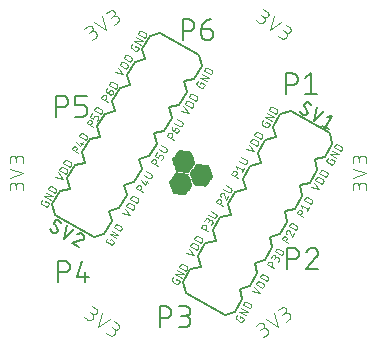
<source format=gbr>
G04 EAGLE Gerber RS-274X export*
G75*
%MOMM*%
%FSLAX34Y34*%
%LPD*%
%INSilkscreen Top*%
%IPPOS*%
%AMOC8*
5,1,8,0,0,1.08239X$1,22.5*%
G01*
%ADD10C,0.101600*%
%ADD11C,0.152400*%
%ADD12R,0.014731X0.014731*%
%ADD13R,0.147319X0.014731*%
%ADD14R,0.265175X0.014731*%
%ADD15R,0.383031X0.014731*%
%ADD16R,0.515619X0.014731*%
%ADD17R,0.633475X0.014731*%
%ADD18R,0.751331X0.014731*%
%ADD19R,0.883919X0.014731*%
%ADD20R,1.001775X0.014731*%
%ADD21R,1.119631X0.014731*%
%ADD22R,1.134363X0.014731*%
%ADD23R,1.149094X0.014731*%
%ADD24R,1.163825X0.014731*%
%ADD25R,1.178556X0.014731*%
%ADD26R,1.193288X0.014731*%
%ADD27R,1.222756X0.014731*%
%ADD28R,1.237488X0.014731*%
%ADD29R,1.266950X0.014731*%
%ADD30R,1.281681X0.014731*%
%ADD31R,1.311144X0.014731*%
%ADD32R,1.325881X0.014731*%
%ADD33R,1.355344X0.014731*%
%ADD34R,1.370075X0.014731*%
%ADD35R,1.384806X0.014731*%
%ADD36R,1.399538X0.014731*%
%ADD37R,1.414275X0.014731*%
%ADD38R,1.443738X0.014731*%
%ADD39R,1.458469X0.014731*%
%ADD40R,1.487931X0.014731*%
%ADD41R,1.502663X0.014731*%
%ADD42R,1.517394X0.014731*%
%ADD43R,1.532125X0.014731*%
%ADD44R,1.546856X0.014731*%
%ADD45R,1.576319X0.014731*%
%ADD46R,1.605788X0.014731*%
%ADD47R,1.620519X0.014731*%
%ADD48R,1.649981X0.014731*%
%ADD49R,1.664713X0.014731*%
%ADD50R,1.694175X0.014731*%
%ADD51R,1.708913X0.014731*%
%ADD52R,1.738375X0.014731*%
%ADD53R,1.753106X0.014731*%
%ADD54R,1.767838X0.014731*%
%ADD55R,1.782569X0.014731*%
%ADD56R,1.797306X0.014731*%
%ADD57R,0.117856X0.014731*%
%ADD58R,1.826769X0.014731*%
%ADD59R,0.235713X0.014731*%
%ADD60R,0.353569X0.014731*%
%ADD61R,1.856231X0.014731*%
%ADD62R,0.486156X0.014731*%
%ADD63R,1.870963X0.014731*%
%ADD64R,0.604013X0.014731*%
%ADD65R,0.721869X0.014731*%
%ADD66R,1.885694X0.014731*%
%ADD67R,0.839719X0.014731*%
%ADD68R,0.972306X0.014731*%
%ADD69R,1.090169X0.014731*%
%ADD70R,1.208025X0.014731*%
%ADD71R,1.252219X0.014731*%
%ADD72R,1.296412X0.014731*%
%ADD73R,1.340612X0.014731*%
%ADD74R,1.826763X0.014731*%
%ADD75R,1.414269X0.014731*%
%ADD76R,1.812031X0.014731*%
%ADD77R,1.429000X0.014731*%
%ADD78R,1.458462X0.014731*%
%ADD79R,1.473200X0.014731*%
%ADD80R,1.723644X0.014731*%
%ADD81R,1.694181X0.014731*%
%ADD82R,1.679450X0.014731*%
%ADD83R,1.561594X0.014731*%
%ADD84R,1.576325X0.014731*%
%ADD85R,1.591056X0.014731*%
%ADD86R,1.635250X0.014731*%
%ADD87R,1.561588X0.014731*%
%ADD88R,1.443731X0.014731*%
%ADD89R,1.797300X0.014731*%
%ADD90R,1.841500X0.014731*%
%ADD91R,1.311150X0.014731*%
%ADD92R,1.296419X0.014731*%
%ADD93R,1.193294X0.014731*%
%ADD94R,0.957575X0.014731*%
%ADD95R,0.589281X0.014731*%
%ADD96R,0.471425X0.014731*%
%ADD97R,0.220975X0.014731*%
%ADD98R,1.812038X0.014731*%
%ADD99R,0.103119X0.014731*%
%ADD100R,0.029463X0.014731*%
%ADD101R,0.162050X0.014731*%
%ADD102R,0.397763X0.014731*%
%ADD103R,0.648206X0.014731*%
%ADD104R,1.679444X0.014731*%
%ADD105R,1.016506X0.014731*%
%ADD106R,1.104900X0.014731*%
%ADD107R,1.222750X0.014731*%
%ADD108R,1.429006X0.014731*%
%ADD109R,1.208019X0.014731*%
%ADD110R,0.987044X0.014731*%
%ADD111R,0.854456X0.014731*%
%ADD112R,0.618744X0.014731*%
%ADD113R,0.500888X0.014731*%
%ADD114R,0.368300X0.014731*%
%ADD115R,0.132587X0.014731*%
%ADD116R,1.664719X0.014731*%
%ADD117R,1.075438X0.014731*%
%ADD118R,0.942844X0.014731*%
%ADD119R,0.707131X0.014731*%
%ADD120R,0.456694X0.014731*%
%ADD121R,0.088388X0.014731*%
%ADD122C,0.050800*%
%ADD123C,0.127000*%


D10*
X403428Y475532D02*
X406086Y473670D01*
X406180Y473607D01*
X406276Y473547D01*
X406374Y473490D01*
X406474Y473437D01*
X406576Y473387D01*
X406680Y473341D01*
X406785Y473299D01*
X406891Y473260D01*
X406999Y473225D01*
X407108Y473194D01*
X407218Y473166D01*
X407329Y473143D01*
X407440Y473123D01*
X407552Y473107D01*
X407665Y473095D01*
X407778Y473087D01*
X407891Y473083D01*
X408005Y473083D01*
X408118Y473087D01*
X408231Y473095D01*
X408344Y473107D01*
X408456Y473123D01*
X408567Y473143D01*
X408678Y473166D01*
X408788Y473194D01*
X408897Y473225D01*
X409005Y473260D01*
X409111Y473299D01*
X409216Y473341D01*
X409320Y473387D01*
X409422Y473437D01*
X409522Y473490D01*
X409620Y473547D01*
X409716Y473607D01*
X409810Y473670D01*
X409901Y473737D01*
X409991Y473806D01*
X410078Y473879D01*
X410162Y473955D01*
X410243Y474034D01*
X410322Y474115D01*
X410398Y474199D01*
X410471Y474286D01*
X410540Y474376D01*
X410607Y474467D01*
X410670Y474561D01*
X410730Y474657D01*
X410787Y474755D01*
X410840Y474855D01*
X410890Y474957D01*
X410936Y475061D01*
X410978Y475166D01*
X411017Y475272D01*
X411052Y475380D01*
X411083Y475489D01*
X411111Y475599D01*
X411134Y475710D01*
X411154Y475821D01*
X411170Y475933D01*
X411182Y476046D01*
X411190Y476159D01*
X411194Y476272D01*
X411194Y476386D01*
X411190Y476499D01*
X411182Y476612D01*
X411170Y476725D01*
X411154Y476837D01*
X411134Y476948D01*
X411111Y477059D01*
X411083Y477169D01*
X411052Y477278D01*
X411017Y477386D01*
X410978Y477492D01*
X410936Y477597D01*
X410890Y477701D01*
X410840Y477803D01*
X410787Y477903D01*
X410730Y478001D01*
X410670Y478097D01*
X410607Y478191D01*
X410540Y478282D01*
X410471Y478372D01*
X410398Y478459D01*
X410322Y478543D01*
X410243Y478624D01*
X410162Y478703D01*
X410078Y478779D01*
X409991Y478852D01*
X409902Y478921D01*
X409810Y478988D01*
X413320Y482869D02*
X410129Y485103D01*
X413319Y482869D02*
X413400Y482809D01*
X413479Y482747D01*
X413556Y482681D01*
X413630Y482613D01*
X413701Y482542D01*
X413769Y482468D01*
X413835Y482391D01*
X413897Y482312D01*
X413957Y482231D01*
X414013Y482147D01*
X414066Y482062D01*
X414115Y481974D01*
X414161Y481885D01*
X414204Y481793D01*
X414243Y481700D01*
X414278Y481606D01*
X414310Y481511D01*
X414338Y481414D01*
X414362Y481316D01*
X414382Y481218D01*
X414399Y481118D01*
X414411Y481018D01*
X414420Y480918D01*
X414425Y480818D01*
X414426Y480717D01*
X414423Y480616D01*
X414416Y480516D01*
X414405Y480416D01*
X414391Y480316D01*
X414372Y480217D01*
X414350Y480119D01*
X414324Y480022D01*
X414294Y479925D01*
X414261Y479831D01*
X414224Y479737D01*
X414183Y479645D01*
X414138Y479554D01*
X414091Y479466D01*
X414039Y479379D01*
X413985Y479295D01*
X413927Y479212D01*
X413866Y479132D01*
X413802Y479054D01*
X413735Y478979D01*
X413666Y478906D01*
X413593Y478837D01*
X413518Y478770D01*
X413440Y478706D01*
X413360Y478645D01*
X413277Y478587D01*
X413193Y478533D01*
X413106Y478481D01*
X413018Y478434D01*
X412927Y478389D01*
X412835Y478348D01*
X412741Y478311D01*
X412647Y478278D01*
X412550Y478248D01*
X412453Y478222D01*
X412355Y478200D01*
X412256Y478181D01*
X412156Y478167D01*
X412056Y478156D01*
X411956Y478149D01*
X411855Y478146D01*
X411754Y478147D01*
X411654Y478152D01*
X411554Y478161D01*
X411454Y478173D01*
X411354Y478190D01*
X411256Y478210D01*
X411158Y478234D01*
X411061Y478262D01*
X410966Y478294D01*
X410872Y478329D01*
X410779Y478368D01*
X410687Y478411D01*
X410598Y478457D01*
X410510Y478506D01*
X410425Y478559D01*
X410341Y478615D01*
X408214Y480105D01*
X418960Y478919D02*
X415449Y467114D01*
X425341Y474452D01*
X422153Y462420D02*
X424812Y460558D01*
X424906Y460495D01*
X425002Y460435D01*
X425100Y460378D01*
X425200Y460325D01*
X425302Y460275D01*
X425406Y460229D01*
X425511Y460187D01*
X425617Y460148D01*
X425725Y460113D01*
X425834Y460082D01*
X425944Y460054D01*
X426055Y460031D01*
X426166Y460011D01*
X426278Y459995D01*
X426391Y459983D01*
X426504Y459975D01*
X426617Y459971D01*
X426731Y459971D01*
X426844Y459975D01*
X426957Y459983D01*
X427070Y459995D01*
X427182Y460011D01*
X427293Y460031D01*
X427404Y460054D01*
X427514Y460082D01*
X427623Y460113D01*
X427731Y460148D01*
X427837Y460187D01*
X427942Y460229D01*
X428046Y460275D01*
X428148Y460325D01*
X428248Y460378D01*
X428346Y460435D01*
X428442Y460495D01*
X428536Y460558D01*
X428627Y460625D01*
X428717Y460694D01*
X428804Y460767D01*
X428888Y460843D01*
X428969Y460922D01*
X429048Y461003D01*
X429124Y461087D01*
X429197Y461174D01*
X429266Y461264D01*
X429333Y461355D01*
X429396Y461449D01*
X429456Y461545D01*
X429513Y461643D01*
X429566Y461743D01*
X429616Y461845D01*
X429662Y461949D01*
X429704Y462054D01*
X429743Y462160D01*
X429778Y462268D01*
X429809Y462377D01*
X429837Y462487D01*
X429860Y462598D01*
X429880Y462709D01*
X429896Y462821D01*
X429908Y462934D01*
X429916Y463047D01*
X429920Y463160D01*
X429920Y463274D01*
X429916Y463387D01*
X429908Y463500D01*
X429896Y463613D01*
X429880Y463725D01*
X429860Y463836D01*
X429837Y463947D01*
X429809Y464057D01*
X429778Y464166D01*
X429743Y464274D01*
X429704Y464380D01*
X429662Y464485D01*
X429616Y464589D01*
X429566Y464691D01*
X429513Y464791D01*
X429456Y464889D01*
X429396Y464985D01*
X429333Y465079D01*
X429266Y465170D01*
X429197Y465260D01*
X429124Y465347D01*
X429048Y465431D01*
X428969Y465512D01*
X428888Y465591D01*
X428804Y465667D01*
X428717Y465740D01*
X428628Y465809D01*
X428536Y465876D01*
X432045Y469757D02*
X428855Y471991D01*
X432045Y469757D02*
X432126Y469697D01*
X432205Y469635D01*
X432282Y469569D01*
X432356Y469501D01*
X432427Y469430D01*
X432495Y469356D01*
X432561Y469279D01*
X432623Y469200D01*
X432683Y469119D01*
X432739Y469035D01*
X432792Y468950D01*
X432841Y468862D01*
X432887Y468773D01*
X432930Y468681D01*
X432969Y468588D01*
X433004Y468494D01*
X433036Y468399D01*
X433064Y468302D01*
X433088Y468204D01*
X433108Y468106D01*
X433125Y468006D01*
X433137Y467906D01*
X433146Y467806D01*
X433151Y467706D01*
X433152Y467605D01*
X433149Y467504D01*
X433142Y467404D01*
X433131Y467304D01*
X433117Y467204D01*
X433098Y467105D01*
X433076Y467007D01*
X433050Y466910D01*
X433020Y466813D01*
X432987Y466719D01*
X432950Y466625D01*
X432909Y466533D01*
X432864Y466442D01*
X432817Y466354D01*
X432765Y466267D01*
X432711Y466183D01*
X432653Y466100D01*
X432592Y466020D01*
X432528Y465942D01*
X432461Y465867D01*
X432392Y465794D01*
X432319Y465725D01*
X432244Y465658D01*
X432166Y465594D01*
X432086Y465533D01*
X432003Y465475D01*
X431919Y465421D01*
X431832Y465369D01*
X431744Y465322D01*
X431653Y465277D01*
X431561Y465236D01*
X431467Y465199D01*
X431373Y465166D01*
X431276Y465136D01*
X431179Y465110D01*
X431081Y465088D01*
X430982Y465069D01*
X430882Y465055D01*
X430782Y465044D01*
X430682Y465037D01*
X430581Y465034D01*
X430480Y465035D01*
X430380Y465040D01*
X430280Y465049D01*
X430180Y465061D01*
X430080Y465078D01*
X429982Y465098D01*
X429884Y465122D01*
X429787Y465150D01*
X429692Y465182D01*
X429598Y465217D01*
X429505Y465256D01*
X429413Y465299D01*
X429324Y465345D01*
X429236Y465394D01*
X429151Y465447D01*
X429067Y465503D01*
X426940Y466993D01*
X497242Y334770D02*
X497242Y331524D01*
X497242Y334770D02*
X497240Y334883D01*
X497234Y334996D01*
X497224Y335109D01*
X497210Y335222D01*
X497193Y335334D01*
X497171Y335445D01*
X497146Y335555D01*
X497116Y335665D01*
X497083Y335773D01*
X497046Y335880D01*
X497006Y335986D01*
X496961Y336090D01*
X496913Y336193D01*
X496862Y336294D01*
X496807Y336393D01*
X496749Y336490D01*
X496687Y336585D01*
X496622Y336678D01*
X496554Y336768D01*
X496483Y336856D01*
X496408Y336942D01*
X496331Y337025D01*
X496251Y337105D01*
X496168Y337182D01*
X496082Y337257D01*
X495994Y337328D01*
X495904Y337396D01*
X495811Y337461D01*
X495716Y337523D01*
X495619Y337581D01*
X495520Y337636D01*
X495419Y337687D01*
X495316Y337735D01*
X495212Y337780D01*
X495106Y337820D01*
X494999Y337857D01*
X494891Y337890D01*
X494781Y337920D01*
X494671Y337945D01*
X494560Y337967D01*
X494448Y337984D01*
X494335Y337998D01*
X494222Y338008D01*
X494109Y338014D01*
X493996Y338016D01*
X493883Y338014D01*
X493770Y338008D01*
X493657Y337998D01*
X493544Y337984D01*
X493432Y337967D01*
X493321Y337945D01*
X493211Y337920D01*
X493101Y337890D01*
X492993Y337857D01*
X492886Y337820D01*
X492780Y337780D01*
X492676Y337735D01*
X492573Y337687D01*
X492472Y337636D01*
X492373Y337581D01*
X492276Y337523D01*
X492181Y337461D01*
X492088Y337396D01*
X491998Y337328D01*
X491910Y337257D01*
X491824Y337182D01*
X491741Y337105D01*
X491661Y337025D01*
X491584Y336942D01*
X491509Y336856D01*
X491438Y336768D01*
X491370Y336678D01*
X491305Y336585D01*
X491243Y336490D01*
X491185Y336393D01*
X491130Y336294D01*
X491079Y336193D01*
X491031Y336090D01*
X490986Y335986D01*
X490946Y335880D01*
X490909Y335773D01*
X490876Y335665D01*
X490846Y335555D01*
X490821Y335445D01*
X490799Y335334D01*
X490782Y335222D01*
X490768Y335109D01*
X490758Y334996D01*
X490752Y334883D01*
X490750Y334770D01*
X485558Y335419D02*
X485558Y331524D01*
X485558Y335419D02*
X485560Y335520D01*
X485566Y335620D01*
X485576Y335720D01*
X485589Y335820D01*
X485607Y335919D01*
X485628Y336018D01*
X485653Y336115D01*
X485682Y336212D01*
X485715Y336307D01*
X485751Y336401D01*
X485791Y336493D01*
X485834Y336584D01*
X485881Y336673D01*
X485931Y336760D01*
X485985Y336846D01*
X486042Y336929D01*
X486102Y337009D01*
X486165Y337088D01*
X486232Y337164D01*
X486301Y337237D01*
X486373Y337307D01*
X486447Y337375D01*
X486524Y337440D01*
X486604Y337501D01*
X486686Y337560D01*
X486770Y337615D01*
X486856Y337667D01*
X486944Y337716D01*
X487034Y337761D01*
X487126Y337803D01*
X487219Y337841D01*
X487314Y337875D01*
X487409Y337906D01*
X487506Y337933D01*
X487604Y337956D01*
X487703Y337976D01*
X487803Y337991D01*
X487903Y338003D01*
X488003Y338011D01*
X488104Y338015D01*
X488204Y338015D01*
X488305Y338011D01*
X488405Y338003D01*
X488505Y337991D01*
X488605Y337976D01*
X488704Y337956D01*
X488802Y337933D01*
X488899Y337906D01*
X488994Y337875D01*
X489089Y337841D01*
X489182Y337803D01*
X489274Y337761D01*
X489364Y337716D01*
X489452Y337667D01*
X489538Y337615D01*
X489622Y337560D01*
X489704Y337501D01*
X489784Y337440D01*
X489861Y337375D01*
X489935Y337307D01*
X490007Y337237D01*
X490076Y337164D01*
X490143Y337088D01*
X490206Y337009D01*
X490266Y336929D01*
X490323Y336846D01*
X490377Y336760D01*
X490427Y336673D01*
X490474Y336584D01*
X490517Y336493D01*
X490557Y336401D01*
X490593Y336307D01*
X490626Y336212D01*
X490655Y336115D01*
X490680Y336018D01*
X490701Y335919D01*
X490719Y335820D01*
X490732Y335720D01*
X490742Y335620D01*
X490748Y335520D01*
X490750Y335419D01*
X490751Y335419D02*
X490751Y332823D01*
X485558Y342305D02*
X497242Y346200D01*
X485558Y350095D01*
X497242Y354384D02*
X497242Y357630D01*
X497240Y357743D01*
X497234Y357856D01*
X497224Y357969D01*
X497210Y358082D01*
X497193Y358194D01*
X497171Y358305D01*
X497146Y358415D01*
X497116Y358525D01*
X497083Y358633D01*
X497046Y358740D01*
X497006Y358846D01*
X496961Y358950D01*
X496913Y359053D01*
X496862Y359154D01*
X496807Y359253D01*
X496749Y359350D01*
X496687Y359445D01*
X496622Y359538D01*
X496554Y359628D01*
X496483Y359716D01*
X496408Y359802D01*
X496331Y359885D01*
X496251Y359965D01*
X496168Y360042D01*
X496082Y360117D01*
X495994Y360188D01*
X495904Y360256D01*
X495811Y360321D01*
X495716Y360383D01*
X495619Y360441D01*
X495520Y360496D01*
X495419Y360547D01*
X495316Y360595D01*
X495212Y360640D01*
X495106Y360680D01*
X494999Y360717D01*
X494891Y360750D01*
X494781Y360780D01*
X494671Y360805D01*
X494560Y360827D01*
X494448Y360844D01*
X494335Y360858D01*
X494222Y360868D01*
X494109Y360874D01*
X493996Y360876D01*
X493883Y360874D01*
X493770Y360868D01*
X493657Y360858D01*
X493544Y360844D01*
X493432Y360827D01*
X493321Y360805D01*
X493211Y360780D01*
X493101Y360750D01*
X492993Y360717D01*
X492886Y360680D01*
X492780Y360640D01*
X492676Y360595D01*
X492573Y360547D01*
X492472Y360496D01*
X492373Y360441D01*
X492276Y360383D01*
X492181Y360321D01*
X492088Y360256D01*
X491998Y360188D01*
X491910Y360117D01*
X491824Y360042D01*
X491741Y359965D01*
X491661Y359885D01*
X491584Y359802D01*
X491509Y359716D01*
X491438Y359628D01*
X491370Y359538D01*
X491305Y359445D01*
X491243Y359350D01*
X491185Y359253D01*
X491130Y359154D01*
X491079Y359053D01*
X491031Y358950D01*
X490986Y358846D01*
X490946Y358740D01*
X490909Y358633D01*
X490876Y358525D01*
X490846Y358415D01*
X490821Y358305D01*
X490799Y358194D01*
X490782Y358082D01*
X490768Y357969D01*
X490758Y357856D01*
X490752Y357743D01*
X490750Y357630D01*
X485558Y358279D02*
X485558Y354384D01*
X485558Y358279D02*
X485560Y358380D01*
X485566Y358480D01*
X485576Y358580D01*
X485589Y358680D01*
X485607Y358779D01*
X485628Y358878D01*
X485653Y358975D01*
X485682Y359072D01*
X485715Y359167D01*
X485751Y359261D01*
X485791Y359353D01*
X485834Y359444D01*
X485881Y359533D01*
X485931Y359620D01*
X485985Y359706D01*
X486042Y359789D01*
X486102Y359869D01*
X486165Y359948D01*
X486232Y360024D01*
X486301Y360097D01*
X486373Y360167D01*
X486447Y360235D01*
X486524Y360300D01*
X486604Y360361D01*
X486686Y360420D01*
X486770Y360475D01*
X486856Y360527D01*
X486944Y360576D01*
X487034Y360621D01*
X487126Y360663D01*
X487219Y360701D01*
X487314Y360735D01*
X487409Y360766D01*
X487506Y360793D01*
X487604Y360816D01*
X487703Y360836D01*
X487803Y360851D01*
X487903Y360863D01*
X488003Y360871D01*
X488104Y360875D01*
X488204Y360875D01*
X488305Y360871D01*
X488405Y360863D01*
X488505Y360851D01*
X488605Y360836D01*
X488704Y360816D01*
X488802Y360793D01*
X488899Y360766D01*
X488994Y360735D01*
X489089Y360701D01*
X489182Y360663D01*
X489274Y360621D01*
X489364Y360576D01*
X489452Y360527D01*
X489538Y360475D01*
X489622Y360420D01*
X489704Y360361D01*
X489784Y360300D01*
X489861Y360235D01*
X489935Y360167D01*
X490007Y360097D01*
X490076Y360024D01*
X490143Y359948D01*
X490206Y359869D01*
X490266Y359789D01*
X490323Y359706D01*
X490377Y359620D01*
X490427Y359533D01*
X490474Y359444D01*
X490517Y359353D01*
X490557Y359261D01*
X490593Y359167D01*
X490626Y359072D01*
X490655Y358975D01*
X490680Y358878D01*
X490701Y358779D01*
X490719Y358680D01*
X490732Y358580D01*
X490742Y358480D01*
X490748Y358380D01*
X490750Y358279D01*
X490751Y358279D02*
X490751Y355683D01*
X412788Y209159D02*
X410129Y207297D01*
X412788Y209158D02*
X412879Y209225D01*
X412969Y209294D01*
X413056Y209367D01*
X413140Y209443D01*
X413221Y209522D01*
X413300Y209603D01*
X413376Y209687D01*
X413449Y209774D01*
X413518Y209864D01*
X413585Y209955D01*
X413648Y210049D01*
X413708Y210145D01*
X413765Y210243D01*
X413818Y210343D01*
X413868Y210445D01*
X413914Y210549D01*
X413956Y210654D01*
X413995Y210760D01*
X414030Y210868D01*
X414061Y210977D01*
X414089Y211087D01*
X414112Y211198D01*
X414132Y211309D01*
X414148Y211421D01*
X414160Y211534D01*
X414168Y211647D01*
X414172Y211760D01*
X414172Y211874D01*
X414168Y211987D01*
X414160Y212100D01*
X414148Y212213D01*
X414132Y212325D01*
X414112Y212436D01*
X414089Y212547D01*
X414061Y212657D01*
X414030Y212766D01*
X413995Y212874D01*
X413956Y212980D01*
X413914Y213085D01*
X413868Y213189D01*
X413818Y213291D01*
X413765Y213391D01*
X413708Y213489D01*
X413648Y213585D01*
X413585Y213679D01*
X413518Y213770D01*
X413449Y213860D01*
X413376Y213947D01*
X413300Y214031D01*
X413221Y214112D01*
X413140Y214191D01*
X413056Y214267D01*
X412969Y214340D01*
X412880Y214409D01*
X412788Y214476D01*
X412694Y214539D01*
X412598Y214599D01*
X412500Y214656D01*
X412400Y214709D01*
X412298Y214759D01*
X412194Y214805D01*
X412089Y214847D01*
X411983Y214886D01*
X411875Y214921D01*
X411766Y214952D01*
X411656Y214980D01*
X411545Y215003D01*
X411434Y215023D01*
X411322Y215039D01*
X411209Y215051D01*
X411096Y215059D01*
X410983Y215063D01*
X410869Y215063D01*
X410756Y215059D01*
X410643Y215051D01*
X410530Y215039D01*
X410418Y215023D01*
X410307Y215003D01*
X410196Y214980D01*
X410086Y214952D01*
X409977Y214921D01*
X409869Y214886D01*
X409763Y214847D01*
X409658Y214805D01*
X409554Y214759D01*
X409452Y214709D01*
X409352Y214656D01*
X409254Y214599D01*
X409158Y214539D01*
X409064Y214476D01*
X406618Y219102D02*
X403428Y216868D01*
X406618Y219102D02*
X406702Y219158D01*
X406787Y219211D01*
X406875Y219260D01*
X406964Y219306D01*
X407056Y219349D01*
X407149Y219388D01*
X407243Y219423D01*
X407338Y219455D01*
X407435Y219483D01*
X407533Y219507D01*
X407631Y219527D01*
X407731Y219544D01*
X407831Y219556D01*
X407931Y219565D01*
X408032Y219570D01*
X408132Y219571D01*
X408233Y219568D01*
X408333Y219561D01*
X408433Y219550D01*
X408533Y219536D01*
X408632Y219517D01*
X408730Y219495D01*
X408827Y219469D01*
X408924Y219439D01*
X409019Y219406D01*
X409112Y219369D01*
X409204Y219328D01*
X409295Y219283D01*
X409383Y219236D01*
X409470Y219184D01*
X409554Y219130D01*
X409637Y219072D01*
X409717Y219011D01*
X409795Y218947D01*
X409870Y218880D01*
X409943Y218811D01*
X410012Y218738D01*
X410079Y218663D01*
X410143Y218585D01*
X410204Y218505D01*
X410262Y218422D01*
X410316Y218338D01*
X410368Y218251D01*
X410415Y218163D01*
X410460Y218072D01*
X410501Y217980D01*
X410538Y217886D01*
X410571Y217792D01*
X410601Y217695D01*
X410627Y217598D01*
X410649Y217500D01*
X410668Y217401D01*
X410682Y217301D01*
X410693Y217201D01*
X410700Y217101D01*
X410703Y217000D01*
X410702Y216900D01*
X410697Y216799D01*
X410688Y216699D01*
X410676Y216599D01*
X410659Y216499D01*
X410639Y216401D01*
X410615Y216303D01*
X410587Y216206D01*
X410555Y216111D01*
X410520Y216017D01*
X410481Y215924D01*
X410438Y215832D01*
X410392Y215743D01*
X410343Y215655D01*
X410290Y215570D01*
X410234Y215486D01*
X410174Y215405D01*
X410112Y215326D01*
X410046Y215249D01*
X409978Y215175D01*
X409907Y215104D01*
X409833Y215036D01*
X409756Y214970D01*
X409677Y214908D01*
X409596Y214848D01*
X407470Y213359D01*
X412259Y223052D02*
X422151Y215714D01*
X418639Y227519D01*
X428855Y220409D02*
X431514Y222270D01*
X431605Y222337D01*
X431695Y222406D01*
X431782Y222479D01*
X431866Y222555D01*
X431947Y222634D01*
X432026Y222715D01*
X432102Y222799D01*
X432175Y222886D01*
X432244Y222976D01*
X432311Y223067D01*
X432374Y223161D01*
X432434Y223257D01*
X432491Y223355D01*
X432544Y223455D01*
X432594Y223557D01*
X432640Y223661D01*
X432682Y223766D01*
X432721Y223872D01*
X432756Y223980D01*
X432787Y224089D01*
X432815Y224199D01*
X432838Y224310D01*
X432858Y224421D01*
X432874Y224533D01*
X432886Y224646D01*
X432894Y224759D01*
X432898Y224872D01*
X432898Y224986D01*
X432894Y225099D01*
X432886Y225212D01*
X432874Y225325D01*
X432858Y225437D01*
X432838Y225548D01*
X432815Y225659D01*
X432787Y225769D01*
X432756Y225878D01*
X432721Y225986D01*
X432682Y226092D01*
X432640Y226197D01*
X432594Y226301D01*
X432544Y226403D01*
X432491Y226503D01*
X432434Y226601D01*
X432374Y226697D01*
X432311Y226791D01*
X432244Y226882D01*
X432175Y226972D01*
X432102Y227059D01*
X432026Y227143D01*
X431947Y227224D01*
X431866Y227303D01*
X431782Y227379D01*
X431695Y227452D01*
X431606Y227521D01*
X431514Y227588D01*
X431420Y227651D01*
X431324Y227711D01*
X431226Y227768D01*
X431126Y227821D01*
X431024Y227871D01*
X430920Y227917D01*
X430815Y227959D01*
X430709Y227998D01*
X430601Y228033D01*
X430492Y228064D01*
X430382Y228092D01*
X430271Y228115D01*
X430160Y228135D01*
X430048Y228151D01*
X429935Y228163D01*
X429822Y228171D01*
X429709Y228175D01*
X429595Y228175D01*
X429482Y228171D01*
X429369Y228163D01*
X429256Y228151D01*
X429144Y228135D01*
X429033Y228115D01*
X428922Y228092D01*
X428812Y228064D01*
X428703Y228033D01*
X428595Y227998D01*
X428489Y227959D01*
X428384Y227917D01*
X428280Y227871D01*
X428178Y227821D01*
X428078Y227768D01*
X427980Y227711D01*
X427884Y227651D01*
X427790Y227588D01*
X425344Y232214D02*
X422153Y229980D01*
X425344Y232214D02*
X425428Y232270D01*
X425513Y232323D01*
X425601Y232372D01*
X425690Y232418D01*
X425782Y232461D01*
X425875Y232500D01*
X425969Y232535D01*
X426064Y232567D01*
X426161Y232595D01*
X426259Y232619D01*
X426357Y232639D01*
X426457Y232656D01*
X426557Y232668D01*
X426657Y232677D01*
X426758Y232682D01*
X426858Y232683D01*
X426959Y232680D01*
X427059Y232673D01*
X427159Y232662D01*
X427259Y232648D01*
X427358Y232629D01*
X427456Y232607D01*
X427553Y232581D01*
X427650Y232551D01*
X427745Y232518D01*
X427838Y232481D01*
X427930Y232440D01*
X428021Y232395D01*
X428109Y232348D01*
X428196Y232296D01*
X428280Y232242D01*
X428363Y232184D01*
X428443Y232123D01*
X428521Y232059D01*
X428596Y231992D01*
X428669Y231923D01*
X428738Y231850D01*
X428805Y231775D01*
X428869Y231697D01*
X428930Y231617D01*
X428988Y231534D01*
X429042Y231450D01*
X429094Y231363D01*
X429141Y231275D01*
X429186Y231184D01*
X429227Y231092D01*
X429264Y230998D01*
X429297Y230904D01*
X429327Y230807D01*
X429353Y230710D01*
X429375Y230612D01*
X429394Y230513D01*
X429408Y230413D01*
X429419Y230313D01*
X429426Y230213D01*
X429429Y230112D01*
X429428Y230012D01*
X429423Y229911D01*
X429414Y229811D01*
X429402Y229711D01*
X429385Y229611D01*
X429365Y229513D01*
X429341Y229415D01*
X429313Y229318D01*
X429281Y229223D01*
X429246Y229129D01*
X429207Y229036D01*
X429164Y228944D01*
X429118Y228855D01*
X429069Y228767D01*
X429016Y228682D01*
X428960Y228598D01*
X428900Y228517D01*
X428838Y228438D01*
X428772Y228361D01*
X428704Y228287D01*
X428633Y228216D01*
X428559Y228148D01*
X428482Y228082D01*
X428403Y228020D01*
X428322Y227960D01*
X426195Y226471D01*
X260886Y222270D02*
X258228Y224132D01*
X260886Y222270D02*
X260980Y222207D01*
X261076Y222147D01*
X261174Y222090D01*
X261274Y222037D01*
X261376Y221987D01*
X261480Y221941D01*
X261585Y221899D01*
X261691Y221860D01*
X261799Y221825D01*
X261908Y221794D01*
X262018Y221766D01*
X262129Y221743D01*
X262240Y221723D01*
X262352Y221707D01*
X262465Y221695D01*
X262578Y221687D01*
X262691Y221683D01*
X262805Y221683D01*
X262918Y221687D01*
X263031Y221695D01*
X263144Y221707D01*
X263256Y221723D01*
X263367Y221743D01*
X263478Y221766D01*
X263588Y221794D01*
X263697Y221825D01*
X263805Y221860D01*
X263911Y221899D01*
X264016Y221941D01*
X264120Y221987D01*
X264222Y222037D01*
X264322Y222090D01*
X264420Y222147D01*
X264516Y222207D01*
X264610Y222270D01*
X264701Y222337D01*
X264791Y222406D01*
X264878Y222479D01*
X264962Y222555D01*
X265043Y222634D01*
X265122Y222715D01*
X265198Y222799D01*
X265271Y222886D01*
X265340Y222976D01*
X265407Y223067D01*
X265470Y223161D01*
X265530Y223257D01*
X265587Y223355D01*
X265640Y223455D01*
X265690Y223557D01*
X265736Y223661D01*
X265778Y223766D01*
X265817Y223872D01*
X265852Y223980D01*
X265883Y224089D01*
X265911Y224199D01*
X265934Y224310D01*
X265954Y224421D01*
X265970Y224533D01*
X265982Y224646D01*
X265990Y224759D01*
X265994Y224872D01*
X265994Y224986D01*
X265990Y225099D01*
X265982Y225212D01*
X265970Y225325D01*
X265954Y225437D01*
X265934Y225548D01*
X265911Y225659D01*
X265883Y225769D01*
X265852Y225878D01*
X265817Y225986D01*
X265778Y226092D01*
X265736Y226197D01*
X265690Y226301D01*
X265640Y226403D01*
X265587Y226503D01*
X265530Y226601D01*
X265470Y226697D01*
X265407Y226791D01*
X265340Y226882D01*
X265271Y226972D01*
X265198Y227059D01*
X265122Y227143D01*
X265043Y227224D01*
X264962Y227303D01*
X264878Y227379D01*
X264791Y227452D01*
X264702Y227521D01*
X264610Y227588D01*
X268120Y231469D02*
X264929Y233703D01*
X268119Y231469D02*
X268200Y231409D01*
X268279Y231347D01*
X268356Y231281D01*
X268430Y231213D01*
X268501Y231142D01*
X268569Y231068D01*
X268635Y230991D01*
X268697Y230912D01*
X268757Y230831D01*
X268813Y230747D01*
X268866Y230662D01*
X268915Y230574D01*
X268961Y230485D01*
X269004Y230393D01*
X269043Y230300D01*
X269078Y230206D01*
X269110Y230111D01*
X269138Y230014D01*
X269162Y229916D01*
X269182Y229818D01*
X269199Y229718D01*
X269211Y229618D01*
X269220Y229518D01*
X269225Y229418D01*
X269226Y229317D01*
X269223Y229216D01*
X269216Y229116D01*
X269205Y229016D01*
X269191Y228916D01*
X269172Y228817D01*
X269150Y228719D01*
X269124Y228622D01*
X269094Y228525D01*
X269061Y228431D01*
X269024Y228337D01*
X268983Y228245D01*
X268938Y228154D01*
X268891Y228066D01*
X268839Y227979D01*
X268785Y227895D01*
X268727Y227812D01*
X268666Y227732D01*
X268602Y227654D01*
X268535Y227579D01*
X268466Y227506D01*
X268393Y227437D01*
X268318Y227370D01*
X268240Y227306D01*
X268160Y227245D01*
X268077Y227187D01*
X267993Y227133D01*
X267906Y227081D01*
X267818Y227034D01*
X267727Y226989D01*
X267635Y226948D01*
X267541Y226911D01*
X267447Y226878D01*
X267350Y226848D01*
X267253Y226822D01*
X267155Y226800D01*
X267056Y226781D01*
X266956Y226767D01*
X266856Y226756D01*
X266756Y226749D01*
X266655Y226746D01*
X266554Y226747D01*
X266454Y226752D01*
X266354Y226761D01*
X266254Y226773D01*
X266154Y226790D01*
X266056Y226810D01*
X265958Y226834D01*
X265861Y226862D01*
X265766Y226894D01*
X265672Y226929D01*
X265579Y226968D01*
X265487Y227011D01*
X265398Y227057D01*
X265310Y227106D01*
X265225Y227159D01*
X265141Y227215D01*
X263014Y228705D01*
X273760Y227519D02*
X270249Y215714D01*
X280141Y223052D01*
X276953Y211020D02*
X279612Y209158D01*
X279706Y209095D01*
X279802Y209035D01*
X279900Y208978D01*
X280000Y208925D01*
X280102Y208875D01*
X280206Y208829D01*
X280311Y208787D01*
X280417Y208748D01*
X280525Y208713D01*
X280634Y208682D01*
X280744Y208654D01*
X280855Y208631D01*
X280966Y208611D01*
X281078Y208595D01*
X281191Y208583D01*
X281304Y208575D01*
X281417Y208571D01*
X281531Y208571D01*
X281644Y208575D01*
X281757Y208583D01*
X281870Y208595D01*
X281982Y208611D01*
X282093Y208631D01*
X282204Y208654D01*
X282314Y208682D01*
X282423Y208713D01*
X282531Y208748D01*
X282637Y208787D01*
X282742Y208829D01*
X282846Y208875D01*
X282948Y208925D01*
X283048Y208978D01*
X283146Y209035D01*
X283242Y209095D01*
X283336Y209158D01*
X283427Y209225D01*
X283517Y209294D01*
X283604Y209367D01*
X283688Y209443D01*
X283769Y209522D01*
X283848Y209603D01*
X283924Y209687D01*
X283997Y209774D01*
X284066Y209864D01*
X284133Y209955D01*
X284196Y210049D01*
X284256Y210145D01*
X284313Y210243D01*
X284366Y210343D01*
X284416Y210445D01*
X284462Y210549D01*
X284504Y210654D01*
X284543Y210760D01*
X284578Y210868D01*
X284609Y210977D01*
X284637Y211087D01*
X284660Y211198D01*
X284680Y211309D01*
X284696Y211421D01*
X284708Y211534D01*
X284716Y211647D01*
X284720Y211760D01*
X284720Y211874D01*
X284716Y211987D01*
X284708Y212100D01*
X284696Y212213D01*
X284680Y212325D01*
X284660Y212436D01*
X284637Y212547D01*
X284609Y212657D01*
X284578Y212766D01*
X284543Y212874D01*
X284504Y212980D01*
X284462Y213085D01*
X284416Y213189D01*
X284366Y213291D01*
X284313Y213391D01*
X284256Y213489D01*
X284196Y213585D01*
X284133Y213679D01*
X284066Y213770D01*
X283997Y213860D01*
X283924Y213947D01*
X283848Y214031D01*
X283769Y214112D01*
X283688Y214191D01*
X283604Y214267D01*
X283517Y214340D01*
X283428Y214409D01*
X283336Y214476D01*
X286845Y218357D02*
X283655Y220591D01*
X286845Y218357D02*
X286926Y218297D01*
X287005Y218235D01*
X287082Y218169D01*
X287156Y218101D01*
X287227Y218030D01*
X287295Y217956D01*
X287361Y217879D01*
X287423Y217800D01*
X287483Y217719D01*
X287539Y217635D01*
X287592Y217550D01*
X287641Y217462D01*
X287687Y217373D01*
X287730Y217281D01*
X287769Y217188D01*
X287804Y217094D01*
X287836Y216999D01*
X287864Y216902D01*
X287888Y216804D01*
X287908Y216706D01*
X287925Y216606D01*
X287937Y216506D01*
X287946Y216406D01*
X287951Y216306D01*
X287952Y216205D01*
X287949Y216104D01*
X287942Y216004D01*
X287931Y215904D01*
X287917Y215804D01*
X287898Y215705D01*
X287876Y215607D01*
X287850Y215510D01*
X287820Y215413D01*
X287787Y215319D01*
X287750Y215225D01*
X287709Y215133D01*
X287664Y215042D01*
X287617Y214954D01*
X287565Y214867D01*
X287511Y214783D01*
X287453Y214700D01*
X287392Y214620D01*
X287328Y214542D01*
X287261Y214467D01*
X287192Y214394D01*
X287119Y214325D01*
X287044Y214258D01*
X286966Y214194D01*
X286886Y214133D01*
X286803Y214075D01*
X286719Y214021D01*
X286632Y213969D01*
X286544Y213922D01*
X286453Y213877D01*
X286361Y213836D01*
X286267Y213799D01*
X286173Y213766D01*
X286076Y213736D01*
X285979Y213710D01*
X285881Y213688D01*
X285782Y213669D01*
X285682Y213655D01*
X285582Y213644D01*
X285482Y213637D01*
X285381Y213634D01*
X285280Y213635D01*
X285180Y213640D01*
X285080Y213649D01*
X284980Y213661D01*
X284880Y213678D01*
X284782Y213698D01*
X284684Y213722D01*
X284587Y213750D01*
X284492Y213782D01*
X284398Y213817D01*
X284305Y213856D01*
X284213Y213899D01*
X284124Y213945D01*
X284036Y213994D01*
X283951Y214047D01*
X283867Y214103D01*
X281740Y215593D01*
X206842Y331524D02*
X206842Y334770D01*
X206840Y334883D01*
X206834Y334996D01*
X206824Y335109D01*
X206810Y335222D01*
X206793Y335334D01*
X206771Y335445D01*
X206746Y335555D01*
X206716Y335665D01*
X206683Y335773D01*
X206646Y335880D01*
X206606Y335986D01*
X206561Y336090D01*
X206513Y336193D01*
X206462Y336294D01*
X206407Y336393D01*
X206349Y336490D01*
X206287Y336585D01*
X206222Y336678D01*
X206154Y336768D01*
X206083Y336856D01*
X206008Y336942D01*
X205931Y337025D01*
X205851Y337105D01*
X205768Y337182D01*
X205682Y337257D01*
X205594Y337328D01*
X205504Y337396D01*
X205411Y337461D01*
X205316Y337523D01*
X205219Y337581D01*
X205120Y337636D01*
X205019Y337687D01*
X204916Y337735D01*
X204812Y337780D01*
X204706Y337820D01*
X204599Y337857D01*
X204491Y337890D01*
X204381Y337920D01*
X204271Y337945D01*
X204160Y337967D01*
X204048Y337984D01*
X203935Y337998D01*
X203822Y338008D01*
X203709Y338014D01*
X203596Y338016D01*
X203483Y338014D01*
X203370Y338008D01*
X203257Y337998D01*
X203144Y337984D01*
X203032Y337967D01*
X202921Y337945D01*
X202811Y337920D01*
X202701Y337890D01*
X202593Y337857D01*
X202486Y337820D01*
X202380Y337780D01*
X202276Y337735D01*
X202173Y337687D01*
X202072Y337636D01*
X201973Y337581D01*
X201876Y337523D01*
X201781Y337461D01*
X201688Y337396D01*
X201598Y337328D01*
X201510Y337257D01*
X201424Y337182D01*
X201341Y337105D01*
X201261Y337025D01*
X201184Y336942D01*
X201109Y336856D01*
X201038Y336768D01*
X200970Y336678D01*
X200905Y336585D01*
X200843Y336490D01*
X200785Y336393D01*
X200730Y336294D01*
X200679Y336193D01*
X200631Y336090D01*
X200586Y335986D01*
X200546Y335880D01*
X200509Y335773D01*
X200476Y335665D01*
X200446Y335555D01*
X200421Y335445D01*
X200399Y335334D01*
X200382Y335222D01*
X200368Y335109D01*
X200358Y334996D01*
X200352Y334883D01*
X200350Y334770D01*
X195158Y335419D02*
X195158Y331524D01*
X195158Y335419D02*
X195160Y335520D01*
X195166Y335620D01*
X195176Y335720D01*
X195189Y335820D01*
X195207Y335919D01*
X195228Y336018D01*
X195253Y336115D01*
X195282Y336212D01*
X195315Y336307D01*
X195351Y336401D01*
X195391Y336493D01*
X195434Y336584D01*
X195481Y336673D01*
X195531Y336760D01*
X195585Y336846D01*
X195642Y336929D01*
X195702Y337009D01*
X195765Y337088D01*
X195832Y337164D01*
X195901Y337237D01*
X195973Y337307D01*
X196047Y337375D01*
X196124Y337440D01*
X196204Y337501D01*
X196286Y337560D01*
X196370Y337615D01*
X196456Y337667D01*
X196544Y337716D01*
X196634Y337761D01*
X196726Y337803D01*
X196819Y337841D01*
X196914Y337875D01*
X197009Y337906D01*
X197106Y337933D01*
X197204Y337956D01*
X197303Y337976D01*
X197403Y337991D01*
X197503Y338003D01*
X197603Y338011D01*
X197704Y338015D01*
X197804Y338015D01*
X197905Y338011D01*
X198005Y338003D01*
X198105Y337991D01*
X198205Y337976D01*
X198304Y337956D01*
X198402Y337933D01*
X198499Y337906D01*
X198594Y337875D01*
X198689Y337841D01*
X198782Y337803D01*
X198874Y337761D01*
X198964Y337716D01*
X199052Y337667D01*
X199138Y337615D01*
X199222Y337560D01*
X199304Y337501D01*
X199384Y337440D01*
X199461Y337375D01*
X199535Y337307D01*
X199607Y337237D01*
X199676Y337164D01*
X199743Y337088D01*
X199806Y337009D01*
X199866Y336929D01*
X199923Y336846D01*
X199977Y336760D01*
X200027Y336673D01*
X200074Y336584D01*
X200117Y336493D01*
X200157Y336401D01*
X200193Y336307D01*
X200226Y336212D01*
X200255Y336115D01*
X200280Y336018D01*
X200301Y335919D01*
X200319Y335820D01*
X200332Y335720D01*
X200342Y335620D01*
X200348Y335520D01*
X200350Y335419D01*
X200351Y335419D02*
X200351Y332823D01*
X195158Y342305D02*
X206842Y346200D01*
X195158Y350095D01*
X206842Y354384D02*
X206842Y357630D01*
X206840Y357743D01*
X206834Y357856D01*
X206824Y357969D01*
X206810Y358082D01*
X206793Y358194D01*
X206771Y358305D01*
X206746Y358415D01*
X206716Y358525D01*
X206683Y358633D01*
X206646Y358740D01*
X206606Y358846D01*
X206561Y358950D01*
X206513Y359053D01*
X206462Y359154D01*
X206407Y359253D01*
X206349Y359350D01*
X206287Y359445D01*
X206222Y359538D01*
X206154Y359628D01*
X206083Y359716D01*
X206008Y359802D01*
X205931Y359885D01*
X205851Y359965D01*
X205768Y360042D01*
X205682Y360117D01*
X205594Y360188D01*
X205504Y360256D01*
X205411Y360321D01*
X205316Y360383D01*
X205219Y360441D01*
X205120Y360496D01*
X205019Y360547D01*
X204916Y360595D01*
X204812Y360640D01*
X204706Y360680D01*
X204599Y360717D01*
X204491Y360750D01*
X204381Y360780D01*
X204271Y360805D01*
X204160Y360827D01*
X204048Y360844D01*
X203935Y360858D01*
X203822Y360868D01*
X203709Y360874D01*
X203596Y360876D01*
X203483Y360874D01*
X203370Y360868D01*
X203257Y360858D01*
X203144Y360844D01*
X203032Y360827D01*
X202921Y360805D01*
X202811Y360780D01*
X202701Y360750D01*
X202593Y360717D01*
X202486Y360680D01*
X202380Y360640D01*
X202276Y360595D01*
X202173Y360547D01*
X202072Y360496D01*
X201973Y360441D01*
X201876Y360383D01*
X201781Y360321D01*
X201688Y360256D01*
X201598Y360188D01*
X201510Y360117D01*
X201424Y360042D01*
X201341Y359965D01*
X201261Y359885D01*
X201184Y359802D01*
X201109Y359716D01*
X201038Y359628D01*
X200970Y359538D01*
X200905Y359445D01*
X200843Y359350D01*
X200785Y359253D01*
X200730Y359154D01*
X200679Y359053D01*
X200631Y358950D01*
X200586Y358846D01*
X200546Y358740D01*
X200509Y358633D01*
X200476Y358525D01*
X200446Y358415D01*
X200421Y358305D01*
X200399Y358194D01*
X200382Y358082D01*
X200368Y357969D01*
X200358Y357856D01*
X200352Y357743D01*
X200350Y357630D01*
X195158Y358279D02*
X195158Y354384D01*
X195158Y358279D02*
X195160Y358380D01*
X195166Y358480D01*
X195176Y358580D01*
X195189Y358680D01*
X195207Y358779D01*
X195228Y358878D01*
X195253Y358975D01*
X195282Y359072D01*
X195315Y359167D01*
X195351Y359261D01*
X195391Y359353D01*
X195434Y359444D01*
X195481Y359533D01*
X195531Y359620D01*
X195585Y359706D01*
X195642Y359789D01*
X195702Y359869D01*
X195765Y359948D01*
X195832Y360024D01*
X195901Y360097D01*
X195973Y360167D01*
X196047Y360235D01*
X196124Y360300D01*
X196204Y360361D01*
X196286Y360420D01*
X196370Y360475D01*
X196456Y360527D01*
X196544Y360576D01*
X196634Y360621D01*
X196726Y360663D01*
X196819Y360701D01*
X196914Y360735D01*
X197009Y360766D01*
X197106Y360793D01*
X197204Y360816D01*
X197303Y360836D01*
X197403Y360851D01*
X197503Y360863D01*
X197603Y360871D01*
X197704Y360875D01*
X197804Y360875D01*
X197905Y360871D01*
X198005Y360863D01*
X198105Y360851D01*
X198205Y360836D01*
X198304Y360816D01*
X198402Y360793D01*
X198499Y360766D01*
X198594Y360735D01*
X198689Y360701D01*
X198782Y360663D01*
X198874Y360621D01*
X198964Y360576D01*
X199052Y360527D01*
X199138Y360475D01*
X199222Y360420D01*
X199304Y360361D01*
X199384Y360300D01*
X199461Y360235D01*
X199535Y360167D01*
X199607Y360097D01*
X199676Y360024D01*
X199743Y359948D01*
X199806Y359869D01*
X199866Y359789D01*
X199923Y359706D01*
X199977Y359620D01*
X200027Y359533D01*
X200074Y359444D01*
X200117Y359353D01*
X200157Y359261D01*
X200193Y359167D01*
X200226Y359072D01*
X200255Y358975D01*
X200280Y358878D01*
X200301Y358779D01*
X200319Y358680D01*
X200332Y358580D01*
X200342Y358480D01*
X200348Y358380D01*
X200350Y358279D01*
X200351Y358279D02*
X200351Y355683D01*
X264929Y458697D02*
X267588Y460559D01*
X267588Y460558D02*
X267679Y460625D01*
X267769Y460694D01*
X267856Y460767D01*
X267940Y460843D01*
X268021Y460922D01*
X268100Y461003D01*
X268176Y461087D01*
X268249Y461174D01*
X268318Y461264D01*
X268385Y461355D01*
X268448Y461449D01*
X268508Y461545D01*
X268565Y461643D01*
X268618Y461743D01*
X268668Y461845D01*
X268714Y461949D01*
X268756Y462054D01*
X268795Y462160D01*
X268830Y462268D01*
X268861Y462377D01*
X268889Y462487D01*
X268912Y462598D01*
X268932Y462709D01*
X268948Y462821D01*
X268960Y462934D01*
X268968Y463047D01*
X268972Y463160D01*
X268972Y463274D01*
X268968Y463387D01*
X268960Y463500D01*
X268948Y463613D01*
X268932Y463725D01*
X268912Y463836D01*
X268889Y463947D01*
X268861Y464057D01*
X268830Y464166D01*
X268795Y464274D01*
X268756Y464380D01*
X268714Y464485D01*
X268668Y464589D01*
X268618Y464691D01*
X268565Y464791D01*
X268508Y464889D01*
X268448Y464985D01*
X268385Y465079D01*
X268318Y465170D01*
X268249Y465260D01*
X268176Y465347D01*
X268100Y465431D01*
X268021Y465512D01*
X267940Y465591D01*
X267856Y465667D01*
X267769Y465740D01*
X267680Y465809D01*
X267588Y465876D01*
X267494Y465939D01*
X267398Y465999D01*
X267300Y466056D01*
X267200Y466109D01*
X267098Y466159D01*
X266994Y466205D01*
X266889Y466247D01*
X266783Y466286D01*
X266675Y466321D01*
X266566Y466352D01*
X266456Y466380D01*
X266345Y466403D01*
X266234Y466423D01*
X266122Y466439D01*
X266009Y466451D01*
X265896Y466459D01*
X265783Y466463D01*
X265669Y466463D01*
X265556Y466459D01*
X265443Y466451D01*
X265330Y466439D01*
X265218Y466423D01*
X265107Y466403D01*
X264996Y466380D01*
X264886Y466352D01*
X264777Y466321D01*
X264669Y466286D01*
X264563Y466247D01*
X264458Y466205D01*
X264354Y466159D01*
X264252Y466109D01*
X264152Y466056D01*
X264054Y465999D01*
X263958Y465939D01*
X263864Y465876D01*
X261418Y470502D02*
X258228Y468268D01*
X261418Y470502D02*
X261502Y470558D01*
X261587Y470611D01*
X261675Y470660D01*
X261764Y470706D01*
X261856Y470749D01*
X261949Y470788D01*
X262043Y470823D01*
X262138Y470855D01*
X262235Y470883D01*
X262333Y470907D01*
X262431Y470927D01*
X262531Y470944D01*
X262631Y470956D01*
X262731Y470965D01*
X262832Y470970D01*
X262932Y470971D01*
X263033Y470968D01*
X263133Y470961D01*
X263233Y470950D01*
X263333Y470936D01*
X263432Y470917D01*
X263530Y470895D01*
X263627Y470869D01*
X263724Y470839D01*
X263819Y470806D01*
X263912Y470769D01*
X264004Y470728D01*
X264095Y470683D01*
X264183Y470636D01*
X264270Y470584D01*
X264354Y470530D01*
X264437Y470472D01*
X264517Y470411D01*
X264595Y470347D01*
X264670Y470280D01*
X264743Y470211D01*
X264812Y470138D01*
X264879Y470063D01*
X264943Y469985D01*
X265004Y469905D01*
X265062Y469822D01*
X265116Y469738D01*
X265168Y469651D01*
X265215Y469563D01*
X265260Y469472D01*
X265301Y469380D01*
X265338Y469286D01*
X265371Y469192D01*
X265401Y469095D01*
X265427Y468998D01*
X265449Y468900D01*
X265468Y468801D01*
X265482Y468701D01*
X265493Y468601D01*
X265500Y468501D01*
X265503Y468400D01*
X265502Y468300D01*
X265497Y468199D01*
X265488Y468099D01*
X265476Y467999D01*
X265459Y467899D01*
X265439Y467801D01*
X265415Y467703D01*
X265387Y467606D01*
X265355Y467511D01*
X265320Y467417D01*
X265281Y467324D01*
X265238Y467232D01*
X265192Y467143D01*
X265143Y467055D01*
X265090Y466970D01*
X265034Y466886D01*
X264974Y466805D01*
X264912Y466726D01*
X264846Y466649D01*
X264778Y466575D01*
X264707Y466504D01*
X264633Y466436D01*
X264556Y466370D01*
X264477Y466308D01*
X264396Y466248D01*
X262270Y464759D01*
X267059Y474452D02*
X276951Y467114D01*
X273439Y478919D01*
X283655Y471809D02*
X286314Y473670D01*
X286405Y473737D01*
X286495Y473806D01*
X286582Y473879D01*
X286666Y473955D01*
X286747Y474034D01*
X286826Y474115D01*
X286902Y474199D01*
X286975Y474286D01*
X287044Y474376D01*
X287111Y474467D01*
X287174Y474561D01*
X287234Y474657D01*
X287291Y474755D01*
X287344Y474855D01*
X287394Y474957D01*
X287440Y475061D01*
X287482Y475166D01*
X287521Y475272D01*
X287556Y475380D01*
X287587Y475489D01*
X287615Y475599D01*
X287638Y475710D01*
X287658Y475821D01*
X287674Y475933D01*
X287686Y476046D01*
X287694Y476159D01*
X287698Y476272D01*
X287698Y476386D01*
X287694Y476499D01*
X287686Y476612D01*
X287674Y476725D01*
X287658Y476837D01*
X287638Y476948D01*
X287615Y477059D01*
X287587Y477169D01*
X287556Y477278D01*
X287521Y477386D01*
X287482Y477492D01*
X287440Y477597D01*
X287394Y477701D01*
X287344Y477803D01*
X287291Y477903D01*
X287234Y478001D01*
X287174Y478097D01*
X287111Y478191D01*
X287044Y478282D01*
X286975Y478372D01*
X286902Y478459D01*
X286826Y478543D01*
X286747Y478624D01*
X286666Y478703D01*
X286582Y478779D01*
X286495Y478852D01*
X286406Y478921D01*
X286314Y478988D01*
X286220Y479051D01*
X286124Y479111D01*
X286026Y479168D01*
X285926Y479221D01*
X285824Y479271D01*
X285720Y479317D01*
X285615Y479359D01*
X285509Y479398D01*
X285401Y479433D01*
X285292Y479464D01*
X285182Y479492D01*
X285071Y479515D01*
X284960Y479535D01*
X284848Y479551D01*
X284735Y479563D01*
X284622Y479571D01*
X284509Y479575D01*
X284395Y479575D01*
X284282Y479571D01*
X284169Y479563D01*
X284056Y479551D01*
X283944Y479535D01*
X283833Y479515D01*
X283722Y479492D01*
X283612Y479464D01*
X283503Y479433D01*
X283395Y479398D01*
X283289Y479359D01*
X283184Y479317D01*
X283080Y479271D01*
X282978Y479221D01*
X282878Y479168D01*
X282780Y479111D01*
X282684Y479051D01*
X282590Y478988D01*
X280144Y483614D02*
X276953Y481380D01*
X280144Y483614D02*
X280228Y483670D01*
X280313Y483723D01*
X280401Y483772D01*
X280490Y483818D01*
X280582Y483861D01*
X280675Y483900D01*
X280769Y483935D01*
X280864Y483967D01*
X280961Y483995D01*
X281059Y484019D01*
X281157Y484039D01*
X281257Y484056D01*
X281357Y484068D01*
X281457Y484077D01*
X281558Y484082D01*
X281658Y484083D01*
X281759Y484080D01*
X281859Y484073D01*
X281959Y484062D01*
X282059Y484048D01*
X282158Y484029D01*
X282256Y484007D01*
X282353Y483981D01*
X282450Y483951D01*
X282545Y483918D01*
X282638Y483881D01*
X282730Y483840D01*
X282821Y483795D01*
X282909Y483748D01*
X282996Y483696D01*
X283080Y483642D01*
X283163Y483584D01*
X283243Y483523D01*
X283321Y483459D01*
X283396Y483392D01*
X283469Y483323D01*
X283538Y483250D01*
X283605Y483175D01*
X283669Y483097D01*
X283730Y483017D01*
X283788Y482934D01*
X283842Y482850D01*
X283894Y482763D01*
X283941Y482675D01*
X283986Y482584D01*
X284027Y482492D01*
X284064Y482398D01*
X284097Y482304D01*
X284127Y482207D01*
X284153Y482110D01*
X284175Y482012D01*
X284194Y481913D01*
X284208Y481813D01*
X284219Y481713D01*
X284226Y481613D01*
X284229Y481512D01*
X284228Y481412D01*
X284223Y481311D01*
X284214Y481211D01*
X284202Y481111D01*
X284185Y481011D01*
X284165Y480913D01*
X284141Y480815D01*
X284113Y480718D01*
X284081Y480623D01*
X284046Y480529D01*
X284007Y480436D01*
X283964Y480344D01*
X283918Y480255D01*
X283869Y480167D01*
X283816Y480082D01*
X283760Y479998D01*
X283700Y479917D01*
X283638Y479838D01*
X283572Y479761D01*
X283504Y479687D01*
X283433Y479616D01*
X283359Y479548D01*
X283282Y479482D01*
X283203Y479420D01*
X283122Y479360D01*
X280995Y477871D01*
D11*
X429378Y430686D02*
X429378Y412906D01*
X429378Y430686D02*
X434317Y430686D01*
X434457Y430684D01*
X434596Y430678D01*
X434736Y430668D01*
X434875Y430654D01*
X435014Y430637D01*
X435152Y430615D01*
X435289Y430589D01*
X435426Y430560D01*
X435562Y430527D01*
X435696Y430490D01*
X435830Y430449D01*
X435962Y430404D01*
X436094Y430355D01*
X436223Y430303D01*
X436351Y430248D01*
X436478Y430188D01*
X436603Y430125D01*
X436726Y430059D01*
X436847Y429989D01*
X436966Y429916D01*
X437083Y429839D01*
X437197Y429759D01*
X437310Y429676D01*
X437420Y429590D01*
X437527Y429500D01*
X437632Y429408D01*
X437734Y429313D01*
X437834Y429215D01*
X437931Y429114D01*
X438025Y429010D01*
X438115Y428904D01*
X438203Y428795D01*
X438288Y428684D01*
X438369Y428570D01*
X438448Y428455D01*
X438523Y428337D01*
X438594Y428217D01*
X438662Y428094D01*
X438727Y427971D01*
X438788Y427845D01*
X438846Y427717D01*
X438900Y427589D01*
X438950Y427458D01*
X438997Y427326D01*
X439040Y427193D01*
X439079Y427059D01*
X439114Y426924D01*
X439145Y426788D01*
X439173Y426650D01*
X439196Y426513D01*
X439216Y426374D01*
X439232Y426235D01*
X439244Y426096D01*
X439252Y425957D01*
X439256Y425817D01*
X439256Y425677D01*
X439252Y425537D01*
X439244Y425398D01*
X439232Y425259D01*
X439216Y425120D01*
X439196Y424981D01*
X439173Y424844D01*
X439145Y424706D01*
X439114Y424570D01*
X439079Y424435D01*
X439040Y424301D01*
X438997Y424168D01*
X438950Y424036D01*
X438900Y423905D01*
X438846Y423777D01*
X438788Y423649D01*
X438727Y423523D01*
X438662Y423400D01*
X438594Y423278D01*
X438523Y423157D01*
X438448Y423039D01*
X438369Y422924D01*
X438288Y422810D01*
X438203Y422699D01*
X438115Y422590D01*
X438025Y422484D01*
X437931Y422380D01*
X437834Y422279D01*
X437734Y422181D01*
X437632Y422086D01*
X437527Y421994D01*
X437420Y421904D01*
X437310Y421818D01*
X437197Y421735D01*
X437083Y421655D01*
X436966Y421578D01*
X436847Y421505D01*
X436726Y421435D01*
X436603Y421369D01*
X436478Y421306D01*
X436351Y421246D01*
X436223Y421191D01*
X436094Y421139D01*
X435962Y421090D01*
X435830Y421045D01*
X435696Y421004D01*
X435562Y420967D01*
X435426Y420934D01*
X435289Y420905D01*
X435152Y420879D01*
X435014Y420857D01*
X434875Y420840D01*
X434736Y420826D01*
X434596Y420816D01*
X434457Y420810D01*
X434317Y420808D01*
X429378Y420808D01*
X445373Y426735D02*
X450312Y430686D01*
X450312Y412906D01*
X455250Y412906D02*
X445373Y412906D01*
X430394Y283050D02*
X430394Y265270D01*
X430394Y283050D02*
X435333Y283050D01*
X435473Y283048D01*
X435612Y283042D01*
X435752Y283032D01*
X435891Y283018D01*
X436030Y283001D01*
X436168Y282979D01*
X436305Y282953D01*
X436442Y282924D01*
X436578Y282891D01*
X436712Y282854D01*
X436846Y282813D01*
X436978Y282768D01*
X437110Y282719D01*
X437239Y282667D01*
X437367Y282612D01*
X437494Y282552D01*
X437619Y282489D01*
X437742Y282423D01*
X437863Y282353D01*
X437982Y282280D01*
X438099Y282203D01*
X438213Y282123D01*
X438326Y282040D01*
X438436Y281954D01*
X438543Y281864D01*
X438648Y281772D01*
X438750Y281677D01*
X438850Y281579D01*
X438947Y281478D01*
X439041Y281374D01*
X439131Y281268D01*
X439219Y281159D01*
X439304Y281048D01*
X439385Y280934D01*
X439464Y280819D01*
X439539Y280701D01*
X439610Y280581D01*
X439678Y280458D01*
X439743Y280335D01*
X439804Y280209D01*
X439862Y280081D01*
X439916Y279953D01*
X439966Y279822D01*
X440013Y279690D01*
X440056Y279557D01*
X440095Y279423D01*
X440130Y279288D01*
X440161Y279152D01*
X440189Y279014D01*
X440212Y278877D01*
X440232Y278738D01*
X440248Y278599D01*
X440260Y278460D01*
X440268Y278321D01*
X440272Y278181D01*
X440272Y278041D01*
X440268Y277901D01*
X440260Y277762D01*
X440248Y277623D01*
X440232Y277484D01*
X440212Y277345D01*
X440189Y277208D01*
X440161Y277070D01*
X440130Y276934D01*
X440095Y276799D01*
X440056Y276665D01*
X440013Y276532D01*
X439966Y276400D01*
X439916Y276269D01*
X439862Y276141D01*
X439804Y276013D01*
X439743Y275887D01*
X439678Y275764D01*
X439610Y275642D01*
X439539Y275521D01*
X439464Y275403D01*
X439385Y275288D01*
X439304Y275174D01*
X439219Y275063D01*
X439131Y274954D01*
X439041Y274848D01*
X438947Y274744D01*
X438850Y274643D01*
X438750Y274545D01*
X438648Y274450D01*
X438543Y274358D01*
X438436Y274268D01*
X438326Y274182D01*
X438213Y274099D01*
X438099Y274019D01*
X437982Y273942D01*
X437863Y273869D01*
X437742Y273799D01*
X437619Y273733D01*
X437494Y273670D01*
X437367Y273610D01*
X437239Y273555D01*
X437110Y273503D01*
X436978Y273454D01*
X436846Y273409D01*
X436712Y273368D01*
X436578Y273331D01*
X436442Y273298D01*
X436305Y273269D01*
X436168Y273243D01*
X436030Y273221D01*
X435891Y273204D01*
X435752Y273190D01*
X435612Y273180D01*
X435473Y273174D01*
X435333Y273172D01*
X430394Y273172D01*
X451821Y283050D02*
X451953Y283048D01*
X452084Y283042D01*
X452216Y283032D01*
X452347Y283019D01*
X452477Y283001D01*
X452607Y282980D01*
X452737Y282955D01*
X452865Y282926D01*
X452993Y282893D01*
X453119Y282856D01*
X453245Y282816D01*
X453369Y282772D01*
X453492Y282724D01*
X453613Y282673D01*
X453733Y282618D01*
X453851Y282560D01*
X453967Y282498D01*
X454081Y282432D01*
X454194Y282364D01*
X454304Y282292D01*
X454412Y282217D01*
X454518Y282138D01*
X454622Y282057D01*
X454723Y281972D01*
X454821Y281885D01*
X454917Y281794D01*
X455010Y281701D01*
X455101Y281605D01*
X455188Y281507D01*
X455273Y281406D01*
X455354Y281302D01*
X455433Y281196D01*
X455508Y281088D01*
X455580Y280978D01*
X455648Y280865D01*
X455714Y280751D01*
X455776Y280635D01*
X455834Y280517D01*
X455889Y280397D01*
X455940Y280276D01*
X455988Y280153D01*
X456032Y280029D01*
X456072Y279903D01*
X456109Y279777D01*
X456142Y279649D01*
X456171Y279521D01*
X456196Y279391D01*
X456217Y279261D01*
X456235Y279131D01*
X456248Y279000D01*
X456258Y278868D01*
X456264Y278737D01*
X456266Y278605D01*
X451821Y283050D02*
X451671Y283048D01*
X451522Y283042D01*
X451373Y283032D01*
X451224Y283019D01*
X451075Y283001D01*
X450927Y282980D01*
X450779Y282954D01*
X450633Y282925D01*
X450487Y282892D01*
X450342Y282855D01*
X450198Y282814D01*
X450055Y282770D01*
X449913Y282722D01*
X449773Y282670D01*
X449634Y282615D01*
X449496Y282556D01*
X449361Y282493D01*
X449226Y282427D01*
X449094Y282357D01*
X448964Y282284D01*
X448835Y282207D01*
X448708Y282127D01*
X448584Y282044D01*
X448462Y281958D01*
X448342Y281868D01*
X448225Y281775D01*
X448110Y281680D01*
X447997Y281581D01*
X447887Y281479D01*
X447780Y281375D01*
X447676Y281268D01*
X447574Y281158D01*
X447476Y281045D01*
X447380Y280930D01*
X447288Y280812D01*
X447198Y280692D01*
X447112Y280570D01*
X447029Y280446D01*
X446949Y280319D01*
X446873Y280191D01*
X446800Y280060D01*
X446730Y279927D01*
X446664Y279793D01*
X446602Y279657D01*
X446543Y279520D01*
X446487Y279381D01*
X446436Y279240D01*
X446388Y279099D01*
X454784Y275148D02*
X454880Y275241D01*
X454972Y275337D01*
X455062Y275436D01*
X455149Y275537D01*
X455234Y275640D01*
X455315Y275745D01*
X455393Y275853D01*
X455468Y275963D01*
X455541Y276075D01*
X455610Y276189D01*
X455676Y276305D01*
X455738Y276423D01*
X455797Y276542D01*
X455853Y276663D01*
X455906Y276786D01*
X455955Y276910D01*
X456000Y277035D01*
X456043Y277162D01*
X456081Y277289D01*
X456116Y277418D01*
X456147Y277547D01*
X456175Y277678D01*
X456199Y277809D01*
X456220Y277941D01*
X456236Y278073D01*
X456249Y278206D01*
X456259Y278339D01*
X456264Y278472D01*
X456266Y278605D01*
X454785Y275148D02*
X446389Y265270D01*
X456266Y265270D01*
X322342Y233490D02*
X322342Y215710D01*
X322342Y233490D02*
X327281Y233490D01*
X327421Y233488D01*
X327560Y233482D01*
X327700Y233472D01*
X327839Y233458D01*
X327978Y233441D01*
X328116Y233419D01*
X328253Y233393D01*
X328390Y233364D01*
X328526Y233331D01*
X328660Y233294D01*
X328794Y233253D01*
X328926Y233208D01*
X329058Y233159D01*
X329187Y233107D01*
X329315Y233052D01*
X329442Y232992D01*
X329567Y232929D01*
X329690Y232863D01*
X329811Y232793D01*
X329930Y232720D01*
X330047Y232643D01*
X330161Y232563D01*
X330274Y232480D01*
X330384Y232394D01*
X330491Y232304D01*
X330596Y232212D01*
X330698Y232117D01*
X330798Y232019D01*
X330895Y231918D01*
X330989Y231814D01*
X331079Y231708D01*
X331167Y231599D01*
X331252Y231488D01*
X331333Y231374D01*
X331412Y231259D01*
X331487Y231141D01*
X331558Y231021D01*
X331626Y230898D01*
X331691Y230775D01*
X331752Y230649D01*
X331810Y230521D01*
X331864Y230393D01*
X331914Y230262D01*
X331961Y230130D01*
X332004Y229997D01*
X332043Y229863D01*
X332078Y229728D01*
X332109Y229592D01*
X332137Y229454D01*
X332160Y229317D01*
X332180Y229178D01*
X332196Y229039D01*
X332208Y228900D01*
X332216Y228761D01*
X332220Y228621D01*
X332220Y228481D01*
X332216Y228341D01*
X332208Y228202D01*
X332196Y228063D01*
X332180Y227924D01*
X332160Y227785D01*
X332137Y227648D01*
X332109Y227510D01*
X332078Y227374D01*
X332043Y227239D01*
X332004Y227105D01*
X331961Y226972D01*
X331914Y226840D01*
X331864Y226709D01*
X331810Y226581D01*
X331752Y226453D01*
X331691Y226327D01*
X331626Y226204D01*
X331558Y226082D01*
X331487Y225961D01*
X331412Y225843D01*
X331333Y225728D01*
X331252Y225614D01*
X331167Y225503D01*
X331079Y225394D01*
X330989Y225288D01*
X330895Y225184D01*
X330798Y225083D01*
X330698Y224985D01*
X330596Y224890D01*
X330491Y224798D01*
X330384Y224708D01*
X330274Y224622D01*
X330161Y224539D01*
X330047Y224459D01*
X329930Y224382D01*
X329811Y224309D01*
X329690Y224239D01*
X329567Y224173D01*
X329442Y224110D01*
X329315Y224050D01*
X329187Y223995D01*
X329058Y223943D01*
X328926Y223894D01*
X328794Y223849D01*
X328660Y223808D01*
X328526Y223771D01*
X328390Y223738D01*
X328253Y223709D01*
X328116Y223683D01*
X327978Y223661D01*
X327839Y223644D01*
X327700Y223630D01*
X327560Y223620D01*
X327421Y223614D01*
X327281Y223612D01*
X322342Y223612D01*
X338337Y215710D02*
X343276Y215710D01*
X343416Y215712D01*
X343555Y215718D01*
X343695Y215728D01*
X343834Y215742D01*
X343973Y215759D01*
X344111Y215781D01*
X344248Y215807D01*
X344385Y215836D01*
X344521Y215869D01*
X344655Y215906D01*
X344789Y215947D01*
X344921Y215992D01*
X345053Y216041D01*
X345182Y216093D01*
X345310Y216148D01*
X345437Y216208D01*
X345562Y216271D01*
X345685Y216337D01*
X345806Y216407D01*
X345925Y216480D01*
X346042Y216557D01*
X346156Y216637D01*
X346269Y216720D01*
X346379Y216806D01*
X346486Y216896D01*
X346591Y216988D01*
X346693Y217083D01*
X346793Y217181D01*
X346890Y217282D01*
X346984Y217386D01*
X347074Y217492D01*
X347162Y217601D01*
X347247Y217712D01*
X347328Y217826D01*
X347407Y217941D01*
X347482Y218059D01*
X347553Y218180D01*
X347621Y218302D01*
X347686Y218425D01*
X347747Y218551D01*
X347805Y218679D01*
X347859Y218807D01*
X347909Y218938D01*
X347956Y219070D01*
X347999Y219203D01*
X348038Y219337D01*
X348073Y219472D01*
X348104Y219608D01*
X348132Y219746D01*
X348155Y219883D01*
X348175Y220022D01*
X348191Y220161D01*
X348203Y220300D01*
X348211Y220439D01*
X348215Y220579D01*
X348215Y220719D01*
X348211Y220859D01*
X348203Y220998D01*
X348191Y221137D01*
X348175Y221276D01*
X348155Y221415D01*
X348132Y221552D01*
X348104Y221690D01*
X348073Y221826D01*
X348038Y221961D01*
X347999Y222095D01*
X347956Y222228D01*
X347909Y222360D01*
X347859Y222491D01*
X347805Y222619D01*
X347747Y222747D01*
X347686Y222873D01*
X347621Y222996D01*
X347553Y223119D01*
X347482Y223239D01*
X347407Y223357D01*
X347328Y223472D01*
X347247Y223586D01*
X347162Y223697D01*
X347074Y223806D01*
X346984Y223912D01*
X346890Y224016D01*
X346793Y224117D01*
X346693Y224215D01*
X346591Y224310D01*
X346486Y224402D01*
X346379Y224492D01*
X346269Y224578D01*
X346156Y224661D01*
X346042Y224741D01*
X345925Y224818D01*
X345806Y224891D01*
X345685Y224961D01*
X345562Y225027D01*
X345437Y225090D01*
X345310Y225150D01*
X345182Y225205D01*
X345053Y225257D01*
X344921Y225306D01*
X344789Y225351D01*
X344655Y225392D01*
X344521Y225429D01*
X344385Y225462D01*
X344248Y225491D01*
X344111Y225517D01*
X343973Y225539D01*
X343834Y225556D01*
X343695Y225570D01*
X343555Y225580D01*
X343416Y225586D01*
X343276Y225588D01*
X344263Y233490D02*
X338337Y233490D01*
X344263Y233490D02*
X344387Y233488D01*
X344511Y233482D01*
X344635Y233472D01*
X344758Y233459D01*
X344881Y233441D01*
X345003Y233420D01*
X345125Y233395D01*
X345246Y233366D01*
X345365Y233333D01*
X345484Y233297D01*
X345601Y233256D01*
X345717Y233213D01*
X345832Y233165D01*
X345945Y233114D01*
X346057Y233059D01*
X346166Y233001D01*
X346274Y232940D01*
X346380Y232875D01*
X346484Y232807D01*
X346585Y232735D01*
X346685Y232661D01*
X346781Y232583D01*
X346876Y232503D01*
X346968Y232419D01*
X347057Y232333D01*
X347143Y232244D01*
X347227Y232152D01*
X347307Y232057D01*
X347385Y231961D01*
X347459Y231861D01*
X347531Y231760D01*
X347599Y231656D01*
X347664Y231550D01*
X347725Y231442D01*
X347783Y231333D01*
X347838Y231221D01*
X347889Y231108D01*
X347937Y230993D01*
X347980Y230877D01*
X348021Y230760D01*
X348057Y230641D01*
X348090Y230522D01*
X348119Y230401D01*
X348144Y230279D01*
X348165Y230157D01*
X348183Y230034D01*
X348196Y229911D01*
X348206Y229787D01*
X348212Y229663D01*
X348214Y229539D01*
X348212Y229415D01*
X348206Y229291D01*
X348196Y229167D01*
X348183Y229044D01*
X348165Y228921D01*
X348144Y228799D01*
X348119Y228677D01*
X348090Y228556D01*
X348057Y228437D01*
X348021Y228318D01*
X347980Y228201D01*
X347937Y228085D01*
X347889Y227970D01*
X347838Y227857D01*
X347783Y227745D01*
X347725Y227636D01*
X347664Y227528D01*
X347599Y227422D01*
X347531Y227318D01*
X347459Y227217D01*
X347385Y227117D01*
X347307Y227021D01*
X347227Y226926D01*
X347143Y226834D01*
X347057Y226745D01*
X346968Y226659D01*
X346876Y226575D01*
X346781Y226495D01*
X346685Y226417D01*
X346585Y226343D01*
X346484Y226271D01*
X346380Y226203D01*
X346274Y226138D01*
X346166Y226077D01*
X346057Y226019D01*
X345945Y225964D01*
X345832Y225913D01*
X345717Y225865D01*
X345601Y225822D01*
X345484Y225781D01*
X345365Y225745D01*
X345246Y225712D01*
X345125Y225683D01*
X345003Y225658D01*
X344881Y225637D01*
X344758Y225619D01*
X344635Y225606D01*
X344511Y225596D01*
X344387Y225590D01*
X344263Y225588D01*
X340312Y225588D01*
X236388Y254348D02*
X236388Y272128D01*
X241327Y272128D01*
X241467Y272126D01*
X241606Y272120D01*
X241746Y272110D01*
X241885Y272096D01*
X242024Y272079D01*
X242162Y272057D01*
X242299Y272031D01*
X242436Y272002D01*
X242572Y271969D01*
X242706Y271932D01*
X242840Y271891D01*
X242972Y271846D01*
X243104Y271797D01*
X243233Y271745D01*
X243361Y271690D01*
X243488Y271630D01*
X243613Y271567D01*
X243736Y271501D01*
X243857Y271431D01*
X243976Y271358D01*
X244093Y271281D01*
X244207Y271201D01*
X244320Y271118D01*
X244430Y271032D01*
X244537Y270942D01*
X244642Y270850D01*
X244744Y270755D01*
X244844Y270657D01*
X244941Y270556D01*
X245035Y270452D01*
X245125Y270346D01*
X245213Y270237D01*
X245298Y270126D01*
X245379Y270012D01*
X245458Y269897D01*
X245533Y269779D01*
X245604Y269659D01*
X245672Y269536D01*
X245737Y269413D01*
X245798Y269287D01*
X245856Y269159D01*
X245910Y269031D01*
X245960Y268900D01*
X246007Y268768D01*
X246050Y268635D01*
X246089Y268501D01*
X246124Y268366D01*
X246155Y268230D01*
X246183Y268092D01*
X246206Y267955D01*
X246226Y267816D01*
X246242Y267677D01*
X246254Y267538D01*
X246262Y267399D01*
X246266Y267259D01*
X246266Y267119D01*
X246262Y266979D01*
X246254Y266840D01*
X246242Y266701D01*
X246226Y266562D01*
X246206Y266423D01*
X246183Y266286D01*
X246155Y266148D01*
X246124Y266012D01*
X246089Y265877D01*
X246050Y265743D01*
X246007Y265610D01*
X245960Y265478D01*
X245910Y265347D01*
X245856Y265219D01*
X245798Y265091D01*
X245737Y264965D01*
X245672Y264842D01*
X245604Y264720D01*
X245533Y264599D01*
X245458Y264481D01*
X245379Y264366D01*
X245298Y264252D01*
X245213Y264141D01*
X245125Y264032D01*
X245035Y263926D01*
X244941Y263822D01*
X244844Y263721D01*
X244744Y263623D01*
X244642Y263528D01*
X244537Y263436D01*
X244430Y263346D01*
X244320Y263260D01*
X244207Y263177D01*
X244093Y263097D01*
X243976Y263020D01*
X243857Y262947D01*
X243736Y262877D01*
X243613Y262811D01*
X243488Y262748D01*
X243361Y262688D01*
X243233Y262633D01*
X243104Y262581D01*
X242972Y262532D01*
X242840Y262487D01*
X242706Y262446D01*
X242572Y262409D01*
X242436Y262376D01*
X242299Y262347D01*
X242162Y262321D01*
X242024Y262299D01*
X241885Y262282D01*
X241746Y262268D01*
X241606Y262258D01*
X241467Y262252D01*
X241327Y262250D01*
X236388Y262250D01*
X252383Y258299D02*
X256334Y272128D01*
X252383Y258299D02*
X262260Y258299D01*
X259297Y262250D02*
X259297Y254348D01*
X234864Y394110D02*
X234864Y411890D01*
X239803Y411890D01*
X239943Y411888D01*
X240082Y411882D01*
X240222Y411872D01*
X240361Y411858D01*
X240500Y411841D01*
X240638Y411819D01*
X240775Y411793D01*
X240912Y411764D01*
X241048Y411731D01*
X241182Y411694D01*
X241316Y411653D01*
X241448Y411608D01*
X241580Y411559D01*
X241709Y411507D01*
X241837Y411452D01*
X241964Y411392D01*
X242089Y411329D01*
X242212Y411263D01*
X242333Y411193D01*
X242452Y411120D01*
X242569Y411043D01*
X242683Y410963D01*
X242796Y410880D01*
X242906Y410794D01*
X243013Y410704D01*
X243118Y410612D01*
X243220Y410517D01*
X243320Y410419D01*
X243417Y410318D01*
X243511Y410214D01*
X243601Y410108D01*
X243689Y409999D01*
X243774Y409888D01*
X243855Y409774D01*
X243934Y409659D01*
X244009Y409541D01*
X244080Y409421D01*
X244148Y409298D01*
X244213Y409175D01*
X244274Y409049D01*
X244332Y408921D01*
X244386Y408793D01*
X244436Y408662D01*
X244483Y408530D01*
X244526Y408397D01*
X244565Y408263D01*
X244600Y408128D01*
X244631Y407992D01*
X244659Y407854D01*
X244682Y407717D01*
X244702Y407578D01*
X244718Y407439D01*
X244730Y407300D01*
X244738Y407161D01*
X244742Y407021D01*
X244742Y406881D01*
X244738Y406741D01*
X244730Y406602D01*
X244718Y406463D01*
X244702Y406324D01*
X244682Y406185D01*
X244659Y406048D01*
X244631Y405910D01*
X244600Y405774D01*
X244565Y405639D01*
X244526Y405505D01*
X244483Y405372D01*
X244436Y405240D01*
X244386Y405109D01*
X244332Y404981D01*
X244274Y404853D01*
X244213Y404727D01*
X244148Y404604D01*
X244080Y404482D01*
X244009Y404361D01*
X243934Y404243D01*
X243855Y404128D01*
X243774Y404014D01*
X243689Y403903D01*
X243601Y403794D01*
X243511Y403688D01*
X243417Y403584D01*
X243320Y403483D01*
X243220Y403385D01*
X243118Y403290D01*
X243013Y403198D01*
X242906Y403108D01*
X242796Y403022D01*
X242683Y402939D01*
X242569Y402859D01*
X242452Y402782D01*
X242333Y402709D01*
X242212Y402639D01*
X242089Y402573D01*
X241964Y402510D01*
X241837Y402450D01*
X241709Y402395D01*
X241580Y402343D01*
X241448Y402294D01*
X241316Y402249D01*
X241182Y402208D01*
X241048Y402171D01*
X240912Y402138D01*
X240775Y402109D01*
X240638Y402083D01*
X240500Y402061D01*
X240361Y402044D01*
X240222Y402030D01*
X240082Y402020D01*
X239943Y402014D01*
X239803Y402012D01*
X234864Y402012D01*
X250859Y394110D02*
X256785Y394110D01*
X256909Y394112D01*
X257033Y394118D01*
X257157Y394128D01*
X257280Y394141D01*
X257403Y394159D01*
X257525Y394180D01*
X257647Y394205D01*
X257768Y394234D01*
X257887Y394267D01*
X258006Y394303D01*
X258123Y394344D01*
X258239Y394387D01*
X258354Y394435D01*
X258467Y394486D01*
X258579Y394541D01*
X258688Y394599D01*
X258796Y394660D01*
X258902Y394725D01*
X259006Y394793D01*
X259107Y394865D01*
X259207Y394939D01*
X259303Y395017D01*
X259398Y395097D01*
X259490Y395181D01*
X259579Y395267D01*
X259665Y395356D01*
X259749Y395448D01*
X259829Y395543D01*
X259907Y395639D01*
X259981Y395739D01*
X260053Y395840D01*
X260121Y395944D01*
X260186Y396050D01*
X260247Y396158D01*
X260305Y396267D01*
X260360Y396379D01*
X260411Y396492D01*
X260459Y396607D01*
X260502Y396723D01*
X260543Y396840D01*
X260579Y396959D01*
X260612Y397078D01*
X260641Y397199D01*
X260666Y397321D01*
X260687Y397443D01*
X260705Y397566D01*
X260718Y397689D01*
X260728Y397813D01*
X260734Y397937D01*
X260736Y398061D01*
X260736Y400037D01*
X260734Y400161D01*
X260728Y400285D01*
X260718Y400409D01*
X260705Y400532D01*
X260687Y400655D01*
X260666Y400777D01*
X260641Y400899D01*
X260612Y401020D01*
X260579Y401139D01*
X260543Y401258D01*
X260502Y401375D01*
X260459Y401491D01*
X260411Y401606D01*
X260360Y401719D01*
X260305Y401831D01*
X260247Y401940D01*
X260186Y402048D01*
X260121Y402154D01*
X260053Y402258D01*
X259981Y402359D01*
X259907Y402459D01*
X259829Y402555D01*
X259749Y402650D01*
X259665Y402742D01*
X259579Y402831D01*
X259490Y402917D01*
X259398Y403001D01*
X259303Y403081D01*
X259207Y403159D01*
X259107Y403233D01*
X259006Y403305D01*
X258902Y403373D01*
X258796Y403438D01*
X258688Y403499D01*
X258579Y403557D01*
X258467Y403612D01*
X258354Y403663D01*
X258239Y403711D01*
X258123Y403754D01*
X258006Y403795D01*
X257887Y403831D01*
X257768Y403864D01*
X257647Y403893D01*
X257525Y403918D01*
X257403Y403939D01*
X257280Y403957D01*
X257157Y403970D01*
X257033Y403980D01*
X256909Y403986D01*
X256785Y403988D01*
X250859Y403988D01*
X250859Y411890D01*
X260736Y411890D01*
X341646Y458656D02*
X341646Y476436D01*
X346585Y476436D01*
X346725Y476434D01*
X346864Y476428D01*
X347004Y476418D01*
X347143Y476404D01*
X347282Y476387D01*
X347420Y476365D01*
X347557Y476339D01*
X347694Y476310D01*
X347830Y476277D01*
X347964Y476240D01*
X348098Y476199D01*
X348230Y476154D01*
X348362Y476105D01*
X348491Y476053D01*
X348619Y475998D01*
X348746Y475938D01*
X348871Y475875D01*
X348994Y475809D01*
X349115Y475739D01*
X349234Y475666D01*
X349351Y475589D01*
X349465Y475509D01*
X349578Y475426D01*
X349688Y475340D01*
X349795Y475250D01*
X349900Y475158D01*
X350002Y475063D01*
X350102Y474965D01*
X350199Y474864D01*
X350293Y474760D01*
X350383Y474654D01*
X350471Y474545D01*
X350556Y474434D01*
X350637Y474320D01*
X350716Y474205D01*
X350791Y474087D01*
X350862Y473967D01*
X350930Y473844D01*
X350995Y473721D01*
X351056Y473595D01*
X351114Y473467D01*
X351168Y473339D01*
X351218Y473208D01*
X351265Y473076D01*
X351308Y472943D01*
X351347Y472809D01*
X351382Y472674D01*
X351413Y472538D01*
X351441Y472400D01*
X351464Y472263D01*
X351484Y472124D01*
X351500Y471985D01*
X351512Y471846D01*
X351520Y471707D01*
X351524Y471567D01*
X351524Y471427D01*
X351520Y471287D01*
X351512Y471148D01*
X351500Y471009D01*
X351484Y470870D01*
X351464Y470731D01*
X351441Y470594D01*
X351413Y470456D01*
X351382Y470320D01*
X351347Y470185D01*
X351308Y470051D01*
X351265Y469918D01*
X351218Y469786D01*
X351168Y469655D01*
X351114Y469527D01*
X351056Y469399D01*
X350995Y469273D01*
X350930Y469150D01*
X350862Y469028D01*
X350791Y468907D01*
X350716Y468789D01*
X350637Y468674D01*
X350556Y468560D01*
X350471Y468449D01*
X350383Y468340D01*
X350293Y468234D01*
X350199Y468130D01*
X350102Y468029D01*
X350002Y467931D01*
X349900Y467836D01*
X349795Y467744D01*
X349688Y467654D01*
X349578Y467568D01*
X349465Y467485D01*
X349351Y467405D01*
X349234Y467328D01*
X349115Y467255D01*
X348994Y467185D01*
X348871Y467119D01*
X348746Y467056D01*
X348619Y466996D01*
X348491Y466941D01*
X348362Y466889D01*
X348230Y466840D01*
X348098Y466795D01*
X347964Y466754D01*
X347830Y466717D01*
X347694Y466684D01*
X347557Y466655D01*
X347420Y466629D01*
X347282Y466607D01*
X347143Y466590D01*
X347004Y466576D01*
X346864Y466566D01*
X346725Y466560D01*
X346585Y466558D01*
X341646Y466558D01*
X357641Y468534D02*
X363567Y468534D01*
X363691Y468532D01*
X363815Y468526D01*
X363939Y468516D01*
X364062Y468503D01*
X364185Y468485D01*
X364307Y468464D01*
X364429Y468439D01*
X364550Y468410D01*
X364669Y468377D01*
X364788Y468341D01*
X364905Y468300D01*
X365021Y468257D01*
X365136Y468209D01*
X365249Y468158D01*
X365361Y468103D01*
X365470Y468045D01*
X365578Y467984D01*
X365684Y467919D01*
X365788Y467851D01*
X365889Y467779D01*
X365989Y467705D01*
X366085Y467627D01*
X366180Y467547D01*
X366272Y467463D01*
X366361Y467377D01*
X366447Y467288D01*
X366531Y467196D01*
X366611Y467101D01*
X366689Y467005D01*
X366763Y466905D01*
X366835Y466804D01*
X366903Y466700D01*
X366968Y466594D01*
X367029Y466486D01*
X367087Y466377D01*
X367142Y466265D01*
X367193Y466152D01*
X367241Y466037D01*
X367284Y465921D01*
X367325Y465804D01*
X367361Y465685D01*
X367394Y465566D01*
X367423Y465445D01*
X367448Y465323D01*
X367469Y465201D01*
X367487Y465078D01*
X367500Y464955D01*
X367510Y464831D01*
X367516Y464707D01*
X367518Y464583D01*
X367518Y463595D01*
X367519Y463595D02*
X367517Y463455D01*
X367511Y463316D01*
X367501Y463176D01*
X367487Y463037D01*
X367470Y462898D01*
X367448Y462760D01*
X367422Y462623D01*
X367393Y462486D01*
X367360Y462350D01*
X367323Y462216D01*
X367282Y462082D01*
X367237Y461950D01*
X367188Y461818D01*
X367136Y461689D01*
X367081Y461561D01*
X367021Y461434D01*
X366958Y461309D01*
X366892Y461186D01*
X366822Y461065D01*
X366749Y460946D01*
X366672Y460829D01*
X366592Y460715D01*
X366509Y460602D01*
X366423Y460492D01*
X366333Y460385D01*
X366241Y460280D01*
X366146Y460178D01*
X366048Y460078D01*
X365947Y459981D01*
X365843Y459887D01*
X365737Y459797D01*
X365628Y459709D01*
X365517Y459624D01*
X365403Y459543D01*
X365288Y459464D01*
X365170Y459389D01*
X365050Y459318D01*
X364927Y459250D01*
X364804Y459185D01*
X364678Y459124D01*
X364550Y459066D01*
X364422Y459012D01*
X364291Y458962D01*
X364159Y458915D01*
X364026Y458872D01*
X363892Y458833D01*
X363757Y458798D01*
X363621Y458767D01*
X363483Y458739D01*
X363346Y458716D01*
X363207Y458696D01*
X363068Y458680D01*
X362929Y458668D01*
X362790Y458660D01*
X362650Y458656D01*
X362510Y458656D01*
X362370Y458660D01*
X362231Y458668D01*
X362092Y458680D01*
X361953Y458696D01*
X361814Y458716D01*
X361677Y458739D01*
X361539Y458767D01*
X361403Y458798D01*
X361268Y458833D01*
X361134Y458872D01*
X361001Y458915D01*
X360869Y458962D01*
X360738Y459012D01*
X360610Y459066D01*
X360482Y459124D01*
X360356Y459185D01*
X360233Y459250D01*
X360111Y459318D01*
X359990Y459389D01*
X359872Y459464D01*
X359757Y459543D01*
X359643Y459624D01*
X359532Y459709D01*
X359423Y459797D01*
X359317Y459887D01*
X359213Y459981D01*
X359112Y460078D01*
X359014Y460178D01*
X358919Y460280D01*
X358827Y460385D01*
X358737Y460492D01*
X358651Y460602D01*
X358568Y460715D01*
X358488Y460829D01*
X358411Y460946D01*
X358338Y461065D01*
X358268Y461186D01*
X358202Y461309D01*
X358139Y461434D01*
X358079Y461561D01*
X358024Y461689D01*
X357972Y461818D01*
X357923Y461950D01*
X357878Y462082D01*
X357837Y462216D01*
X357800Y462350D01*
X357767Y462486D01*
X357738Y462623D01*
X357712Y462760D01*
X357690Y462898D01*
X357673Y463037D01*
X357659Y463176D01*
X357649Y463316D01*
X357643Y463455D01*
X357641Y463595D01*
X357641Y468534D01*
X357643Y468728D01*
X357651Y468922D01*
X357662Y469115D01*
X357679Y469309D01*
X357700Y469501D01*
X357727Y469693D01*
X357757Y469885D01*
X357793Y470076D01*
X357833Y470265D01*
X357878Y470454D01*
X357927Y470642D01*
X357981Y470828D01*
X358040Y471013D01*
X358103Y471196D01*
X358170Y471378D01*
X358243Y471558D01*
X358319Y471736D01*
X358400Y471913D01*
X358485Y472087D01*
X358574Y472259D01*
X358668Y472429D01*
X358765Y472596D01*
X358867Y472762D01*
X358973Y472924D01*
X359082Y473084D01*
X359196Y473241D01*
X359313Y473396D01*
X359435Y473547D01*
X359560Y473695D01*
X359688Y473841D01*
X359820Y473983D01*
X359955Y474122D01*
X360094Y474257D01*
X360236Y474389D01*
X360382Y474517D01*
X360530Y474642D01*
X360681Y474764D01*
X360836Y474881D01*
X360993Y474995D01*
X361153Y475104D01*
X361315Y475210D01*
X361481Y475312D01*
X361648Y475409D01*
X361818Y475503D01*
X361990Y475592D01*
X362164Y475677D01*
X362341Y475758D01*
X362519Y475834D01*
X362699Y475907D01*
X362881Y475974D01*
X363064Y476037D01*
X363249Y476096D01*
X363435Y476150D01*
X363623Y476199D01*
X363812Y476244D01*
X364001Y476284D01*
X364192Y476320D01*
X364384Y476350D01*
X364576Y476377D01*
X364768Y476398D01*
X364962Y476415D01*
X365155Y476426D01*
X365349Y476434D01*
X365543Y476436D01*
D12*
X344002Y327259D03*
D13*
X343487Y327406D03*
D14*
X342897Y327553D03*
D15*
X342456Y327701D03*
D16*
X341940Y327848D03*
D17*
X341498Y327995D03*
D18*
X340909Y328143D03*
D19*
X340393Y328290D03*
D20*
X339951Y328437D03*
D21*
X339509Y328585D03*
D22*
X339435Y328732D03*
D23*
X339509Y328879D03*
D24*
X339583Y329027D03*
D25*
X339509Y329174D03*
D26*
X339583Y329321D03*
D27*
X339583Y329468D03*
D28*
X339656Y329616D03*
X339656Y329763D03*
D29*
X339656Y329910D03*
D30*
X339730Y330058D03*
D31*
X339730Y330205D03*
X339730Y330352D03*
D32*
X339804Y330500D03*
D33*
X339804Y330647D03*
D34*
X339877Y330794D03*
D35*
X339804Y330942D03*
D36*
X339877Y331089D03*
D37*
X339951Y331236D03*
D38*
X339951Y331384D03*
X339951Y331531D03*
D39*
X340025Y331678D03*
D40*
X340025Y331826D03*
D41*
X340098Y331973D03*
D42*
X340025Y332120D03*
D43*
X340098Y332268D03*
D44*
X340172Y332415D03*
D45*
X340172Y332562D03*
X340172Y332710D03*
D46*
X340172Y332857D03*
D47*
X340246Y333004D03*
X340246Y333151D03*
D48*
X340246Y333299D03*
D49*
X340319Y333446D03*
D50*
X340319Y333593D03*
X340319Y333741D03*
D51*
X340393Y333888D03*
D52*
X340393Y334035D03*
D53*
X340467Y334183D03*
D54*
X340393Y334330D03*
D55*
X340467Y334477D03*
D56*
X340540Y334625D03*
D57*
X361018Y334625D03*
D58*
X340540Y334772D03*
D59*
X360429Y334772D03*
D58*
X340540Y334919D03*
D60*
X359987Y334919D03*
D61*
X340540Y335067D03*
D62*
X359471Y335067D03*
D63*
X340614Y335214D03*
D64*
X359029Y335214D03*
D63*
X340614Y335361D03*
D65*
X358440Y335361D03*
D66*
X340540Y335509D03*
D67*
X357998Y335509D03*
D66*
X340540Y335656D03*
D68*
X357482Y335656D03*
D63*
X340467Y335803D03*
D69*
X357040Y335803D03*
D66*
X340393Y335951D03*
D21*
X356893Y335951D03*
D66*
X340393Y336098D03*
D23*
X356893Y336098D03*
D66*
X340246Y336245D03*
D24*
X356967Y336245D03*
D66*
X340246Y336393D03*
D25*
X357040Y336393D03*
D63*
X340172Y336540D03*
D26*
X356967Y336540D03*
D66*
X340098Y336687D03*
D70*
X357040Y336687D03*
D66*
X340098Y336834D03*
D28*
X357040Y336834D03*
D66*
X339951Y336982D03*
D71*
X357114Y336982D03*
D66*
X339951Y337129D03*
D71*
X357114Y337129D03*
D63*
X339877Y337276D03*
D30*
X357114Y337276D03*
D66*
X339804Y337424D03*
D72*
X357188Y337424D03*
D66*
X339804Y337571D03*
D32*
X357188Y337571D03*
D66*
X339656Y337718D03*
D32*
X357188Y337718D03*
D66*
X339656Y337866D03*
D73*
X357261Y337866D03*
D63*
X339583Y338013D03*
D34*
X357261Y338013D03*
D61*
X339656Y338160D03*
D35*
X357335Y338160D03*
D61*
X339656Y338308D03*
D36*
X357261Y338308D03*
D74*
X339656Y338455D03*
D75*
X357335Y338455D03*
D76*
X339730Y338602D03*
D77*
X357408Y338602D03*
D55*
X339730Y338750D03*
D78*
X357408Y338750D03*
D55*
X339730Y338897D03*
D78*
X357408Y338897D03*
D54*
X339804Y339044D03*
D79*
X357482Y339044D03*
D52*
X339804Y339192D03*
D41*
X357482Y339192D03*
D80*
X339877Y339339D03*
D41*
X357482Y339339D03*
D51*
X339804Y339486D03*
D43*
X357482Y339486D03*
D81*
X339877Y339634D03*
D44*
X357556Y339634D03*
D82*
X339951Y339781D03*
D83*
X357629Y339781D03*
D48*
X339951Y339928D03*
D84*
X357556Y339928D03*
D48*
X339951Y340076D03*
D85*
X357629Y340076D03*
D86*
X340025Y340223D03*
D47*
X357629Y340223D03*
D46*
X340025Y340370D03*
D86*
X357703Y340370D03*
D46*
X340025Y340517D03*
D86*
X357703Y340517D03*
D84*
X340025Y340665D03*
D49*
X357703Y340665D03*
D87*
X340098Y340812D03*
D82*
X357777Y340812D03*
D44*
X340172Y340959D03*
D51*
X357777Y340959D03*
D43*
X340098Y341107D03*
D51*
X357777Y341107D03*
D42*
X340172Y341254D03*
D80*
X357850Y341254D03*
D40*
X340172Y341401D03*
D53*
X357850Y341401D03*
D79*
X340246Y341549D03*
D54*
X357924Y341549D03*
D79*
X340246Y341696D03*
D55*
X357850Y341696D03*
D88*
X340246Y341843D03*
D89*
X357924Y341843D03*
D77*
X340319Y341991D03*
D76*
X357998Y341991D03*
D36*
X340319Y342138D03*
D90*
X357998Y342138D03*
D36*
X340319Y342285D03*
D90*
X357998Y342285D03*
D35*
X340393Y342433D03*
D63*
X357998Y342433D03*
D33*
X340393Y342580D03*
D66*
X358071Y342580D03*
D73*
X340467Y342727D03*
D63*
X357998Y342727D03*
D32*
X340393Y342875D03*
D66*
X357924Y342875D03*
D91*
X340467Y343022D03*
D66*
X357924Y343022D03*
D92*
X340540Y343169D03*
D63*
X357850Y343169D03*
D29*
X340540Y343317D03*
D66*
X357777Y343317D03*
D29*
X340540Y343464D03*
D66*
X357777Y343464D03*
D71*
X340614Y343611D03*
D66*
X357629Y343611D03*
D27*
X340614Y343759D03*
D66*
X357629Y343759D03*
D70*
X340688Y343906D03*
D63*
X357556Y343906D03*
D93*
X340614Y344053D03*
D66*
X357482Y344053D03*
D25*
X340688Y344200D03*
D66*
X357482Y344200D03*
D24*
X340761Y344348D03*
D66*
X357335Y344348D03*
D23*
X340688Y344495D03*
D66*
X357335Y344495D03*
D22*
X340761Y344642D03*
D63*
X357261Y344642D03*
D69*
X340688Y344790D03*
D66*
X357188Y344790D03*
D94*
X340172Y344937D03*
D66*
X357188Y344937D03*
D67*
X339583Y345084D03*
D66*
X357040Y345084D03*
D65*
X339141Y345232D03*
D66*
X357040Y345232D03*
D95*
X338625Y345379D03*
D61*
X357040Y345379D03*
D96*
X338183Y345526D03*
D90*
X357114Y345526D03*
D60*
X337594Y345674D03*
D90*
X357114Y345674D03*
D97*
X337078Y345821D03*
D98*
X357114Y345821D03*
D99*
X336636Y345968D03*
D56*
X357188Y345968D03*
D100*
X346433Y346116D03*
D55*
X357114Y346116D03*
D101*
X345918Y346263D03*
D54*
X357188Y346263D03*
D14*
X345402Y346410D03*
D53*
X357261Y346410D03*
D102*
X344886Y346558D03*
D80*
X357261Y346558D03*
D16*
X344444Y346705D03*
D80*
X357261Y346705D03*
D103*
X343929Y346852D03*
D81*
X357261Y346852D03*
D18*
X343413Y347000D03*
D104*
X357335Y347000D03*
D19*
X342897Y347147D03*
D49*
X357408Y347147D03*
D105*
X342382Y347294D03*
D48*
X357335Y347294D03*
D106*
X341940Y347442D03*
D86*
X357408Y347442D03*
D22*
X341940Y347589D03*
D47*
X357482Y347589D03*
D23*
X342014Y347736D03*
D85*
X357482Y347736D03*
D24*
X342087Y347883D03*
D85*
X357482Y347883D03*
D25*
X342014Y348031D03*
D87*
X357482Y348031D03*
D26*
X342087Y348178D03*
D44*
X357556Y348178D03*
D107*
X342087Y348325D03*
D43*
X357629Y348325D03*
D28*
X342161Y348473D03*
D42*
X357556Y348473D03*
D28*
X342161Y348620D03*
D41*
X357629Y348620D03*
D29*
X342161Y348767D03*
D79*
X357629Y348767D03*
D30*
X342235Y348915D03*
D39*
X357703Y348915D03*
D31*
X342235Y349062D03*
D39*
X357703Y349062D03*
D31*
X342235Y349209D03*
D108*
X357703Y349209D03*
D32*
X342308Y349357D03*
D75*
X357777Y349357D03*
D33*
X342308Y349504D03*
D35*
X357777Y349504D03*
D34*
X342382Y349651D03*
D35*
X357777Y349651D03*
X342308Y349799D03*
D34*
X357850Y349799D03*
D36*
X342382Y349946D03*
D73*
X357850Y349946D03*
D75*
X342456Y350093D03*
D73*
X357850Y350093D03*
D38*
X342456Y350241D03*
D91*
X357850Y350241D03*
D38*
X342456Y350388D03*
D72*
X357924Y350388D03*
D79*
X342456Y350535D03*
D30*
X357998Y350535D03*
D40*
X342529Y350683D03*
D29*
X357924Y350683D03*
D41*
X342603Y350830D03*
D71*
X357998Y350830D03*
D42*
X342529Y350977D03*
D27*
X357998Y350977D03*
D43*
X342603Y351125D03*
D109*
X358071Y351125D03*
D87*
X342603Y351272D03*
D109*
X358071Y351272D03*
D45*
X342676Y351419D03*
D25*
X358071Y351419D03*
D45*
X342676Y351566D03*
D24*
X358145Y351566D03*
D46*
X342676Y351714D03*
D23*
X358219Y351714D03*
D47*
X342750Y351861D03*
D22*
X358145Y351861D03*
D47*
X342750Y352008D03*
D106*
X358145Y352008D03*
D48*
X342750Y352156D03*
D110*
X357703Y352156D03*
D49*
X342824Y352303D03*
D111*
X357188Y352303D03*
D50*
X342824Y352450D03*
D18*
X356672Y352450D03*
D50*
X342824Y352598D03*
D112*
X356156Y352598D03*
D51*
X342897Y352745D03*
D113*
X355714Y352745D03*
D52*
X342897Y352892D03*
D114*
X355199Y352892D03*
D53*
X342971Y353040D03*
D14*
X354683Y353040D03*
D54*
X342897Y353187D03*
D115*
X354167Y353187D03*
D55*
X342971Y353334D03*
D12*
X353725Y353334D03*
D56*
X343045Y353482D03*
D58*
X343045Y353629D03*
X343045Y353776D03*
D61*
X343045Y353924D03*
D63*
X343118Y354071D03*
X343118Y354218D03*
D66*
X343045Y354366D03*
X343045Y354513D03*
X342897Y354660D03*
X342897Y354808D03*
D63*
X342824Y354955D03*
D66*
X342750Y355102D03*
X342750Y355249D03*
X342603Y355397D03*
X342603Y355544D03*
D63*
X342529Y355691D03*
D66*
X342456Y355839D03*
X342456Y355986D03*
D63*
X342382Y356133D03*
D66*
X342308Y356281D03*
X342308Y356428D03*
X342161Y356575D03*
X342161Y356723D03*
D63*
X342087Y356870D03*
D61*
X342161Y357017D03*
X342161Y357165D03*
D74*
X342161Y357312D03*
D76*
X342235Y357459D03*
D55*
X342235Y357607D03*
X342235Y357754D03*
D54*
X342308Y357901D03*
D52*
X342308Y358049D03*
D80*
X342382Y358196D03*
D51*
X342308Y358343D03*
D81*
X342382Y358491D03*
D82*
X342456Y358638D03*
D116*
X342382Y358785D03*
D48*
X342456Y358932D03*
D47*
X342456Y359080D03*
D46*
X342529Y359227D03*
X342529Y359374D03*
D84*
X342529Y359522D03*
D87*
X342603Y359669D03*
D43*
X342603Y359816D03*
X342603Y359964D03*
D42*
X342676Y360111D03*
D40*
X342676Y360258D03*
D79*
X342750Y360406D03*
X342750Y360553D03*
D88*
X342750Y360700D03*
D77*
X342824Y360848D03*
D36*
X342824Y360995D03*
X342824Y361142D03*
D35*
X342897Y361290D03*
D33*
X342897Y361437D03*
D73*
X342971Y361584D03*
D32*
X342897Y361732D03*
D91*
X342971Y361879D03*
D92*
X343045Y362026D03*
D29*
X343045Y362174D03*
X343045Y362321D03*
D28*
X343045Y362468D03*
D27*
X343118Y362615D03*
D70*
X343192Y362763D03*
D93*
X343118Y362910D03*
D25*
X343192Y363057D03*
D23*
X343192Y363205D03*
X343192Y363352D03*
D22*
X343266Y363499D03*
D117*
X343118Y363647D03*
D118*
X342603Y363794D03*
D67*
X342087Y363941D03*
D119*
X341572Y364089D03*
D95*
X341130Y364236D03*
D120*
X340614Y364383D03*
D60*
X340098Y364531D03*
D97*
X339583Y364678D03*
D121*
X339067Y364825D03*
D122*
X225386Y322351D02*
X224836Y321398D01*
X225386Y322351D02*
X228563Y320516D01*
X227463Y318610D01*
X227425Y318547D01*
X227383Y318485D01*
X227338Y318426D01*
X227290Y318369D01*
X227239Y318315D01*
X227185Y318263D01*
X227129Y318214D01*
X227071Y318168D01*
X227010Y318125D01*
X226947Y318085D01*
X226883Y318049D01*
X226816Y318015D01*
X226748Y317985D01*
X226679Y317959D01*
X226608Y317936D01*
X226536Y317917D01*
X226463Y317901D01*
X226390Y317889D01*
X226316Y317881D01*
X226242Y317877D01*
X226167Y317876D01*
X226093Y317879D01*
X226019Y317886D01*
X225945Y317897D01*
X225872Y317911D01*
X225800Y317929D01*
X225729Y317951D01*
X225659Y317976D01*
X225590Y318005D01*
X225523Y318037D01*
X225458Y318073D01*
X222281Y319907D01*
X222280Y319907D02*
X222217Y319945D01*
X222155Y319987D01*
X222096Y320032D01*
X222039Y320080D01*
X221985Y320131D01*
X221933Y320185D01*
X221884Y320241D01*
X221838Y320299D01*
X221795Y320360D01*
X221755Y320423D01*
X221719Y320487D01*
X221685Y320554D01*
X221655Y320622D01*
X221629Y320691D01*
X221606Y320762D01*
X221587Y320834D01*
X221571Y320907D01*
X221559Y320980D01*
X221551Y321054D01*
X221547Y321128D01*
X221546Y321203D01*
X221549Y321277D01*
X221556Y321351D01*
X221567Y321425D01*
X221581Y321498D01*
X221599Y321570D01*
X221621Y321641D01*
X221646Y321711D01*
X221675Y321780D01*
X221707Y321847D01*
X221743Y321912D01*
X221744Y321912D02*
X222844Y323818D01*
X224424Y326554D02*
X230143Y323252D01*
X231977Y326429D02*
X224424Y326554D01*
X226258Y329731D02*
X231977Y326429D01*
X233557Y329165D02*
X227837Y332467D01*
X228754Y334055D01*
X228755Y334055D02*
X228799Y334127D01*
X228846Y334198D01*
X228897Y334266D01*
X228950Y334331D01*
X229007Y334394D01*
X229066Y334455D01*
X229128Y334512D01*
X229193Y334567D01*
X229260Y334618D01*
X229330Y334667D01*
X229402Y334712D01*
X229475Y334754D01*
X229551Y334792D01*
X229628Y334827D01*
X229707Y334858D01*
X229787Y334886D01*
X229868Y334910D01*
X229951Y334930D01*
X230034Y334946D01*
X230118Y334958D01*
X230202Y334967D01*
X230287Y334971D01*
X230371Y334972D01*
X230456Y334969D01*
X230540Y334961D01*
X230624Y334950D01*
X230708Y334935D01*
X230790Y334917D01*
X230872Y334894D01*
X230953Y334868D01*
X231032Y334838D01*
X231110Y334804D01*
X231186Y334767D01*
X231260Y334726D01*
X231260Y334727D02*
X233802Y333259D01*
X233802Y333258D02*
X233874Y333214D01*
X233945Y333167D01*
X234013Y333116D01*
X234078Y333063D01*
X234141Y333006D01*
X234202Y332947D01*
X234259Y332885D01*
X234314Y332820D01*
X234365Y332753D01*
X234414Y332683D01*
X234459Y332611D01*
X234501Y332538D01*
X234539Y332462D01*
X234574Y332385D01*
X234605Y332306D01*
X234633Y332226D01*
X234657Y332145D01*
X234677Y332062D01*
X234693Y331979D01*
X234705Y331895D01*
X234714Y331811D01*
X234718Y331727D01*
X234719Y331642D01*
X234716Y331557D01*
X234708Y331473D01*
X234697Y331389D01*
X234682Y331305D01*
X234664Y331223D01*
X234641Y331141D01*
X234615Y331060D01*
X234585Y330981D01*
X234551Y330903D01*
X234514Y330827D01*
X234473Y330753D01*
X234474Y330753D02*
X233557Y329165D01*
X280758Y290093D02*
X280208Y289140D01*
X280758Y290093D02*
X283935Y288258D01*
X282835Y286352D01*
X282797Y286289D01*
X282755Y286227D01*
X282710Y286168D01*
X282662Y286111D01*
X282611Y286057D01*
X282557Y286005D01*
X282501Y285956D01*
X282443Y285910D01*
X282382Y285867D01*
X282319Y285827D01*
X282255Y285791D01*
X282188Y285757D01*
X282120Y285727D01*
X282051Y285701D01*
X281980Y285678D01*
X281908Y285659D01*
X281835Y285643D01*
X281762Y285631D01*
X281688Y285623D01*
X281614Y285619D01*
X281539Y285618D01*
X281465Y285621D01*
X281391Y285628D01*
X281317Y285639D01*
X281244Y285653D01*
X281172Y285671D01*
X281101Y285693D01*
X281031Y285718D01*
X280962Y285747D01*
X280895Y285779D01*
X280830Y285815D01*
X277653Y287649D01*
X277652Y287649D02*
X277589Y287687D01*
X277527Y287729D01*
X277468Y287774D01*
X277411Y287822D01*
X277357Y287873D01*
X277305Y287927D01*
X277256Y287983D01*
X277210Y288041D01*
X277167Y288102D01*
X277127Y288165D01*
X277091Y288229D01*
X277057Y288296D01*
X277027Y288364D01*
X277001Y288433D01*
X276978Y288504D01*
X276959Y288576D01*
X276943Y288649D01*
X276931Y288722D01*
X276923Y288796D01*
X276919Y288870D01*
X276918Y288945D01*
X276921Y289019D01*
X276928Y289093D01*
X276939Y289167D01*
X276953Y289240D01*
X276971Y289312D01*
X276993Y289383D01*
X277018Y289453D01*
X277047Y289522D01*
X277079Y289589D01*
X277115Y289654D01*
X277116Y289654D02*
X278216Y291560D01*
X279796Y294296D02*
X285515Y290994D01*
X287349Y294171D02*
X279796Y294296D01*
X281630Y297473D02*
X287349Y294171D01*
X288929Y296907D02*
X283209Y300209D01*
X284126Y301797D01*
X284127Y301797D02*
X284171Y301869D01*
X284218Y301940D01*
X284269Y302008D01*
X284322Y302073D01*
X284379Y302136D01*
X284438Y302197D01*
X284500Y302254D01*
X284565Y302309D01*
X284632Y302360D01*
X284702Y302409D01*
X284774Y302454D01*
X284847Y302496D01*
X284923Y302534D01*
X285000Y302569D01*
X285079Y302600D01*
X285159Y302628D01*
X285240Y302652D01*
X285323Y302672D01*
X285406Y302688D01*
X285490Y302700D01*
X285574Y302709D01*
X285659Y302713D01*
X285743Y302714D01*
X285828Y302711D01*
X285912Y302703D01*
X285996Y302692D01*
X286080Y302677D01*
X286162Y302659D01*
X286244Y302636D01*
X286325Y302610D01*
X286404Y302580D01*
X286482Y302546D01*
X286558Y302509D01*
X286632Y302468D01*
X286632Y302469D02*
X289174Y301001D01*
X289174Y301000D02*
X289246Y300956D01*
X289317Y300909D01*
X289385Y300858D01*
X289450Y300805D01*
X289513Y300748D01*
X289574Y300689D01*
X289631Y300627D01*
X289686Y300562D01*
X289737Y300495D01*
X289786Y300425D01*
X289831Y300353D01*
X289873Y300280D01*
X289911Y300204D01*
X289946Y300127D01*
X289977Y300048D01*
X290005Y299968D01*
X290029Y299887D01*
X290049Y299804D01*
X290065Y299721D01*
X290077Y299637D01*
X290086Y299553D01*
X290090Y299469D01*
X290091Y299384D01*
X290088Y299299D01*
X290080Y299215D01*
X290069Y299131D01*
X290054Y299047D01*
X290036Y298965D01*
X290013Y298883D01*
X289987Y298802D01*
X289957Y298723D01*
X289923Y298645D01*
X289886Y298569D01*
X289845Y298495D01*
X289846Y298495D02*
X288929Y296907D01*
X301036Y453224D02*
X301586Y454177D01*
X304763Y452342D01*
X303663Y450436D01*
X303625Y450373D01*
X303583Y450311D01*
X303538Y450252D01*
X303490Y450195D01*
X303439Y450141D01*
X303385Y450089D01*
X303329Y450040D01*
X303271Y449994D01*
X303210Y449951D01*
X303147Y449911D01*
X303083Y449875D01*
X303016Y449841D01*
X302948Y449811D01*
X302879Y449785D01*
X302808Y449762D01*
X302736Y449743D01*
X302663Y449727D01*
X302590Y449715D01*
X302516Y449707D01*
X302442Y449703D01*
X302367Y449702D01*
X302293Y449705D01*
X302219Y449712D01*
X302145Y449723D01*
X302072Y449737D01*
X302000Y449755D01*
X301929Y449777D01*
X301859Y449802D01*
X301790Y449831D01*
X301723Y449863D01*
X301658Y449899D01*
X298481Y451733D01*
X298480Y451733D02*
X298417Y451771D01*
X298355Y451813D01*
X298296Y451858D01*
X298239Y451906D01*
X298185Y451957D01*
X298133Y452011D01*
X298084Y452067D01*
X298038Y452125D01*
X297995Y452186D01*
X297955Y452249D01*
X297919Y452313D01*
X297885Y452380D01*
X297855Y452448D01*
X297829Y452517D01*
X297806Y452588D01*
X297787Y452660D01*
X297771Y452733D01*
X297759Y452806D01*
X297751Y452880D01*
X297747Y452954D01*
X297746Y453029D01*
X297749Y453103D01*
X297756Y453177D01*
X297767Y453251D01*
X297781Y453324D01*
X297799Y453396D01*
X297821Y453467D01*
X297846Y453537D01*
X297875Y453606D01*
X297907Y453673D01*
X297943Y453738D01*
X297944Y453738D02*
X299044Y455644D01*
X300624Y458380D02*
X306343Y455078D01*
X308177Y458255D02*
X300624Y458380D01*
X302458Y461557D02*
X308177Y458255D01*
X309757Y460991D02*
X304037Y464293D01*
X304954Y465881D01*
X304955Y465881D02*
X304999Y465953D01*
X305046Y466024D01*
X305097Y466092D01*
X305150Y466157D01*
X305207Y466220D01*
X305266Y466281D01*
X305328Y466338D01*
X305393Y466393D01*
X305460Y466444D01*
X305530Y466493D01*
X305602Y466538D01*
X305675Y466580D01*
X305751Y466618D01*
X305828Y466653D01*
X305907Y466684D01*
X305987Y466712D01*
X306068Y466736D01*
X306151Y466756D01*
X306234Y466772D01*
X306318Y466784D01*
X306402Y466793D01*
X306487Y466797D01*
X306571Y466798D01*
X306656Y466795D01*
X306740Y466787D01*
X306824Y466776D01*
X306908Y466761D01*
X306990Y466743D01*
X307072Y466720D01*
X307153Y466694D01*
X307232Y466664D01*
X307310Y466630D01*
X307386Y466593D01*
X307460Y466552D01*
X307460Y466553D02*
X310002Y465085D01*
X310002Y465084D02*
X310074Y465040D01*
X310145Y464993D01*
X310213Y464942D01*
X310278Y464889D01*
X310341Y464832D01*
X310402Y464773D01*
X310459Y464711D01*
X310514Y464646D01*
X310565Y464579D01*
X310614Y464509D01*
X310659Y464437D01*
X310701Y464364D01*
X310739Y464288D01*
X310774Y464211D01*
X310805Y464132D01*
X310833Y464052D01*
X310857Y463971D01*
X310877Y463888D01*
X310893Y463805D01*
X310905Y463721D01*
X310914Y463637D01*
X310918Y463553D01*
X310919Y463468D01*
X310916Y463383D01*
X310908Y463299D01*
X310897Y463215D01*
X310882Y463131D01*
X310864Y463049D01*
X310841Y462967D01*
X310815Y462886D01*
X310785Y462807D01*
X310751Y462729D01*
X310714Y462653D01*
X310673Y462579D01*
X310674Y462579D02*
X309757Y460991D01*
X357212Y422935D02*
X356662Y421982D01*
X357212Y422935D02*
X360389Y421100D01*
X359289Y419194D01*
X359251Y419131D01*
X359209Y419069D01*
X359164Y419010D01*
X359116Y418953D01*
X359065Y418899D01*
X359011Y418847D01*
X358955Y418798D01*
X358897Y418752D01*
X358836Y418709D01*
X358773Y418669D01*
X358709Y418633D01*
X358642Y418599D01*
X358574Y418569D01*
X358505Y418543D01*
X358434Y418520D01*
X358362Y418501D01*
X358289Y418485D01*
X358216Y418473D01*
X358142Y418465D01*
X358068Y418461D01*
X357993Y418460D01*
X357919Y418463D01*
X357845Y418470D01*
X357771Y418481D01*
X357698Y418495D01*
X357626Y418513D01*
X357555Y418535D01*
X357485Y418560D01*
X357416Y418589D01*
X357349Y418621D01*
X357284Y418657D01*
X354107Y420491D01*
X354106Y420491D02*
X354043Y420529D01*
X353981Y420571D01*
X353922Y420616D01*
X353865Y420664D01*
X353811Y420715D01*
X353759Y420769D01*
X353710Y420825D01*
X353664Y420883D01*
X353621Y420944D01*
X353581Y421007D01*
X353545Y421071D01*
X353511Y421138D01*
X353481Y421206D01*
X353455Y421275D01*
X353432Y421346D01*
X353413Y421418D01*
X353397Y421491D01*
X353385Y421564D01*
X353377Y421638D01*
X353373Y421712D01*
X353372Y421787D01*
X353375Y421861D01*
X353382Y421935D01*
X353393Y422009D01*
X353407Y422082D01*
X353425Y422154D01*
X353447Y422225D01*
X353472Y422295D01*
X353501Y422364D01*
X353533Y422431D01*
X353569Y422496D01*
X353570Y422496D02*
X354670Y424402D01*
X356250Y427138D02*
X361969Y423836D01*
X363803Y427013D02*
X356250Y427138D01*
X358084Y430315D02*
X363803Y427013D01*
X365383Y429749D02*
X359663Y433051D01*
X360580Y434639D01*
X360581Y434639D02*
X360625Y434711D01*
X360672Y434782D01*
X360723Y434850D01*
X360776Y434915D01*
X360833Y434978D01*
X360892Y435039D01*
X360954Y435096D01*
X361019Y435151D01*
X361086Y435202D01*
X361156Y435251D01*
X361228Y435296D01*
X361301Y435338D01*
X361377Y435376D01*
X361454Y435411D01*
X361533Y435442D01*
X361613Y435470D01*
X361694Y435494D01*
X361777Y435514D01*
X361860Y435530D01*
X361944Y435542D01*
X362028Y435551D01*
X362113Y435555D01*
X362197Y435556D01*
X362282Y435553D01*
X362366Y435545D01*
X362450Y435534D01*
X362534Y435519D01*
X362616Y435501D01*
X362698Y435478D01*
X362779Y435452D01*
X362858Y435422D01*
X362936Y435388D01*
X363012Y435351D01*
X363086Y435310D01*
X363086Y435311D02*
X365628Y433843D01*
X365628Y433842D02*
X365700Y433798D01*
X365771Y433751D01*
X365839Y433700D01*
X365904Y433647D01*
X365967Y433590D01*
X366028Y433531D01*
X366085Y433469D01*
X366140Y433404D01*
X366191Y433337D01*
X366240Y433267D01*
X366285Y433195D01*
X366327Y433122D01*
X366365Y433046D01*
X366400Y432969D01*
X366431Y432890D01*
X366459Y432810D01*
X366483Y432729D01*
X366503Y432646D01*
X366519Y432563D01*
X366531Y432479D01*
X366540Y432395D01*
X366544Y432311D01*
X366545Y432226D01*
X366542Y432141D01*
X366534Y432057D01*
X366523Y431973D01*
X366508Y431889D01*
X366490Y431807D01*
X366467Y431725D01*
X366441Y431644D01*
X366411Y431565D01*
X366377Y431487D01*
X366340Y431411D01*
X366299Y431337D01*
X366300Y431337D02*
X365383Y429749D01*
X291584Y430243D02*
X284764Y431639D01*
X286965Y435452D02*
X291584Y430243D01*
X293974Y434383D02*
X288254Y437685D01*
X289171Y439273D01*
X289172Y439273D02*
X289216Y439345D01*
X289263Y439416D01*
X289314Y439484D01*
X289367Y439549D01*
X289424Y439612D01*
X289483Y439673D01*
X289545Y439730D01*
X289610Y439785D01*
X289677Y439836D01*
X289747Y439885D01*
X289819Y439930D01*
X289892Y439972D01*
X289968Y440010D01*
X290045Y440045D01*
X290124Y440076D01*
X290204Y440104D01*
X290285Y440128D01*
X290368Y440148D01*
X290451Y440164D01*
X290535Y440176D01*
X290619Y440185D01*
X290704Y440189D01*
X290788Y440190D01*
X290873Y440187D01*
X290957Y440179D01*
X291041Y440168D01*
X291125Y440153D01*
X291207Y440135D01*
X291289Y440112D01*
X291370Y440086D01*
X291449Y440056D01*
X291527Y440022D01*
X291603Y439985D01*
X291677Y439944D01*
X291677Y439945D02*
X294219Y438477D01*
X294291Y438433D01*
X294362Y438386D01*
X294430Y438335D01*
X294495Y438282D01*
X294558Y438225D01*
X294619Y438166D01*
X294676Y438104D01*
X294731Y438039D01*
X294782Y437972D01*
X294831Y437902D01*
X294876Y437830D01*
X294918Y437757D01*
X294956Y437681D01*
X294991Y437604D01*
X295022Y437525D01*
X295050Y437445D01*
X295074Y437364D01*
X295094Y437281D01*
X295110Y437198D01*
X295122Y437114D01*
X295131Y437030D01*
X295135Y436946D01*
X295136Y436861D01*
X295133Y436776D01*
X295125Y436692D01*
X295114Y436608D01*
X295099Y436524D01*
X295081Y436442D01*
X295058Y436360D01*
X295032Y436279D01*
X295002Y436200D01*
X294968Y436122D01*
X294931Y436046D01*
X294890Y435972D01*
X294891Y435971D02*
X293974Y434383D01*
X297387Y440295D02*
X291668Y443597D01*
X292585Y445186D01*
X292586Y445186D02*
X292630Y445258D01*
X292677Y445329D01*
X292728Y445397D01*
X292781Y445462D01*
X292838Y445525D01*
X292897Y445586D01*
X292959Y445643D01*
X293024Y445698D01*
X293091Y445749D01*
X293161Y445798D01*
X293233Y445843D01*
X293306Y445885D01*
X293382Y445923D01*
X293459Y445958D01*
X293538Y445989D01*
X293618Y446017D01*
X293699Y446041D01*
X293782Y446061D01*
X293865Y446077D01*
X293949Y446089D01*
X294033Y446098D01*
X294118Y446102D01*
X294202Y446103D01*
X294287Y446100D01*
X294371Y446092D01*
X294455Y446081D01*
X294539Y446066D01*
X294621Y446048D01*
X294703Y446025D01*
X294784Y445999D01*
X294863Y445969D01*
X294941Y445935D01*
X295017Y445898D01*
X295091Y445857D01*
X295091Y445858D02*
X297633Y444390D01*
X297633Y444389D02*
X297705Y444345D01*
X297776Y444298D01*
X297844Y444247D01*
X297909Y444194D01*
X297972Y444137D01*
X298033Y444078D01*
X298090Y444016D01*
X298145Y443951D01*
X298196Y443884D01*
X298245Y443814D01*
X298290Y443742D01*
X298332Y443669D01*
X298370Y443593D01*
X298405Y443516D01*
X298436Y443437D01*
X298464Y443357D01*
X298488Y443276D01*
X298508Y443193D01*
X298524Y443110D01*
X298536Y443026D01*
X298545Y442942D01*
X298549Y442858D01*
X298550Y442773D01*
X298547Y442688D01*
X298539Y442604D01*
X298528Y442520D01*
X298513Y442436D01*
X298495Y442354D01*
X298472Y442272D01*
X298446Y442191D01*
X298416Y442112D01*
X298382Y442034D01*
X298345Y441958D01*
X298304Y441884D01*
X297387Y440295D01*
X340136Y398873D02*
X346956Y397477D01*
X342337Y402686D01*
X343626Y404919D02*
X349346Y401617D01*
X343626Y404919D02*
X344543Y406507D01*
X344544Y406507D02*
X344588Y406579D01*
X344635Y406650D01*
X344686Y406718D01*
X344739Y406783D01*
X344796Y406846D01*
X344855Y406907D01*
X344917Y406964D01*
X344982Y407019D01*
X345049Y407070D01*
X345119Y407119D01*
X345191Y407164D01*
X345264Y407206D01*
X345340Y407244D01*
X345417Y407279D01*
X345496Y407310D01*
X345576Y407338D01*
X345657Y407362D01*
X345740Y407382D01*
X345823Y407398D01*
X345907Y407410D01*
X345991Y407419D01*
X346076Y407423D01*
X346160Y407424D01*
X346245Y407421D01*
X346329Y407413D01*
X346413Y407402D01*
X346497Y407387D01*
X346579Y407369D01*
X346661Y407346D01*
X346742Y407320D01*
X346821Y407290D01*
X346899Y407256D01*
X346975Y407219D01*
X347049Y407178D01*
X347049Y407179D02*
X349591Y405711D01*
X349663Y405667D01*
X349734Y405620D01*
X349802Y405569D01*
X349867Y405516D01*
X349930Y405459D01*
X349991Y405400D01*
X350048Y405338D01*
X350103Y405273D01*
X350154Y405206D01*
X350203Y405136D01*
X350248Y405064D01*
X350290Y404991D01*
X350328Y404915D01*
X350363Y404838D01*
X350394Y404759D01*
X350422Y404679D01*
X350446Y404598D01*
X350466Y404515D01*
X350482Y404432D01*
X350494Y404348D01*
X350503Y404264D01*
X350507Y404180D01*
X350508Y404095D01*
X350505Y404010D01*
X350497Y403926D01*
X350486Y403842D01*
X350471Y403758D01*
X350453Y403676D01*
X350430Y403594D01*
X350404Y403513D01*
X350374Y403434D01*
X350340Y403356D01*
X350303Y403280D01*
X350262Y403206D01*
X350263Y403205D02*
X349346Y401617D01*
X352759Y407529D02*
X347040Y410831D01*
X347957Y412420D01*
X347958Y412420D02*
X348002Y412492D01*
X348049Y412563D01*
X348100Y412631D01*
X348153Y412696D01*
X348210Y412759D01*
X348269Y412820D01*
X348331Y412877D01*
X348396Y412932D01*
X348463Y412983D01*
X348533Y413032D01*
X348605Y413077D01*
X348678Y413119D01*
X348754Y413157D01*
X348831Y413192D01*
X348910Y413223D01*
X348990Y413251D01*
X349071Y413275D01*
X349154Y413295D01*
X349237Y413311D01*
X349321Y413323D01*
X349405Y413332D01*
X349490Y413336D01*
X349574Y413337D01*
X349659Y413334D01*
X349743Y413326D01*
X349827Y413315D01*
X349911Y413300D01*
X349993Y413282D01*
X350075Y413259D01*
X350156Y413233D01*
X350235Y413203D01*
X350313Y413169D01*
X350389Y413132D01*
X350463Y413091D01*
X350463Y413092D02*
X353005Y411624D01*
X353005Y411623D02*
X353077Y411579D01*
X353148Y411532D01*
X353216Y411481D01*
X353281Y411428D01*
X353344Y411371D01*
X353405Y411312D01*
X353462Y411250D01*
X353517Y411185D01*
X353568Y411118D01*
X353617Y411048D01*
X353662Y410976D01*
X353704Y410903D01*
X353742Y410827D01*
X353777Y410750D01*
X353808Y410671D01*
X353836Y410591D01*
X353860Y410510D01*
X353880Y410427D01*
X353896Y410344D01*
X353908Y410260D01*
X353917Y410176D01*
X353921Y410092D01*
X353922Y410007D01*
X353919Y409922D01*
X353911Y409838D01*
X353900Y409754D01*
X353885Y409670D01*
X353867Y409588D01*
X353844Y409506D01*
X353818Y409425D01*
X353788Y409346D01*
X353754Y409268D01*
X353717Y409192D01*
X353676Y409118D01*
X352759Y407529D01*
X297172Y310863D02*
X290352Y312259D01*
X292553Y316072D02*
X297172Y310863D01*
X299562Y315003D02*
X293842Y318305D01*
X294759Y319893D01*
X294760Y319893D02*
X294804Y319965D01*
X294851Y320036D01*
X294902Y320104D01*
X294955Y320169D01*
X295012Y320232D01*
X295071Y320293D01*
X295133Y320350D01*
X295198Y320405D01*
X295265Y320456D01*
X295335Y320505D01*
X295407Y320550D01*
X295480Y320592D01*
X295556Y320630D01*
X295633Y320665D01*
X295712Y320696D01*
X295792Y320724D01*
X295873Y320748D01*
X295956Y320768D01*
X296039Y320784D01*
X296123Y320796D01*
X296207Y320805D01*
X296292Y320809D01*
X296376Y320810D01*
X296461Y320807D01*
X296545Y320799D01*
X296629Y320788D01*
X296713Y320773D01*
X296795Y320755D01*
X296877Y320732D01*
X296958Y320706D01*
X297037Y320676D01*
X297115Y320642D01*
X297191Y320605D01*
X297265Y320564D01*
X297265Y320565D02*
X299807Y319097D01*
X299879Y319053D01*
X299950Y319006D01*
X300018Y318955D01*
X300083Y318902D01*
X300146Y318845D01*
X300207Y318786D01*
X300264Y318724D01*
X300319Y318659D01*
X300370Y318592D01*
X300419Y318522D01*
X300464Y318450D01*
X300506Y318377D01*
X300544Y318301D01*
X300579Y318224D01*
X300610Y318145D01*
X300638Y318065D01*
X300662Y317984D01*
X300682Y317901D01*
X300698Y317818D01*
X300710Y317734D01*
X300719Y317650D01*
X300723Y317566D01*
X300724Y317481D01*
X300721Y317396D01*
X300713Y317312D01*
X300702Y317228D01*
X300687Y317144D01*
X300669Y317062D01*
X300646Y316980D01*
X300620Y316899D01*
X300590Y316820D01*
X300556Y316742D01*
X300519Y316666D01*
X300478Y316592D01*
X300479Y316591D02*
X299562Y315003D01*
X302975Y320915D02*
X297256Y324217D01*
X298173Y325806D01*
X298174Y325806D02*
X298218Y325878D01*
X298265Y325949D01*
X298316Y326017D01*
X298369Y326082D01*
X298426Y326145D01*
X298485Y326206D01*
X298547Y326263D01*
X298612Y326318D01*
X298679Y326369D01*
X298749Y326418D01*
X298821Y326463D01*
X298894Y326505D01*
X298970Y326543D01*
X299047Y326578D01*
X299126Y326609D01*
X299206Y326637D01*
X299287Y326661D01*
X299370Y326681D01*
X299453Y326697D01*
X299537Y326709D01*
X299621Y326718D01*
X299706Y326722D01*
X299790Y326723D01*
X299875Y326720D01*
X299959Y326712D01*
X300043Y326701D01*
X300127Y326686D01*
X300209Y326668D01*
X300291Y326645D01*
X300372Y326619D01*
X300451Y326589D01*
X300529Y326555D01*
X300605Y326518D01*
X300679Y326477D01*
X300679Y326478D02*
X303221Y325010D01*
X303221Y325009D02*
X303293Y324965D01*
X303364Y324918D01*
X303432Y324867D01*
X303497Y324814D01*
X303560Y324757D01*
X303621Y324698D01*
X303678Y324636D01*
X303733Y324571D01*
X303784Y324504D01*
X303833Y324434D01*
X303878Y324362D01*
X303920Y324289D01*
X303958Y324213D01*
X303993Y324136D01*
X304024Y324057D01*
X304052Y323977D01*
X304076Y323896D01*
X304096Y323813D01*
X304112Y323730D01*
X304124Y323646D01*
X304133Y323562D01*
X304137Y323478D01*
X304138Y323393D01*
X304135Y323308D01*
X304127Y323224D01*
X304116Y323140D01*
X304101Y323056D01*
X304083Y322974D01*
X304060Y322892D01*
X304034Y322811D01*
X304004Y322732D01*
X303970Y322654D01*
X303933Y322578D01*
X303892Y322504D01*
X302975Y320915D01*
X240530Y341597D02*
X233710Y342993D01*
X235911Y346806D02*
X240530Y341597D01*
X242920Y345737D02*
X237200Y349039D01*
X238117Y350627D01*
X238118Y350627D02*
X238162Y350699D01*
X238209Y350770D01*
X238260Y350838D01*
X238313Y350903D01*
X238370Y350966D01*
X238429Y351027D01*
X238491Y351084D01*
X238556Y351139D01*
X238623Y351190D01*
X238693Y351239D01*
X238765Y351284D01*
X238838Y351326D01*
X238914Y351364D01*
X238991Y351399D01*
X239070Y351430D01*
X239150Y351458D01*
X239231Y351482D01*
X239314Y351502D01*
X239397Y351518D01*
X239481Y351530D01*
X239565Y351539D01*
X239650Y351543D01*
X239734Y351544D01*
X239819Y351541D01*
X239903Y351533D01*
X239987Y351522D01*
X240071Y351507D01*
X240153Y351489D01*
X240235Y351466D01*
X240316Y351440D01*
X240395Y351410D01*
X240473Y351376D01*
X240549Y351339D01*
X240623Y351298D01*
X240623Y351299D02*
X243165Y349831D01*
X243237Y349787D01*
X243308Y349740D01*
X243376Y349689D01*
X243441Y349636D01*
X243504Y349579D01*
X243565Y349520D01*
X243622Y349458D01*
X243677Y349393D01*
X243728Y349326D01*
X243777Y349256D01*
X243822Y349184D01*
X243864Y349111D01*
X243902Y349035D01*
X243937Y348958D01*
X243968Y348879D01*
X243996Y348799D01*
X244020Y348718D01*
X244040Y348635D01*
X244056Y348552D01*
X244068Y348468D01*
X244077Y348384D01*
X244081Y348300D01*
X244082Y348215D01*
X244079Y348130D01*
X244071Y348046D01*
X244060Y347962D01*
X244045Y347878D01*
X244027Y347796D01*
X244004Y347714D01*
X243978Y347633D01*
X243948Y347554D01*
X243914Y347476D01*
X243877Y347400D01*
X243836Y347326D01*
X243837Y347325D02*
X242920Y345737D01*
X246333Y351649D02*
X240614Y354951D01*
X241531Y356540D01*
X241532Y356540D02*
X241576Y356612D01*
X241623Y356683D01*
X241674Y356751D01*
X241727Y356816D01*
X241784Y356879D01*
X241843Y356940D01*
X241905Y356997D01*
X241970Y357052D01*
X242037Y357103D01*
X242107Y357152D01*
X242179Y357197D01*
X242252Y357239D01*
X242328Y357277D01*
X242405Y357312D01*
X242484Y357343D01*
X242564Y357371D01*
X242645Y357395D01*
X242728Y357415D01*
X242811Y357431D01*
X242895Y357443D01*
X242979Y357452D01*
X243064Y357456D01*
X243148Y357457D01*
X243233Y357454D01*
X243317Y357446D01*
X243401Y357435D01*
X243485Y357420D01*
X243567Y357402D01*
X243649Y357379D01*
X243730Y357353D01*
X243809Y357323D01*
X243887Y357289D01*
X243963Y357252D01*
X244037Y357211D01*
X244037Y357212D02*
X246579Y355744D01*
X246579Y355743D02*
X246651Y355699D01*
X246722Y355652D01*
X246790Y355601D01*
X246855Y355548D01*
X246918Y355491D01*
X246979Y355432D01*
X247036Y355370D01*
X247091Y355305D01*
X247142Y355238D01*
X247191Y355168D01*
X247236Y355096D01*
X247278Y355023D01*
X247316Y354947D01*
X247351Y354870D01*
X247382Y354791D01*
X247410Y354711D01*
X247434Y354630D01*
X247454Y354547D01*
X247470Y354464D01*
X247482Y354380D01*
X247491Y354296D01*
X247495Y354212D01*
X247496Y354127D01*
X247493Y354042D01*
X247485Y353958D01*
X247474Y353874D01*
X247459Y353790D01*
X247441Y353708D01*
X247418Y353626D01*
X247392Y353545D01*
X247362Y353466D01*
X247328Y353388D01*
X247291Y353312D01*
X247250Y353238D01*
X246333Y351649D01*
X253399Y363059D02*
X247680Y366361D01*
X248597Y367950D01*
X248598Y367949D02*
X248642Y368021D01*
X248689Y368092D01*
X248740Y368160D01*
X248793Y368225D01*
X248850Y368288D01*
X248909Y368349D01*
X248971Y368406D01*
X249036Y368461D01*
X249103Y368512D01*
X249173Y368561D01*
X249245Y368606D01*
X249318Y368648D01*
X249394Y368686D01*
X249471Y368721D01*
X249550Y368752D01*
X249630Y368780D01*
X249711Y368804D01*
X249794Y368824D01*
X249877Y368840D01*
X249961Y368852D01*
X250045Y368861D01*
X250130Y368865D01*
X250214Y368866D01*
X250299Y368863D01*
X250383Y368855D01*
X250467Y368844D01*
X250551Y368829D01*
X250633Y368811D01*
X250715Y368788D01*
X250796Y368762D01*
X250875Y368732D01*
X250953Y368698D01*
X251029Y368661D01*
X251103Y368620D01*
X251175Y368576D01*
X251246Y368529D01*
X251314Y368478D01*
X251379Y368425D01*
X251442Y368368D01*
X251503Y368309D01*
X251560Y368247D01*
X251615Y368182D01*
X251666Y368115D01*
X251715Y368045D01*
X251760Y367973D01*
X251802Y367900D01*
X251840Y367824D01*
X251875Y367747D01*
X251906Y367668D01*
X251934Y367588D01*
X251958Y367507D01*
X251978Y367424D01*
X251994Y367341D01*
X252006Y367257D01*
X252015Y367173D01*
X252019Y367088D01*
X252020Y367004D01*
X252017Y366919D01*
X252009Y366835D01*
X251998Y366751D01*
X251983Y366667D01*
X251965Y366585D01*
X251942Y366503D01*
X251916Y366422D01*
X251886Y366343D01*
X251852Y366265D01*
X251815Y366189D01*
X251774Y366115D01*
X250857Y364527D01*
X255177Y369073D02*
X251462Y372913D01*
X255177Y369073D02*
X257011Y372251D01*
X255190Y372031D02*
X257732Y370564D01*
X259755Y374068D02*
X254036Y377370D01*
X254953Y378958D01*
X254954Y378958D02*
X254998Y379030D01*
X255045Y379101D01*
X255096Y379169D01*
X255149Y379234D01*
X255206Y379297D01*
X255265Y379358D01*
X255327Y379415D01*
X255392Y379470D01*
X255459Y379521D01*
X255529Y379570D01*
X255601Y379615D01*
X255674Y379657D01*
X255750Y379695D01*
X255827Y379730D01*
X255906Y379761D01*
X255986Y379789D01*
X256067Y379813D01*
X256150Y379833D01*
X256233Y379849D01*
X256317Y379861D01*
X256401Y379870D01*
X256486Y379874D01*
X256570Y379875D01*
X256655Y379872D01*
X256739Y379864D01*
X256823Y379853D01*
X256907Y379838D01*
X256989Y379820D01*
X257071Y379797D01*
X257152Y379771D01*
X257231Y379741D01*
X257309Y379707D01*
X257385Y379670D01*
X257459Y379629D01*
X257459Y379630D02*
X260001Y378162D01*
X260000Y378161D02*
X260072Y378117D01*
X260143Y378070D01*
X260211Y378019D01*
X260276Y377966D01*
X260339Y377909D01*
X260400Y377850D01*
X260457Y377788D01*
X260512Y377723D01*
X260563Y377656D01*
X260612Y377586D01*
X260657Y377514D01*
X260699Y377441D01*
X260737Y377365D01*
X260772Y377288D01*
X260803Y377209D01*
X260831Y377129D01*
X260855Y377048D01*
X260875Y376965D01*
X260891Y376882D01*
X260903Y376798D01*
X260912Y376714D01*
X260916Y376630D01*
X260917Y376545D01*
X260914Y376460D01*
X260906Y376376D01*
X260895Y376292D01*
X260880Y376208D01*
X260862Y376126D01*
X260839Y376044D01*
X260813Y375963D01*
X260783Y375884D01*
X260749Y375806D01*
X260712Y375730D01*
X260671Y375656D01*
X260672Y375656D02*
X259755Y374068D01*
X266099Y385157D02*
X260380Y388459D01*
X261297Y390048D01*
X261298Y390047D02*
X261342Y390119D01*
X261389Y390190D01*
X261440Y390258D01*
X261493Y390323D01*
X261550Y390386D01*
X261609Y390447D01*
X261671Y390504D01*
X261736Y390559D01*
X261803Y390610D01*
X261873Y390659D01*
X261945Y390704D01*
X262018Y390746D01*
X262094Y390784D01*
X262171Y390819D01*
X262250Y390850D01*
X262330Y390878D01*
X262411Y390902D01*
X262494Y390922D01*
X262577Y390938D01*
X262661Y390950D01*
X262745Y390959D01*
X262830Y390963D01*
X262914Y390964D01*
X262999Y390961D01*
X263083Y390953D01*
X263167Y390942D01*
X263251Y390927D01*
X263333Y390909D01*
X263415Y390886D01*
X263496Y390860D01*
X263575Y390830D01*
X263653Y390796D01*
X263729Y390759D01*
X263803Y390718D01*
X263875Y390674D01*
X263946Y390627D01*
X264014Y390576D01*
X264079Y390523D01*
X264142Y390466D01*
X264203Y390407D01*
X264260Y390345D01*
X264315Y390280D01*
X264366Y390213D01*
X264415Y390143D01*
X264460Y390071D01*
X264502Y389998D01*
X264540Y389922D01*
X264575Y389845D01*
X264606Y389766D01*
X264634Y389686D01*
X264658Y389605D01*
X264678Y389522D01*
X264694Y389439D01*
X264706Y389355D01*
X264715Y389271D01*
X264719Y389186D01*
X264720Y389102D01*
X264717Y389017D01*
X264709Y388933D01*
X264698Y388849D01*
X264683Y388765D01*
X264665Y388683D01*
X264642Y388601D01*
X264616Y388520D01*
X264586Y388441D01*
X264552Y388363D01*
X264515Y388287D01*
X264474Y388213D01*
X263557Y386625D01*
X269148Y390438D02*
X270248Y392344D01*
X270249Y392344D02*
X270285Y392409D01*
X270317Y392476D01*
X270346Y392545D01*
X270371Y392615D01*
X270393Y392686D01*
X270411Y392758D01*
X270425Y392831D01*
X270436Y392905D01*
X270443Y392979D01*
X270446Y393053D01*
X270445Y393128D01*
X270441Y393202D01*
X270433Y393276D01*
X270421Y393349D01*
X270405Y393422D01*
X270386Y393494D01*
X270363Y393565D01*
X270337Y393634D01*
X270307Y393702D01*
X270273Y393769D01*
X270237Y393833D01*
X270197Y393896D01*
X270154Y393957D01*
X270108Y394015D01*
X270059Y394071D01*
X270007Y394125D01*
X269953Y394176D01*
X269896Y394224D01*
X269837Y394269D01*
X269775Y394311D01*
X269712Y394349D01*
X269711Y394349D02*
X269076Y394716D01*
X269011Y394752D01*
X268944Y394784D01*
X268875Y394813D01*
X268805Y394838D01*
X268734Y394860D01*
X268662Y394878D01*
X268589Y394892D01*
X268515Y394903D01*
X268441Y394910D01*
X268367Y394913D01*
X268292Y394912D01*
X268218Y394908D01*
X268144Y394900D01*
X268071Y394888D01*
X267998Y394872D01*
X267926Y394853D01*
X267855Y394830D01*
X267786Y394804D01*
X267718Y394774D01*
X267651Y394740D01*
X267587Y394704D01*
X267524Y394664D01*
X267463Y394621D01*
X267405Y394575D01*
X267349Y394526D01*
X267295Y394474D01*
X267244Y394420D01*
X267197Y394363D01*
X267151Y394304D01*
X267110Y394242D01*
X267071Y394179D01*
X267071Y394178D02*
X265970Y392272D01*
X263429Y393740D01*
X265263Y396917D01*
X266736Y399468D02*
X272455Y396166D01*
X266736Y399468D02*
X267653Y401056D01*
X267654Y401056D02*
X267698Y401128D01*
X267745Y401199D01*
X267796Y401267D01*
X267849Y401332D01*
X267906Y401395D01*
X267965Y401456D01*
X268027Y401513D01*
X268092Y401568D01*
X268159Y401619D01*
X268229Y401668D01*
X268301Y401713D01*
X268374Y401755D01*
X268450Y401793D01*
X268527Y401828D01*
X268606Y401859D01*
X268686Y401887D01*
X268767Y401911D01*
X268850Y401931D01*
X268933Y401947D01*
X269017Y401959D01*
X269101Y401968D01*
X269186Y401972D01*
X269270Y401973D01*
X269355Y401970D01*
X269439Y401962D01*
X269523Y401951D01*
X269607Y401936D01*
X269689Y401918D01*
X269771Y401895D01*
X269852Y401869D01*
X269931Y401839D01*
X270009Y401805D01*
X270085Y401768D01*
X270159Y401727D01*
X270159Y401728D02*
X272701Y400260D01*
X272700Y400259D02*
X272772Y400215D01*
X272843Y400168D01*
X272911Y400117D01*
X272976Y400064D01*
X273039Y400007D01*
X273100Y399948D01*
X273157Y399886D01*
X273212Y399821D01*
X273263Y399754D01*
X273312Y399684D01*
X273357Y399612D01*
X273399Y399539D01*
X273437Y399463D01*
X273472Y399386D01*
X273503Y399307D01*
X273531Y399227D01*
X273555Y399146D01*
X273575Y399063D01*
X273591Y398980D01*
X273603Y398896D01*
X273612Y398812D01*
X273616Y398728D01*
X273617Y398643D01*
X273614Y398558D01*
X273606Y398474D01*
X273595Y398390D01*
X273580Y398306D01*
X273562Y398224D01*
X273539Y398142D01*
X273513Y398061D01*
X273483Y397982D01*
X273449Y397904D01*
X273412Y397828D01*
X273371Y397754D01*
X273372Y397754D02*
X272455Y396166D01*
X278545Y406747D02*
X272826Y410049D01*
X273743Y411638D01*
X273744Y411637D02*
X273788Y411709D01*
X273835Y411780D01*
X273886Y411848D01*
X273939Y411913D01*
X273996Y411976D01*
X274055Y412037D01*
X274117Y412094D01*
X274182Y412149D01*
X274249Y412200D01*
X274319Y412249D01*
X274391Y412294D01*
X274464Y412336D01*
X274540Y412374D01*
X274617Y412409D01*
X274696Y412440D01*
X274776Y412468D01*
X274857Y412492D01*
X274940Y412512D01*
X275023Y412528D01*
X275107Y412540D01*
X275191Y412549D01*
X275276Y412553D01*
X275360Y412554D01*
X275445Y412551D01*
X275529Y412543D01*
X275613Y412532D01*
X275697Y412517D01*
X275779Y412499D01*
X275861Y412476D01*
X275942Y412450D01*
X276021Y412420D01*
X276099Y412386D01*
X276175Y412349D01*
X276249Y412308D01*
X276321Y412264D01*
X276392Y412217D01*
X276460Y412166D01*
X276525Y412113D01*
X276588Y412056D01*
X276649Y411997D01*
X276706Y411935D01*
X276761Y411870D01*
X276812Y411803D01*
X276861Y411733D01*
X276906Y411661D01*
X276948Y411588D01*
X276986Y411512D01*
X277021Y411435D01*
X277052Y411356D01*
X277080Y411276D01*
X277104Y411195D01*
X277124Y411112D01*
X277140Y411029D01*
X277152Y410945D01*
X277161Y410861D01*
X277165Y410776D01*
X277166Y410692D01*
X277163Y410607D01*
X277155Y410523D01*
X277144Y410439D01*
X277129Y410355D01*
X277111Y410273D01*
X277088Y410191D01*
X277062Y410110D01*
X277032Y410031D01*
X276998Y409953D01*
X276961Y409877D01*
X276920Y409803D01*
X276003Y408215D01*
X278416Y413862D02*
X279517Y415768D01*
X279517Y415769D02*
X279555Y415832D01*
X279597Y415894D01*
X279642Y415953D01*
X279690Y416010D01*
X279741Y416064D01*
X279795Y416116D01*
X279851Y416165D01*
X279909Y416211D01*
X279970Y416254D01*
X280033Y416294D01*
X280097Y416330D01*
X280164Y416364D01*
X280232Y416394D01*
X280302Y416420D01*
X280372Y416443D01*
X280444Y416462D01*
X280517Y416478D01*
X280590Y416490D01*
X280664Y416498D01*
X280738Y416502D01*
X280813Y416503D01*
X280887Y416500D01*
X280961Y416493D01*
X281035Y416482D01*
X281108Y416468D01*
X281180Y416450D01*
X281251Y416428D01*
X281321Y416403D01*
X281390Y416374D01*
X281457Y416342D01*
X281522Y416306D01*
X281840Y416122D01*
X281839Y416122D02*
X281911Y416078D01*
X281982Y416031D01*
X282050Y415980D01*
X282115Y415927D01*
X282178Y415870D01*
X282239Y415811D01*
X282296Y415749D01*
X282351Y415684D01*
X282402Y415617D01*
X282451Y415547D01*
X282496Y415475D01*
X282538Y415402D01*
X282576Y415326D01*
X282611Y415249D01*
X282642Y415170D01*
X282670Y415090D01*
X282694Y415009D01*
X282714Y414926D01*
X282730Y414843D01*
X282742Y414759D01*
X282751Y414675D01*
X282755Y414590D01*
X282756Y414506D01*
X282753Y414421D01*
X282745Y414337D01*
X282734Y414253D01*
X282719Y414169D01*
X282701Y414087D01*
X282678Y414005D01*
X282652Y413924D01*
X282622Y413845D01*
X282588Y413767D01*
X282551Y413691D01*
X282510Y413617D01*
X282466Y413545D01*
X282419Y413474D01*
X282368Y413406D01*
X282315Y413341D01*
X282258Y413278D01*
X282199Y413217D01*
X282137Y413160D01*
X282072Y413105D01*
X282005Y413054D01*
X281935Y413005D01*
X281863Y412960D01*
X281790Y412918D01*
X281714Y412880D01*
X281637Y412845D01*
X281558Y412814D01*
X281478Y412786D01*
X281397Y412762D01*
X281314Y412742D01*
X281231Y412726D01*
X281147Y412714D01*
X281063Y412705D01*
X280978Y412701D01*
X280894Y412700D01*
X280809Y412703D01*
X280725Y412711D01*
X280641Y412722D01*
X280557Y412737D01*
X280475Y412755D01*
X280393Y412778D01*
X280312Y412804D01*
X280233Y412834D01*
X280155Y412868D01*
X280079Y412905D01*
X280005Y412946D01*
X280005Y412945D02*
X278416Y413862D01*
X278325Y413918D01*
X278235Y413976D01*
X278147Y414038D01*
X278062Y414103D01*
X277979Y414171D01*
X277899Y414242D01*
X277821Y414316D01*
X277746Y414393D01*
X277674Y414472D01*
X277605Y414554D01*
X277539Y414639D01*
X277476Y414725D01*
X277417Y414814D01*
X277360Y414906D01*
X277307Y414999D01*
X277258Y415094D01*
X277212Y415191D01*
X277169Y415289D01*
X277130Y415389D01*
X277095Y415490D01*
X277063Y415593D01*
X277036Y415696D01*
X277012Y415801D01*
X276992Y415906D01*
X276975Y416012D01*
X276963Y416119D01*
X276954Y416225D01*
X276950Y416333D01*
X276949Y416440D01*
X276952Y416547D01*
X276960Y416654D01*
X276971Y416760D01*
X276986Y416867D01*
X277005Y416972D01*
X277027Y417077D01*
X277054Y417181D01*
X277084Y417284D01*
X277118Y417385D01*
X277156Y417486D01*
X277197Y417585D01*
X277242Y417682D01*
X277290Y417778D01*
X277342Y417871D01*
X279182Y421058D02*
X284901Y417756D01*
X279182Y421058D02*
X280099Y422646D01*
X280100Y422646D02*
X280144Y422718D01*
X280191Y422789D01*
X280242Y422857D01*
X280295Y422922D01*
X280352Y422985D01*
X280411Y423046D01*
X280473Y423103D01*
X280538Y423158D01*
X280605Y423209D01*
X280675Y423258D01*
X280747Y423303D01*
X280820Y423345D01*
X280896Y423383D01*
X280973Y423418D01*
X281052Y423449D01*
X281132Y423477D01*
X281213Y423501D01*
X281296Y423521D01*
X281379Y423537D01*
X281463Y423549D01*
X281547Y423558D01*
X281632Y423562D01*
X281716Y423563D01*
X281801Y423560D01*
X281885Y423552D01*
X281969Y423541D01*
X282053Y423526D01*
X282135Y423508D01*
X282217Y423485D01*
X282298Y423459D01*
X282377Y423429D01*
X282455Y423395D01*
X282531Y423358D01*
X282605Y423317D01*
X282605Y423318D02*
X285147Y421850D01*
X285146Y421849D02*
X285218Y421805D01*
X285289Y421758D01*
X285357Y421707D01*
X285422Y421654D01*
X285485Y421597D01*
X285546Y421538D01*
X285603Y421476D01*
X285658Y421411D01*
X285709Y421344D01*
X285758Y421274D01*
X285803Y421202D01*
X285845Y421129D01*
X285883Y421053D01*
X285918Y420976D01*
X285949Y420897D01*
X285977Y420817D01*
X286001Y420736D01*
X286021Y420653D01*
X286037Y420570D01*
X286049Y420486D01*
X286058Y420402D01*
X286062Y420318D01*
X286063Y420233D01*
X286060Y420148D01*
X286052Y420064D01*
X286041Y419980D01*
X286026Y419896D01*
X286008Y419814D01*
X285985Y419732D01*
X285959Y419651D01*
X285929Y419572D01*
X285895Y419494D01*
X285858Y419418D01*
X285817Y419344D01*
X285818Y419344D02*
X284901Y417756D01*
X328452Y377791D02*
X334171Y374489D01*
X328452Y377791D02*
X329369Y379380D01*
X329370Y379379D02*
X329414Y379451D01*
X329461Y379522D01*
X329512Y379590D01*
X329565Y379655D01*
X329622Y379718D01*
X329681Y379779D01*
X329743Y379836D01*
X329808Y379891D01*
X329875Y379942D01*
X329945Y379991D01*
X330017Y380036D01*
X330090Y380078D01*
X330166Y380116D01*
X330243Y380151D01*
X330322Y380182D01*
X330402Y380210D01*
X330483Y380234D01*
X330566Y380254D01*
X330649Y380270D01*
X330733Y380282D01*
X330817Y380291D01*
X330902Y380295D01*
X330986Y380296D01*
X331071Y380293D01*
X331155Y380285D01*
X331239Y380274D01*
X331323Y380259D01*
X331405Y380241D01*
X331487Y380218D01*
X331568Y380192D01*
X331647Y380162D01*
X331725Y380128D01*
X331801Y380091D01*
X331875Y380050D01*
X331947Y380006D01*
X332018Y379959D01*
X332086Y379908D01*
X332151Y379855D01*
X332214Y379798D01*
X332275Y379739D01*
X332332Y379677D01*
X332387Y379612D01*
X332438Y379545D01*
X332487Y379475D01*
X332532Y379403D01*
X332574Y379330D01*
X332612Y379254D01*
X332647Y379177D01*
X332678Y379098D01*
X332706Y379018D01*
X332730Y378937D01*
X332750Y378854D01*
X332766Y378771D01*
X332778Y378687D01*
X332787Y378603D01*
X332791Y378518D01*
X332792Y378434D01*
X332789Y378349D01*
X332781Y378265D01*
X332770Y378181D01*
X332755Y378097D01*
X332737Y378015D01*
X332714Y377933D01*
X332688Y377852D01*
X332658Y377773D01*
X332624Y377695D01*
X332587Y377619D01*
X332546Y377545D01*
X331629Y375957D01*
X334042Y381604D02*
X335143Y383510D01*
X335143Y383511D02*
X335181Y383574D01*
X335223Y383636D01*
X335268Y383695D01*
X335316Y383752D01*
X335367Y383806D01*
X335421Y383858D01*
X335477Y383907D01*
X335535Y383953D01*
X335596Y383996D01*
X335659Y384036D01*
X335723Y384072D01*
X335790Y384106D01*
X335858Y384136D01*
X335928Y384162D01*
X335998Y384185D01*
X336070Y384204D01*
X336143Y384220D01*
X336216Y384232D01*
X336290Y384240D01*
X336364Y384244D01*
X336439Y384245D01*
X336513Y384242D01*
X336587Y384235D01*
X336661Y384224D01*
X336734Y384210D01*
X336806Y384192D01*
X336877Y384170D01*
X336947Y384145D01*
X337016Y384116D01*
X337083Y384084D01*
X337148Y384048D01*
X337466Y383864D01*
X337465Y383864D02*
X337537Y383820D01*
X337608Y383773D01*
X337676Y383722D01*
X337741Y383669D01*
X337804Y383612D01*
X337865Y383553D01*
X337922Y383491D01*
X337977Y383426D01*
X338028Y383359D01*
X338077Y383289D01*
X338122Y383217D01*
X338164Y383144D01*
X338202Y383068D01*
X338237Y382991D01*
X338268Y382912D01*
X338296Y382832D01*
X338320Y382751D01*
X338340Y382668D01*
X338356Y382585D01*
X338368Y382501D01*
X338377Y382417D01*
X338381Y382332D01*
X338382Y382248D01*
X338379Y382163D01*
X338371Y382079D01*
X338360Y381995D01*
X338345Y381911D01*
X338327Y381829D01*
X338304Y381747D01*
X338278Y381666D01*
X338248Y381587D01*
X338214Y381509D01*
X338177Y381433D01*
X338136Y381359D01*
X338092Y381287D01*
X338045Y381216D01*
X337994Y381148D01*
X337941Y381083D01*
X337884Y381020D01*
X337825Y380959D01*
X337763Y380902D01*
X337698Y380847D01*
X337631Y380796D01*
X337561Y380747D01*
X337489Y380702D01*
X337416Y380660D01*
X337340Y380622D01*
X337263Y380587D01*
X337184Y380556D01*
X337104Y380528D01*
X337023Y380504D01*
X336940Y380484D01*
X336857Y380468D01*
X336773Y380456D01*
X336689Y380447D01*
X336604Y380443D01*
X336520Y380442D01*
X336435Y380445D01*
X336351Y380453D01*
X336267Y380464D01*
X336183Y380479D01*
X336101Y380497D01*
X336019Y380520D01*
X335938Y380546D01*
X335859Y380576D01*
X335781Y380610D01*
X335705Y380647D01*
X335631Y380688D01*
X335631Y380687D02*
X334042Y381604D01*
X333951Y381660D01*
X333861Y381718D01*
X333773Y381780D01*
X333688Y381845D01*
X333605Y381913D01*
X333525Y381984D01*
X333447Y382058D01*
X333372Y382135D01*
X333300Y382214D01*
X333231Y382296D01*
X333165Y382381D01*
X333102Y382467D01*
X333043Y382556D01*
X332986Y382648D01*
X332933Y382741D01*
X332884Y382836D01*
X332838Y382933D01*
X332795Y383031D01*
X332756Y383131D01*
X332721Y383232D01*
X332689Y383335D01*
X332662Y383438D01*
X332638Y383543D01*
X332618Y383648D01*
X332601Y383754D01*
X332589Y383861D01*
X332580Y383967D01*
X332576Y384075D01*
X332575Y384182D01*
X332578Y384289D01*
X332586Y384396D01*
X332597Y384502D01*
X332612Y384609D01*
X332631Y384714D01*
X332653Y384819D01*
X332680Y384923D01*
X332710Y385026D01*
X332744Y385127D01*
X332782Y385228D01*
X332823Y385327D01*
X332868Y385424D01*
X332916Y385520D01*
X332968Y385613D01*
X334808Y388800D02*
X338938Y386415D01*
X338938Y386416D02*
X339012Y386375D01*
X339088Y386338D01*
X339166Y386304D01*
X339245Y386274D01*
X339326Y386248D01*
X339408Y386225D01*
X339490Y386207D01*
X339574Y386192D01*
X339658Y386181D01*
X339742Y386173D01*
X339827Y386170D01*
X339911Y386171D01*
X339996Y386175D01*
X340080Y386184D01*
X340164Y386196D01*
X340247Y386212D01*
X340330Y386232D01*
X340411Y386256D01*
X340491Y386284D01*
X340570Y386315D01*
X340647Y386350D01*
X340723Y386388D01*
X340796Y386430D01*
X340868Y386475D01*
X340938Y386524D01*
X341005Y386575D01*
X341070Y386630D01*
X341132Y386687D01*
X341191Y386748D01*
X341248Y386811D01*
X341301Y386876D01*
X341352Y386944D01*
X341399Y387015D01*
X341443Y387087D01*
X341484Y387161D01*
X341521Y387237D01*
X341555Y387315D01*
X341585Y387394D01*
X341611Y387475D01*
X341634Y387557D01*
X341652Y387639D01*
X341667Y387723D01*
X341678Y387807D01*
X341686Y387891D01*
X341689Y387976D01*
X341688Y388060D01*
X341684Y388145D01*
X341675Y388229D01*
X341663Y388313D01*
X341647Y388396D01*
X341627Y388479D01*
X341603Y388560D01*
X341575Y388640D01*
X341544Y388719D01*
X341509Y388796D01*
X341471Y388872D01*
X341429Y388945D01*
X341384Y389017D01*
X341335Y389087D01*
X341284Y389154D01*
X341229Y389219D01*
X341172Y389281D01*
X341111Y389340D01*
X341048Y389397D01*
X340983Y389450D01*
X340915Y389501D01*
X340844Y389548D01*
X340772Y389592D01*
X340773Y389592D02*
X336642Y391977D01*
X314990Y355439D02*
X320709Y352137D01*
X314990Y355439D02*
X315907Y357028D01*
X315908Y357027D02*
X315952Y357099D01*
X315999Y357170D01*
X316050Y357238D01*
X316103Y357303D01*
X316160Y357366D01*
X316219Y357427D01*
X316281Y357484D01*
X316346Y357539D01*
X316413Y357590D01*
X316483Y357639D01*
X316555Y357684D01*
X316628Y357726D01*
X316704Y357764D01*
X316781Y357799D01*
X316860Y357830D01*
X316940Y357858D01*
X317021Y357882D01*
X317104Y357902D01*
X317187Y357918D01*
X317271Y357930D01*
X317355Y357939D01*
X317440Y357943D01*
X317524Y357944D01*
X317609Y357941D01*
X317693Y357933D01*
X317777Y357922D01*
X317861Y357907D01*
X317943Y357889D01*
X318025Y357866D01*
X318106Y357840D01*
X318185Y357810D01*
X318263Y357776D01*
X318339Y357739D01*
X318413Y357698D01*
X318485Y357654D01*
X318556Y357607D01*
X318624Y357556D01*
X318689Y357503D01*
X318752Y357446D01*
X318813Y357387D01*
X318870Y357325D01*
X318925Y357260D01*
X318976Y357193D01*
X319025Y357123D01*
X319070Y357051D01*
X319112Y356978D01*
X319150Y356902D01*
X319185Y356825D01*
X319216Y356746D01*
X319244Y356666D01*
X319268Y356585D01*
X319288Y356502D01*
X319304Y356419D01*
X319316Y356335D01*
X319325Y356251D01*
X319329Y356166D01*
X319330Y356082D01*
X319327Y355997D01*
X319319Y355913D01*
X319308Y355829D01*
X319293Y355745D01*
X319275Y355663D01*
X319252Y355581D01*
X319226Y355500D01*
X319196Y355421D01*
X319162Y355343D01*
X319125Y355267D01*
X319084Y355193D01*
X318167Y353605D01*
X323758Y357418D02*
X324858Y359324D01*
X324859Y359324D02*
X324895Y359389D01*
X324927Y359456D01*
X324956Y359525D01*
X324981Y359595D01*
X325003Y359666D01*
X325021Y359738D01*
X325035Y359811D01*
X325046Y359885D01*
X325053Y359959D01*
X325056Y360033D01*
X325055Y360108D01*
X325051Y360182D01*
X325043Y360256D01*
X325031Y360329D01*
X325015Y360402D01*
X324996Y360474D01*
X324973Y360545D01*
X324947Y360614D01*
X324917Y360682D01*
X324883Y360749D01*
X324847Y360813D01*
X324807Y360876D01*
X324764Y360937D01*
X324718Y360995D01*
X324669Y361051D01*
X324617Y361105D01*
X324563Y361156D01*
X324506Y361204D01*
X324447Y361249D01*
X324385Y361291D01*
X324322Y361329D01*
X324321Y361329D02*
X323686Y361696D01*
X323621Y361732D01*
X323554Y361764D01*
X323485Y361793D01*
X323415Y361818D01*
X323344Y361840D01*
X323272Y361858D01*
X323199Y361872D01*
X323125Y361883D01*
X323051Y361890D01*
X322977Y361893D01*
X322902Y361892D01*
X322828Y361888D01*
X322754Y361880D01*
X322681Y361868D01*
X322608Y361852D01*
X322536Y361833D01*
X322465Y361810D01*
X322396Y361784D01*
X322328Y361754D01*
X322261Y361720D01*
X322197Y361684D01*
X322134Y361644D01*
X322073Y361601D01*
X322015Y361555D01*
X321959Y361506D01*
X321905Y361454D01*
X321854Y361400D01*
X321807Y361343D01*
X321761Y361284D01*
X321720Y361222D01*
X321681Y361159D01*
X321681Y361158D02*
X320580Y359252D01*
X318039Y360720D01*
X319873Y363897D01*
X321346Y366448D02*
X325476Y364063D01*
X325476Y364064D02*
X325550Y364023D01*
X325626Y363986D01*
X325704Y363952D01*
X325783Y363922D01*
X325864Y363896D01*
X325946Y363873D01*
X326028Y363855D01*
X326112Y363840D01*
X326196Y363829D01*
X326280Y363821D01*
X326365Y363818D01*
X326449Y363819D01*
X326534Y363823D01*
X326618Y363832D01*
X326702Y363844D01*
X326785Y363860D01*
X326868Y363880D01*
X326949Y363904D01*
X327029Y363932D01*
X327108Y363963D01*
X327185Y363998D01*
X327261Y364036D01*
X327334Y364078D01*
X327406Y364123D01*
X327476Y364172D01*
X327543Y364223D01*
X327608Y364278D01*
X327670Y364335D01*
X327729Y364396D01*
X327786Y364459D01*
X327839Y364524D01*
X327890Y364592D01*
X327937Y364663D01*
X327981Y364735D01*
X328022Y364809D01*
X328059Y364885D01*
X328093Y364963D01*
X328123Y365042D01*
X328149Y365123D01*
X328172Y365205D01*
X328190Y365287D01*
X328205Y365371D01*
X328216Y365455D01*
X328224Y365539D01*
X328227Y365624D01*
X328226Y365708D01*
X328222Y365793D01*
X328213Y365877D01*
X328201Y365961D01*
X328185Y366044D01*
X328165Y366127D01*
X328141Y366208D01*
X328113Y366288D01*
X328082Y366367D01*
X328047Y366444D01*
X328009Y366520D01*
X327967Y366593D01*
X327922Y366665D01*
X327873Y366735D01*
X327822Y366802D01*
X327767Y366867D01*
X327710Y366929D01*
X327649Y366988D01*
X327586Y367045D01*
X327521Y367098D01*
X327453Y367149D01*
X327382Y367196D01*
X327310Y367240D01*
X327311Y367240D02*
X323180Y369625D01*
X302290Y333595D02*
X308009Y330293D01*
X302290Y333595D02*
X303207Y335184D01*
X303208Y335183D02*
X303252Y335255D01*
X303299Y335326D01*
X303350Y335394D01*
X303403Y335459D01*
X303460Y335522D01*
X303519Y335583D01*
X303581Y335640D01*
X303646Y335695D01*
X303713Y335746D01*
X303783Y335795D01*
X303855Y335840D01*
X303928Y335882D01*
X304004Y335920D01*
X304081Y335955D01*
X304160Y335986D01*
X304240Y336014D01*
X304321Y336038D01*
X304404Y336058D01*
X304487Y336074D01*
X304571Y336086D01*
X304655Y336095D01*
X304740Y336099D01*
X304824Y336100D01*
X304909Y336097D01*
X304993Y336089D01*
X305077Y336078D01*
X305161Y336063D01*
X305243Y336045D01*
X305325Y336022D01*
X305406Y335996D01*
X305485Y335966D01*
X305563Y335932D01*
X305639Y335895D01*
X305713Y335854D01*
X305785Y335810D01*
X305856Y335763D01*
X305924Y335712D01*
X305989Y335659D01*
X306052Y335602D01*
X306113Y335543D01*
X306170Y335481D01*
X306225Y335416D01*
X306276Y335349D01*
X306325Y335279D01*
X306370Y335207D01*
X306412Y335134D01*
X306450Y335058D01*
X306485Y334981D01*
X306516Y334902D01*
X306544Y334822D01*
X306568Y334741D01*
X306588Y334658D01*
X306604Y334575D01*
X306616Y334491D01*
X306625Y334407D01*
X306629Y334322D01*
X306630Y334238D01*
X306627Y334153D01*
X306619Y334069D01*
X306608Y333985D01*
X306593Y333901D01*
X306575Y333819D01*
X306552Y333737D01*
X306526Y333656D01*
X306496Y333577D01*
X306462Y333499D01*
X306425Y333423D01*
X306384Y333349D01*
X305467Y331761D01*
X309787Y336307D02*
X306072Y340147D01*
X309787Y336307D02*
X311621Y339485D01*
X309800Y339265D02*
X312342Y337798D01*
X312776Y342219D02*
X308646Y344604D01*
X312776Y342220D02*
X312850Y342179D01*
X312926Y342142D01*
X313004Y342108D01*
X313083Y342078D01*
X313164Y342052D01*
X313246Y342029D01*
X313328Y342011D01*
X313412Y341996D01*
X313496Y341985D01*
X313580Y341977D01*
X313665Y341974D01*
X313749Y341975D01*
X313834Y341979D01*
X313918Y341988D01*
X314002Y342000D01*
X314085Y342016D01*
X314168Y342036D01*
X314249Y342060D01*
X314329Y342088D01*
X314408Y342119D01*
X314485Y342154D01*
X314561Y342192D01*
X314634Y342234D01*
X314706Y342279D01*
X314776Y342328D01*
X314843Y342379D01*
X314908Y342434D01*
X314970Y342491D01*
X315029Y342552D01*
X315086Y342615D01*
X315139Y342680D01*
X315190Y342748D01*
X315237Y342819D01*
X315281Y342891D01*
X315322Y342965D01*
X315359Y343041D01*
X315393Y343119D01*
X315423Y343198D01*
X315449Y343279D01*
X315472Y343361D01*
X315490Y343443D01*
X315505Y343527D01*
X315516Y343611D01*
X315524Y343695D01*
X315527Y343780D01*
X315526Y343864D01*
X315522Y343949D01*
X315513Y344033D01*
X315501Y344117D01*
X315485Y344200D01*
X315465Y344283D01*
X315441Y344364D01*
X315413Y344444D01*
X315382Y344523D01*
X315347Y344600D01*
X315309Y344676D01*
X315267Y344749D01*
X315222Y344821D01*
X315173Y344891D01*
X315122Y344958D01*
X315067Y345023D01*
X315010Y345085D01*
X314949Y345144D01*
X314886Y345201D01*
X314821Y345254D01*
X314753Y345305D01*
X314682Y345352D01*
X314610Y345396D01*
X314611Y345396D02*
X310480Y347781D01*
X336384Y256819D02*
X335834Y255866D01*
X336384Y256819D02*
X339561Y254984D01*
X338461Y253078D01*
X338423Y253015D01*
X338381Y252953D01*
X338336Y252894D01*
X338288Y252837D01*
X338237Y252783D01*
X338183Y252731D01*
X338127Y252682D01*
X338069Y252636D01*
X338008Y252593D01*
X337945Y252553D01*
X337881Y252517D01*
X337814Y252483D01*
X337746Y252453D01*
X337677Y252427D01*
X337606Y252404D01*
X337534Y252385D01*
X337461Y252369D01*
X337388Y252357D01*
X337314Y252349D01*
X337240Y252345D01*
X337165Y252344D01*
X337091Y252347D01*
X337017Y252354D01*
X336943Y252365D01*
X336870Y252379D01*
X336798Y252397D01*
X336727Y252419D01*
X336657Y252444D01*
X336588Y252473D01*
X336521Y252505D01*
X336456Y252541D01*
X333279Y254375D01*
X333278Y254375D02*
X333215Y254413D01*
X333153Y254455D01*
X333094Y254500D01*
X333037Y254548D01*
X332983Y254599D01*
X332931Y254653D01*
X332882Y254709D01*
X332836Y254767D01*
X332793Y254828D01*
X332753Y254891D01*
X332717Y254955D01*
X332683Y255022D01*
X332653Y255090D01*
X332627Y255159D01*
X332604Y255230D01*
X332585Y255302D01*
X332569Y255375D01*
X332557Y255448D01*
X332549Y255522D01*
X332545Y255596D01*
X332544Y255671D01*
X332547Y255745D01*
X332554Y255819D01*
X332565Y255893D01*
X332579Y255966D01*
X332597Y256038D01*
X332619Y256109D01*
X332644Y256179D01*
X332673Y256248D01*
X332705Y256315D01*
X332741Y256380D01*
X332742Y256380D02*
X333842Y258286D01*
X335422Y261022D02*
X341141Y257720D01*
X342975Y260897D02*
X335422Y261022D01*
X337256Y264199D02*
X342975Y260897D01*
X344555Y263633D02*
X338835Y266935D01*
X339752Y268523D01*
X339753Y268523D02*
X339797Y268595D01*
X339844Y268666D01*
X339895Y268734D01*
X339948Y268799D01*
X340005Y268862D01*
X340064Y268923D01*
X340126Y268980D01*
X340191Y269035D01*
X340258Y269086D01*
X340328Y269135D01*
X340400Y269180D01*
X340473Y269222D01*
X340549Y269260D01*
X340626Y269295D01*
X340705Y269326D01*
X340785Y269354D01*
X340866Y269378D01*
X340949Y269398D01*
X341032Y269414D01*
X341116Y269426D01*
X341200Y269435D01*
X341285Y269439D01*
X341369Y269440D01*
X341454Y269437D01*
X341538Y269429D01*
X341622Y269418D01*
X341706Y269403D01*
X341788Y269385D01*
X341870Y269362D01*
X341951Y269336D01*
X342030Y269306D01*
X342108Y269272D01*
X342184Y269235D01*
X342258Y269194D01*
X342258Y269195D02*
X344800Y267727D01*
X344800Y267726D02*
X344872Y267682D01*
X344943Y267635D01*
X345011Y267584D01*
X345076Y267531D01*
X345139Y267474D01*
X345200Y267415D01*
X345257Y267353D01*
X345312Y267288D01*
X345363Y267221D01*
X345412Y267151D01*
X345457Y267079D01*
X345499Y267006D01*
X345537Y266930D01*
X345572Y266853D01*
X345603Y266774D01*
X345631Y266694D01*
X345655Y266613D01*
X345675Y266530D01*
X345691Y266447D01*
X345703Y266363D01*
X345712Y266279D01*
X345716Y266195D01*
X345717Y266110D01*
X345714Y266025D01*
X345706Y265941D01*
X345695Y265857D01*
X345680Y265773D01*
X345662Y265691D01*
X345639Y265609D01*
X345613Y265528D01*
X345583Y265449D01*
X345549Y265371D01*
X345512Y265295D01*
X345471Y265221D01*
X345472Y265221D02*
X344555Y263633D01*
X390486Y224815D02*
X389936Y223862D01*
X390486Y224815D02*
X393663Y222980D01*
X392563Y221074D01*
X392525Y221011D01*
X392483Y220949D01*
X392438Y220890D01*
X392390Y220833D01*
X392339Y220779D01*
X392285Y220727D01*
X392229Y220678D01*
X392171Y220632D01*
X392110Y220589D01*
X392047Y220549D01*
X391983Y220513D01*
X391916Y220479D01*
X391848Y220449D01*
X391779Y220423D01*
X391708Y220400D01*
X391636Y220381D01*
X391563Y220365D01*
X391490Y220353D01*
X391416Y220345D01*
X391342Y220341D01*
X391267Y220340D01*
X391193Y220343D01*
X391119Y220350D01*
X391045Y220361D01*
X390972Y220375D01*
X390900Y220393D01*
X390829Y220415D01*
X390759Y220440D01*
X390690Y220469D01*
X390623Y220501D01*
X390558Y220537D01*
X387381Y222371D01*
X387380Y222371D02*
X387317Y222409D01*
X387255Y222451D01*
X387196Y222496D01*
X387139Y222544D01*
X387085Y222595D01*
X387033Y222649D01*
X386984Y222705D01*
X386938Y222763D01*
X386895Y222824D01*
X386855Y222887D01*
X386819Y222951D01*
X386785Y223018D01*
X386755Y223086D01*
X386729Y223155D01*
X386706Y223226D01*
X386687Y223298D01*
X386671Y223371D01*
X386659Y223444D01*
X386651Y223518D01*
X386647Y223592D01*
X386646Y223667D01*
X386649Y223741D01*
X386656Y223815D01*
X386667Y223889D01*
X386681Y223962D01*
X386699Y224034D01*
X386721Y224105D01*
X386746Y224175D01*
X386775Y224244D01*
X386807Y224311D01*
X386843Y224376D01*
X386844Y224376D02*
X387944Y226282D01*
X389524Y229018D02*
X395243Y225716D01*
X397077Y228893D02*
X389524Y229018D01*
X391358Y232195D02*
X397077Y228893D01*
X398657Y231629D02*
X392937Y234931D01*
X393854Y236519D01*
X393855Y236519D02*
X393899Y236591D01*
X393946Y236662D01*
X393997Y236730D01*
X394050Y236795D01*
X394107Y236858D01*
X394166Y236919D01*
X394228Y236976D01*
X394293Y237031D01*
X394360Y237082D01*
X394430Y237131D01*
X394502Y237176D01*
X394575Y237218D01*
X394651Y237256D01*
X394728Y237291D01*
X394807Y237322D01*
X394887Y237350D01*
X394968Y237374D01*
X395051Y237394D01*
X395134Y237410D01*
X395218Y237422D01*
X395302Y237431D01*
X395387Y237435D01*
X395471Y237436D01*
X395556Y237433D01*
X395640Y237425D01*
X395724Y237414D01*
X395808Y237399D01*
X395890Y237381D01*
X395972Y237358D01*
X396053Y237332D01*
X396132Y237302D01*
X396210Y237268D01*
X396286Y237231D01*
X396360Y237190D01*
X396360Y237191D02*
X398902Y235723D01*
X398902Y235722D02*
X398974Y235678D01*
X399045Y235631D01*
X399113Y235580D01*
X399178Y235527D01*
X399241Y235470D01*
X399302Y235411D01*
X399359Y235349D01*
X399414Y235284D01*
X399465Y235217D01*
X399514Y235147D01*
X399559Y235075D01*
X399601Y235002D01*
X399639Y234926D01*
X399674Y234849D01*
X399705Y234770D01*
X399733Y234690D01*
X399757Y234609D01*
X399777Y234526D01*
X399793Y234443D01*
X399805Y234359D01*
X399814Y234275D01*
X399818Y234191D01*
X399819Y234106D01*
X399816Y234021D01*
X399808Y233937D01*
X399797Y233853D01*
X399782Y233769D01*
X399764Y233687D01*
X399741Y233605D01*
X399715Y233524D01*
X399685Y233445D01*
X399651Y233367D01*
X399614Y233291D01*
X399573Y233217D01*
X399574Y233217D02*
X398657Y231629D01*
X411780Y388708D02*
X412330Y389661D01*
X415507Y387826D01*
X414407Y385920D01*
X414369Y385857D01*
X414327Y385795D01*
X414282Y385736D01*
X414234Y385679D01*
X414183Y385625D01*
X414129Y385573D01*
X414073Y385524D01*
X414015Y385478D01*
X413954Y385435D01*
X413891Y385395D01*
X413827Y385359D01*
X413760Y385325D01*
X413692Y385295D01*
X413623Y385269D01*
X413552Y385246D01*
X413480Y385227D01*
X413407Y385211D01*
X413334Y385199D01*
X413260Y385191D01*
X413186Y385187D01*
X413111Y385186D01*
X413037Y385189D01*
X412963Y385196D01*
X412889Y385207D01*
X412816Y385221D01*
X412744Y385239D01*
X412673Y385261D01*
X412603Y385286D01*
X412534Y385315D01*
X412467Y385347D01*
X412402Y385383D01*
X409225Y387217D01*
X409224Y387217D02*
X409161Y387255D01*
X409099Y387297D01*
X409040Y387342D01*
X408983Y387390D01*
X408929Y387441D01*
X408877Y387495D01*
X408828Y387551D01*
X408782Y387609D01*
X408739Y387670D01*
X408699Y387733D01*
X408663Y387797D01*
X408629Y387864D01*
X408599Y387932D01*
X408573Y388001D01*
X408550Y388072D01*
X408531Y388144D01*
X408515Y388217D01*
X408503Y388290D01*
X408495Y388364D01*
X408491Y388438D01*
X408490Y388513D01*
X408493Y388587D01*
X408500Y388661D01*
X408511Y388735D01*
X408525Y388808D01*
X408543Y388880D01*
X408565Y388951D01*
X408590Y389021D01*
X408619Y389090D01*
X408651Y389157D01*
X408687Y389222D01*
X408688Y389222D02*
X409788Y391128D01*
X411368Y393864D02*
X417087Y390562D01*
X418921Y393739D02*
X411368Y393864D01*
X413202Y397041D02*
X418921Y393739D01*
X420501Y396475D02*
X414781Y399777D01*
X415698Y401365D01*
X415699Y401365D02*
X415743Y401437D01*
X415790Y401508D01*
X415841Y401576D01*
X415894Y401641D01*
X415951Y401704D01*
X416010Y401765D01*
X416072Y401822D01*
X416137Y401877D01*
X416204Y401928D01*
X416274Y401977D01*
X416346Y402022D01*
X416419Y402064D01*
X416495Y402102D01*
X416572Y402137D01*
X416651Y402168D01*
X416731Y402196D01*
X416812Y402220D01*
X416895Y402240D01*
X416978Y402256D01*
X417062Y402268D01*
X417146Y402277D01*
X417231Y402281D01*
X417315Y402282D01*
X417400Y402279D01*
X417484Y402271D01*
X417568Y402260D01*
X417652Y402245D01*
X417734Y402227D01*
X417816Y402204D01*
X417897Y402178D01*
X417976Y402148D01*
X418054Y402114D01*
X418130Y402077D01*
X418204Y402036D01*
X418204Y402037D02*
X420746Y400569D01*
X420746Y400568D02*
X420818Y400524D01*
X420889Y400477D01*
X420957Y400426D01*
X421022Y400373D01*
X421085Y400316D01*
X421146Y400257D01*
X421203Y400195D01*
X421258Y400130D01*
X421309Y400063D01*
X421358Y399993D01*
X421403Y399921D01*
X421445Y399848D01*
X421483Y399772D01*
X421518Y399695D01*
X421549Y399616D01*
X421577Y399536D01*
X421601Y399455D01*
X421621Y399372D01*
X421637Y399289D01*
X421649Y399205D01*
X421658Y399121D01*
X421662Y399037D01*
X421663Y398952D01*
X421660Y398867D01*
X421652Y398783D01*
X421641Y398699D01*
X421626Y398615D01*
X421608Y398533D01*
X421585Y398451D01*
X421559Y398370D01*
X421529Y398291D01*
X421495Y398213D01*
X421458Y398137D01*
X421417Y398063D01*
X421418Y398063D02*
X420501Y396475D01*
X467194Y357911D02*
X466644Y356958D01*
X467194Y357911D02*
X470371Y356076D01*
X469271Y354170D01*
X469233Y354107D01*
X469191Y354045D01*
X469146Y353986D01*
X469098Y353929D01*
X469047Y353875D01*
X468993Y353823D01*
X468937Y353774D01*
X468879Y353728D01*
X468818Y353685D01*
X468755Y353645D01*
X468691Y353609D01*
X468624Y353575D01*
X468556Y353545D01*
X468487Y353519D01*
X468416Y353496D01*
X468344Y353477D01*
X468271Y353461D01*
X468198Y353449D01*
X468124Y353441D01*
X468050Y353437D01*
X467975Y353436D01*
X467901Y353439D01*
X467827Y353446D01*
X467753Y353457D01*
X467680Y353471D01*
X467608Y353489D01*
X467537Y353511D01*
X467467Y353536D01*
X467398Y353565D01*
X467331Y353597D01*
X467266Y353633D01*
X464089Y355467D01*
X464088Y355467D02*
X464025Y355505D01*
X463963Y355547D01*
X463904Y355592D01*
X463847Y355640D01*
X463793Y355691D01*
X463741Y355745D01*
X463692Y355801D01*
X463646Y355859D01*
X463603Y355920D01*
X463563Y355983D01*
X463527Y356047D01*
X463493Y356114D01*
X463463Y356182D01*
X463437Y356251D01*
X463414Y356322D01*
X463395Y356394D01*
X463379Y356467D01*
X463367Y356540D01*
X463359Y356614D01*
X463355Y356688D01*
X463354Y356763D01*
X463357Y356837D01*
X463364Y356911D01*
X463375Y356985D01*
X463389Y357058D01*
X463407Y357130D01*
X463429Y357201D01*
X463454Y357271D01*
X463483Y357340D01*
X463515Y357407D01*
X463551Y357472D01*
X463552Y357472D02*
X464652Y359378D01*
X466232Y362114D02*
X471951Y358812D01*
X473785Y361989D02*
X466232Y362114D01*
X468066Y365291D02*
X473785Y361989D01*
X475365Y364725D02*
X469645Y368027D01*
X470562Y369615D01*
X470563Y369615D02*
X470607Y369687D01*
X470654Y369758D01*
X470705Y369826D01*
X470758Y369891D01*
X470815Y369954D01*
X470874Y370015D01*
X470936Y370072D01*
X471001Y370127D01*
X471068Y370178D01*
X471138Y370227D01*
X471210Y370272D01*
X471283Y370314D01*
X471359Y370352D01*
X471436Y370387D01*
X471515Y370418D01*
X471595Y370446D01*
X471676Y370470D01*
X471759Y370490D01*
X471842Y370506D01*
X471926Y370518D01*
X472010Y370527D01*
X472095Y370531D01*
X472179Y370532D01*
X472264Y370529D01*
X472348Y370521D01*
X472432Y370510D01*
X472516Y370495D01*
X472598Y370477D01*
X472680Y370454D01*
X472761Y370428D01*
X472840Y370398D01*
X472918Y370364D01*
X472994Y370327D01*
X473068Y370286D01*
X473068Y370287D02*
X475610Y368819D01*
X475610Y368818D02*
X475682Y368774D01*
X475753Y368727D01*
X475821Y368676D01*
X475886Y368623D01*
X475949Y368566D01*
X476010Y368507D01*
X476067Y368445D01*
X476122Y368380D01*
X476173Y368313D01*
X476222Y368243D01*
X476267Y368171D01*
X476309Y368098D01*
X476347Y368022D01*
X476382Y367945D01*
X476413Y367866D01*
X476441Y367786D01*
X476465Y367705D01*
X476485Y367622D01*
X476501Y367539D01*
X476513Y367455D01*
X476522Y367371D01*
X476526Y367287D01*
X476527Y367202D01*
X476524Y367117D01*
X476516Y367033D01*
X476505Y366949D01*
X476490Y366865D01*
X476472Y366783D01*
X476449Y366701D01*
X476423Y366620D01*
X476393Y366541D01*
X476359Y366463D01*
X476322Y366387D01*
X476281Y366313D01*
X476282Y366313D02*
X475365Y364725D01*
X402328Y364965D02*
X395508Y366361D01*
X397709Y370174D02*
X402328Y364965D01*
X404718Y369105D02*
X398998Y372407D01*
X399915Y373995D01*
X399916Y373995D02*
X399960Y374067D01*
X400007Y374138D01*
X400058Y374206D01*
X400111Y374271D01*
X400168Y374334D01*
X400227Y374395D01*
X400289Y374452D01*
X400354Y374507D01*
X400421Y374558D01*
X400491Y374607D01*
X400563Y374652D01*
X400636Y374694D01*
X400712Y374732D01*
X400789Y374767D01*
X400868Y374798D01*
X400948Y374826D01*
X401029Y374850D01*
X401112Y374870D01*
X401195Y374886D01*
X401279Y374898D01*
X401363Y374907D01*
X401448Y374911D01*
X401532Y374912D01*
X401617Y374909D01*
X401701Y374901D01*
X401785Y374890D01*
X401869Y374875D01*
X401951Y374857D01*
X402033Y374834D01*
X402114Y374808D01*
X402193Y374778D01*
X402271Y374744D01*
X402347Y374707D01*
X402421Y374666D01*
X402421Y374667D02*
X404963Y373199D01*
X405035Y373155D01*
X405106Y373108D01*
X405174Y373057D01*
X405239Y373004D01*
X405302Y372947D01*
X405363Y372888D01*
X405420Y372826D01*
X405475Y372761D01*
X405526Y372694D01*
X405575Y372624D01*
X405620Y372552D01*
X405662Y372479D01*
X405700Y372403D01*
X405735Y372326D01*
X405766Y372247D01*
X405794Y372167D01*
X405818Y372086D01*
X405838Y372003D01*
X405854Y371920D01*
X405866Y371836D01*
X405875Y371752D01*
X405879Y371668D01*
X405880Y371583D01*
X405877Y371498D01*
X405869Y371414D01*
X405858Y371330D01*
X405843Y371246D01*
X405825Y371164D01*
X405802Y371082D01*
X405776Y371001D01*
X405746Y370922D01*
X405712Y370844D01*
X405675Y370768D01*
X405634Y370694D01*
X405635Y370693D02*
X404718Y369105D01*
X408131Y375017D02*
X402412Y378319D01*
X403329Y379908D01*
X403330Y379908D02*
X403374Y379980D01*
X403421Y380051D01*
X403472Y380119D01*
X403525Y380184D01*
X403582Y380247D01*
X403641Y380308D01*
X403703Y380365D01*
X403768Y380420D01*
X403835Y380471D01*
X403905Y380520D01*
X403977Y380565D01*
X404050Y380607D01*
X404126Y380645D01*
X404203Y380680D01*
X404282Y380711D01*
X404362Y380739D01*
X404443Y380763D01*
X404526Y380783D01*
X404609Y380799D01*
X404693Y380811D01*
X404777Y380820D01*
X404862Y380824D01*
X404946Y380825D01*
X405031Y380822D01*
X405115Y380814D01*
X405199Y380803D01*
X405283Y380788D01*
X405365Y380770D01*
X405447Y380747D01*
X405528Y380721D01*
X405607Y380691D01*
X405685Y380657D01*
X405761Y380620D01*
X405835Y380579D01*
X405835Y380580D02*
X408377Y379112D01*
X408377Y379111D02*
X408449Y379067D01*
X408520Y379020D01*
X408588Y378969D01*
X408653Y378916D01*
X408716Y378859D01*
X408777Y378800D01*
X408834Y378738D01*
X408889Y378673D01*
X408940Y378606D01*
X408989Y378536D01*
X409034Y378464D01*
X409076Y378391D01*
X409114Y378315D01*
X409149Y378238D01*
X409180Y378159D01*
X409208Y378079D01*
X409232Y377998D01*
X409252Y377915D01*
X409268Y377832D01*
X409280Y377748D01*
X409289Y377664D01*
X409293Y377580D01*
X409294Y377495D01*
X409291Y377410D01*
X409283Y377326D01*
X409272Y377242D01*
X409257Y377158D01*
X409239Y377076D01*
X409216Y376994D01*
X409190Y376913D01*
X409160Y376834D01*
X409126Y376756D01*
X409089Y376680D01*
X409048Y376606D01*
X408131Y375017D01*
X450626Y334357D02*
X457446Y332961D01*
X452827Y338170D01*
X454116Y340403D02*
X459836Y337101D01*
X454116Y340403D02*
X455033Y341991D01*
X455034Y341991D02*
X455078Y342063D01*
X455125Y342134D01*
X455176Y342202D01*
X455229Y342267D01*
X455286Y342330D01*
X455345Y342391D01*
X455407Y342448D01*
X455472Y342503D01*
X455539Y342554D01*
X455609Y342603D01*
X455681Y342648D01*
X455754Y342690D01*
X455830Y342728D01*
X455907Y342763D01*
X455986Y342794D01*
X456066Y342822D01*
X456147Y342846D01*
X456230Y342866D01*
X456313Y342882D01*
X456397Y342894D01*
X456481Y342903D01*
X456566Y342907D01*
X456650Y342908D01*
X456735Y342905D01*
X456819Y342897D01*
X456903Y342886D01*
X456987Y342871D01*
X457069Y342853D01*
X457151Y342830D01*
X457232Y342804D01*
X457311Y342774D01*
X457389Y342740D01*
X457465Y342703D01*
X457539Y342662D01*
X457539Y342663D02*
X460081Y341195D01*
X460153Y341151D01*
X460224Y341104D01*
X460292Y341053D01*
X460357Y341000D01*
X460420Y340943D01*
X460481Y340884D01*
X460538Y340822D01*
X460593Y340757D01*
X460644Y340690D01*
X460693Y340620D01*
X460738Y340548D01*
X460780Y340475D01*
X460818Y340399D01*
X460853Y340322D01*
X460884Y340243D01*
X460912Y340163D01*
X460936Y340082D01*
X460956Y339999D01*
X460972Y339916D01*
X460984Y339832D01*
X460993Y339748D01*
X460997Y339664D01*
X460998Y339579D01*
X460995Y339494D01*
X460987Y339410D01*
X460976Y339326D01*
X460961Y339242D01*
X460943Y339160D01*
X460920Y339078D01*
X460894Y338997D01*
X460864Y338918D01*
X460830Y338840D01*
X460793Y338764D01*
X460752Y338690D01*
X460753Y338689D02*
X459836Y337101D01*
X463249Y343013D02*
X457530Y346315D01*
X458447Y347904D01*
X458448Y347904D02*
X458492Y347976D01*
X458539Y348047D01*
X458590Y348115D01*
X458643Y348180D01*
X458700Y348243D01*
X458759Y348304D01*
X458821Y348361D01*
X458886Y348416D01*
X458953Y348467D01*
X459023Y348516D01*
X459095Y348561D01*
X459168Y348603D01*
X459244Y348641D01*
X459321Y348676D01*
X459400Y348707D01*
X459480Y348735D01*
X459561Y348759D01*
X459644Y348779D01*
X459727Y348795D01*
X459811Y348807D01*
X459895Y348816D01*
X459980Y348820D01*
X460064Y348821D01*
X460149Y348818D01*
X460233Y348810D01*
X460317Y348799D01*
X460401Y348784D01*
X460483Y348766D01*
X460565Y348743D01*
X460646Y348717D01*
X460725Y348687D01*
X460803Y348653D01*
X460879Y348616D01*
X460953Y348575D01*
X460953Y348576D02*
X463495Y347108D01*
X463495Y347107D02*
X463567Y347063D01*
X463638Y347016D01*
X463706Y346965D01*
X463771Y346912D01*
X463834Y346855D01*
X463895Y346796D01*
X463952Y346734D01*
X464007Y346669D01*
X464058Y346602D01*
X464107Y346532D01*
X464152Y346460D01*
X464194Y346387D01*
X464232Y346311D01*
X464267Y346234D01*
X464298Y346155D01*
X464326Y346075D01*
X464350Y345994D01*
X464370Y345911D01*
X464386Y345828D01*
X464398Y345744D01*
X464407Y345660D01*
X464411Y345576D01*
X464412Y345491D01*
X464409Y345406D01*
X464401Y345322D01*
X464390Y345238D01*
X464375Y345154D01*
X464357Y345072D01*
X464334Y344990D01*
X464308Y344909D01*
X464278Y344830D01*
X464244Y344752D01*
X464207Y344676D01*
X464166Y344602D01*
X463249Y343013D01*
X351528Y277081D02*
X344708Y278477D01*
X346909Y282290D02*
X351528Y277081D01*
X353918Y281221D02*
X348198Y284523D01*
X349115Y286111D01*
X349116Y286111D02*
X349160Y286183D01*
X349207Y286254D01*
X349258Y286322D01*
X349311Y286387D01*
X349368Y286450D01*
X349427Y286511D01*
X349489Y286568D01*
X349554Y286623D01*
X349621Y286674D01*
X349691Y286723D01*
X349763Y286768D01*
X349836Y286810D01*
X349912Y286848D01*
X349989Y286883D01*
X350068Y286914D01*
X350148Y286942D01*
X350229Y286966D01*
X350312Y286986D01*
X350395Y287002D01*
X350479Y287014D01*
X350563Y287023D01*
X350648Y287027D01*
X350732Y287028D01*
X350817Y287025D01*
X350901Y287017D01*
X350985Y287006D01*
X351069Y286991D01*
X351151Y286973D01*
X351233Y286950D01*
X351314Y286924D01*
X351393Y286894D01*
X351471Y286860D01*
X351547Y286823D01*
X351621Y286782D01*
X351621Y286783D02*
X354163Y285315D01*
X354235Y285271D01*
X354306Y285224D01*
X354374Y285173D01*
X354439Y285120D01*
X354502Y285063D01*
X354563Y285004D01*
X354620Y284942D01*
X354675Y284877D01*
X354726Y284810D01*
X354775Y284740D01*
X354820Y284668D01*
X354862Y284595D01*
X354900Y284519D01*
X354935Y284442D01*
X354966Y284363D01*
X354994Y284283D01*
X355018Y284202D01*
X355038Y284119D01*
X355054Y284036D01*
X355066Y283952D01*
X355075Y283868D01*
X355079Y283784D01*
X355080Y283699D01*
X355077Y283614D01*
X355069Y283530D01*
X355058Y283446D01*
X355043Y283362D01*
X355025Y283280D01*
X355002Y283198D01*
X354976Y283117D01*
X354946Y283038D01*
X354912Y282960D01*
X354875Y282884D01*
X354834Y282810D01*
X354835Y282809D02*
X353918Y281221D01*
X357331Y287133D02*
X351612Y290435D01*
X352529Y292024D01*
X352530Y292024D02*
X352574Y292096D01*
X352621Y292167D01*
X352672Y292235D01*
X352725Y292300D01*
X352782Y292363D01*
X352841Y292424D01*
X352903Y292481D01*
X352968Y292536D01*
X353035Y292587D01*
X353105Y292636D01*
X353177Y292681D01*
X353250Y292723D01*
X353326Y292761D01*
X353403Y292796D01*
X353482Y292827D01*
X353562Y292855D01*
X353643Y292879D01*
X353726Y292899D01*
X353809Y292915D01*
X353893Y292927D01*
X353977Y292936D01*
X354062Y292940D01*
X354146Y292941D01*
X354231Y292938D01*
X354315Y292930D01*
X354399Y292919D01*
X354483Y292904D01*
X354565Y292886D01*
X354647Y292863D01*
X354728Y292837D01*
X354807Y292807D01*
X354885Y292773D01*
X354961Y292736D01*
X355035Y292695D01*
X355035Y292696D02*
X357577Y291228D01*
X357577Y291227D02*
X357649Y291183D01*
X357720Y291136D01*
X357788Y291085D01*
X357853Y291032D01*
X357916Y290975D01*
X357977Y290916D01*
X358034Y290854D01*
X358089Y290789D01*
X358140Y290722D01*
X358189Y290652D01*
X358234Y290580D01*
X358276Y290507D01*
X358314Y290431D01*
X358349Y290354D01*
X358380Y290275D01*
X358408Y290195D01*
X358432Y290114D01*
X358452Y290031D01*
X358468Y289948D01*
X358480Y289864D01*
X358489Y289780D01*
X358493Y289696D01*
X358494Y289611D01*
X358491Y289526D01*
X358483Y289442D01*
X358472Y289358D01*
X358457Y289274D01*
X358439Y289192D01*
X358416Y289110D01*
X358390Y289029D01*
X358360Y288950D01*
X358326Y288872D01*
X358289Y288796D01*
X358248Y288722D01*
X357331Y287133D01*
X400080Y245965D02*
X406900Y244569D01*
X402281Y249778D01*
X403570Y252011D02*
X409290Y248709D01*
X403570Y252011D02*
X404487Y253599D01*
X404488Y253599D02*
X404532Y253671D01*
X404579Y253742D01*
X404630Y253810D01*
X404683Y253875D01*
X404740Y253938D01*
X404799Y253999D01*
X404861Y254056D01*
X404926Y254111D01*
X404993Y254162D01*
X405063Y254211D01*
X405135Y254256D01*
X405208Y254298D01*
X405284Y254336D01*
X405361Y254371D01*
X405440Y254402D01*
X405520Y254430D01*
X405601Y254454D01*
X405684Y254474D01*
X405767Y254490D01*
X405851Y254502D01*
X405935Y254511D01*
X406020Y254515D01*
X406104Y254516D01*
X406189Y254513D01*
X406273Y254505D01*
X406357Y254494D01*
X406441Y254479D01*
X406523Y254461D01*
X406605Y254438D01*
X406686Y254412D01*
X406765Y254382D01*
X406843Y254348D01*
X406919Y254311D01*
X406993Y254270D01*
X406993Y254271D02*
X409535Y252803D01*
X409607Y252759D01*
X409678Y252712D01*
X409746Y252661D01*
X409811Y252608D01*
X409874Y252551D01*
X409935Y252492D01*
X409992Y252430D01*
X410047Y252365D01*
X410098Y252298D01*
X410147Y252228D01*
X410192Y252156D01*
X410234Y252083D01*
X410272Y252007D01*
X410307Y251930D01*
X410338Y251851D01*
X410366Y251771D01*
X410390Y251690D01*
X410410Y251607D01*
X410426Y251524D01*
X410438Y251440D01*
X410447Y251356D01*
X410451Y251272D01*
X410452Y251187D01*
X410449Y251102D01*
X410441Y251018D01*
X410430Y250934D01*
X410415Y250850D01*
X410397Y250768D01*
X410374Y250686D01*
X410348Y250605D01*
X410318Y250526D01*
X410284Y250448D01*
X410247Y250372D01*
X410206Y250298D01*
X410207Y250297D02*
X409290Y248709D01*
X412703Y254621D02*
X406984Y257923D01*
X407901Y259512D01*
X407902Y259512D02*
X407946Y259584D01*
X407993Y259655D01*
X408044Y259723D01*
X408097Y259788D01*
X408154Y259851D01*
X408213Y259912D01*
X408275Y259969D01*
X408340Y260024D01*
X408407Y260075D01*
X408477Y260124D01*
X408549Y260169D01*
X408622Y260211D01*
X408698Y260249D01*
X408775Y260284D01*
X408854Y260315D01*
X408934Y260343D01*
X409015Y260367D01*
X409098Y260387D01*
X409181Y260403D01*
X409265Y260415D01*
X409349Y260424D01*
X409434Y260428D01*
X409518Y260429D01*
X409603Y260426D01*
X409687Y260418D01*
X409771Y260407D01*
X409855Y260392D01*
X409937Y260374D01*
X410019Y260351D01*
X410100Y260325D01*
X410179Y260295D01*
X410257Y260261D01*
X410333Y260224D01*
X410407Y260183D01*
X410407Y260184D02*
X412949Y258716D01*
X412949Y258715D02*
X413021Y258671D01*
X413092Y258624D01*
X413160Y258573D01*
X413225Y258520D01*
X413288Y258463D01*
X413349Y258404D01*
X413406Y258342D01*
X413461Y258277D01*
X413512Y258210D01*
X413561Y258140D01*
X413606Y258068D01*
X413648Y257995D01*
X413686Y257919D01*
X413721Y257842D01*
X413752Y257763D01*
X413780Y257683D01*
X413804Y257602D01*
X413824Y257519D01*
X413840Y257436D01*
X413852Y257352D01*
X413861Y257268D01*
X413865Y257184D01*
X413866Y257099D01*
X413863Y257014D01*
X413855Y256930D01*
X413844Y256846D01*
X413829Y256762D01*
X413811Y256680D01*
X413788Y256598D01*
X413762Y256517D01*
X413732Y256438D01*
X413698Y256360D01*
X413661Y256284D01*
X413620Y256210D01*
X412703Y254621D01*
X419007Y265523D02*
X413288Y268825D01*
X414205Y270414D01*
X414206Y270413D02*
X414250Y270485D01*
X414297Y270556D01*
X414348Y270624D01*
X414401Y270689D01*
X414458Y270752D01*
X414517Y270813D01*
X414579Y270870D01*
X414644Y270925D01*
X414711Y270976D01*
X414781Y271025D01*
X414853Y271070D01*
X414926Y271112D01*
X415002Y271150D01*
X415079Y271185D01*
X415158Y271216D01*
X415238Y271244D01*
X415319Y271268D01*
X415402Y271288D01*
X415485Y271304D01*
X415569Y271316D01*
X415653Y271325D01*
X415738Y271329D01*
X415822Y271330D01*
X415907Y271327D01*
X415991Y271319D01*
X416075Y271308D01*
X416159Y271293D01*
X416241Y271275D01*
X416323Y271252D01*
X416404Y271226D01*
X416483Y271196D01*
X416561Y271162D01*
X416637Y271125D01*
X416711Y271084D01*
X416783Y271040D01*
X416854Y270993D01*
X416922Y270942D01*
X416987Y270889D01*
X417050Y270832D01*
X417111Y270773D01*
X417168Y270711D01*
X417223Y270646D01*
X417274Y270579D01*
X417323Y270509D01*
X417368Y270437D01*
X417410Y270364D01*
X417448Y270288D01*
X417483Y270211D01*
X417514Y270132D01*
X417542Y270052D01*
X417566Y269971D01*
X417586Y269888D01*
X417602Y269805D01*
X417614Y269721D01*
X417623Y269637D01*
X417627Y269552D01*
X417628Y269468D01*
X417625Y269383D01*
X417617Y269299D01*
X417606Y269215D01*
X417591Y269131D01*
X417573Y269049D01*
X417550Y268967D01*
X417524Y268886D01*
X417494Y268807D01*
X417460Y268729D01*
X417423Y268653D01*
X417382Y268579D01*
X416465Y266991D01*
X422056Y270804D02*
X422973Y272392D01*
X422972Y272393D02*
X423013Y272467D01*
X423050Y272543D01*
X423084Y272621D01*
X423114Y272700D01*
X423140Y272781D01*
X423163Y272863D01*
X423181Y272945D01*
X423196Y273029D01*
X423207Y273113D01*
X423215Y273197D01*
X423218Y273282D01*
X423217Y273366D01*
X423213Y273451D01*
X423204Y273535D01*
X423192Y273619D01*
X423176Y273702D01*
X423156Y273785D01*
X423132Y273866D01*
X423104Y273946D01*
X423073Y274025D01*
X423038Y274102D01*
X423000Y274178D01*
X422958Y274251D01*
X422913Y274323D01*
X422864Y274393D01*
X422813Y274460D01*
X422758Y274525D01*
X422701Y274587D01*
X422640Y274646D01*
X422577Y274703D01*
X422512Y274756D01*
X422444Y274807D01*
X422373Y274854D01*
X422301Y274898D01*
X422227Y274939D01*
X422151Y274976D01*
X422073Y275010D01*
X421994Y275040D01*
X421913Y275066D01*
X421831Y275089D01*
X421749Y275107D01*
X421665Y275122D01*
X421581Y275133D01*
X421497Y275141D01*
X421412Y275144D01*
X421328Y275143D01*
X421243Y275139D01*
X421159Y275130D01*
X421075Y275118D01*
X420992Y275102D01*
X420909Y275082D01*
X420828Y275058D01*
X420748Y275030D01*
X420669Y274999D01*
X420592Y274964D01*
X420516Y274926D01*
X420443Y274884D01*
X420371Y274839D01*
X420301Y274790D01*
X420234Y274739D01*
X420169Y274684D01*
X420107Y274627D01*
X420048Y274566D01*
X419991Y274503D01*
X419938Y274438D01*
X419887Y274370D01*
X419840Y274299D01*
X419796Y274227D01*
X417437Y276012D02*
X416337Y274106D01*
X417437Y276012D02*
X417476Y276076D01*
X417519Y276139D01*
X417565Y276199D01*
X417614Y276257D01*
X417666Y276312D01*
X417720Y276364D01*
X417777Y276413D01*
X417837Y276460D01*
X417899Y276503D01*
X417963Y276543D01*
X418029Y276580D01*
X418097Y276613D01*
X418167Y276643D01*
X418238Y276669D01*
X418310Y276691D01*
X418383Y276710D01*
X418457Y276724D01*
X418532Y276735D01*
X418607Y276743D01*
X418683Y276746D01*
X418758Y276745D01*
X418834Y276741D01*
X418909Y276732D01*
X418984Y276720D01*
X419057Y276704D01*
X419130Y276684D01*
X419202Y276660D01*
X419273Y276633D01*
X419342Y276602D01*
X419409Y276568D01*
X419474Y276530D01*
X419538Y276489D01*
X419599Y276445D01*
X419658Y276397D01*
X419714Y276347D01*
X419768Y276294D01*
X419819Y276238D01*
X419867Y276179D01*
X419912Y276118D01*
X419953Y276055D01*
X419992Y275990D01*
X420027Y275923D01*
X420058Y275854D01*
X420086Y275784D01*
X420110Y275712D01*
X420131Y275640D01*
X420147Y275566D01*
X420160Y275491D01*
X420169Y275416D01*
X420175Y275341D01*
X420176Y275265D01*
X420173Y275190D01*
X420167Y275115D01*
X420157Y275040D01*
X420142Y274965D01*
X420124Y274892D01*
X420103Y274820D01*
X420077Y274748D01*
X420048Y274679D01*
X420015Y274610D01*
X419979Y274544D01*
X419245Y273274D01*
X419644Y279834D02*
X425363Y276532D01*
X419644Y279834D02*
X420561Y281422D01*
X420562Y281422D02*
X420606Y281494D01*
X420653Y281565D01*
X420704Y281633D01*
X420757Y281698D01*
X420814Y281761D01*
X420873Y281822D01*
X420935Y281879D01*
X421000Y281934D01*
X421067Y281985D01*
X421137Y282034D01*
X421209Y282079D01*
X421282Y282121D01*
X421358Y282159D01*
X421435Y282194D01*
X421514Y282225D01*
X421594Y282253D01*
X421675Y282277D01*
X421758Y282297D01*
X421841Y282313D01*
X421925Y282325D01*
X422009Y282334D01*
X422094Y282338D01*
X422178Y282339D01*
X422263Y282336D01*
X422347Y282328D01*
X422431Y282317D01*
X422515Y282302D01*
X422597Y282284D01*
X422679Y282261D01*
X422760Y282235D01*
X422839Y282205D01*
X422917Y282171D01*
X422993Y282134D01*
X423067Y282093D01*
X423067Y282094D02*
X425609Y280626D01*
X425608Y280625D02*
X425680Y280581D01*
X425751Y280534D01*
X425819Y280483D01*
X425884Y280430D01*
X425947Y280373D01*
X426008Y280314D01*
X426065Y280252D01*
X426120Y280187D01*
X426171Y280120D01*
X426220Y280050D01*
X426265Y279978D01*
X426307Y279905D01*
X426345Y279829D01*
X426380Y279752D01*
X426411Y279673D01*
X426439Y279593D01*
X426463Y279512D01*
X426483Y279429D01*
X426499Y279346D01*
X426511Y279262D01*
X426520Y279178D01*
X426524Y279094D01*
X426525Y279009D01*
X426522Y278924D01*
X426514Y278840D01*
X426503Y278756D01*
X426488Y278672D01*
X426470Y278590D01*
X426447Y278508D01*
X426421Y278427D01*
X426391Y278348D01*
X426357Y278270D01*
X426320Y278194D01*
X426279Y278120D01*
X426280Y278120D02*
X425363Y276532D01*
X431199Y286859D02*
X425480Y290161D01*
X426397Y291750D01*
X426398Y291749D02*
X426442Y291821D01*
X426489Y291892D01*
X426540Y291960D01*
X426593Y292025D01*
X426650Y292088D01*
X426709Y292149D01*
X426771Y292206D01*
X426836Y292261D01*
X426903Y292312D01*
X426973Y292361D01*
X427045Y292406D01*
X427118Y292448D01*
X427194Y292486D01*
X427271Y292521D01*
X427350Y292552D01*
X427430Y292580D01*
X427511Y292604D01*
X427594Y292624D01*
X427677Y292640D01*
X427761Y292652D01*
X427845Y292661D01*
X427930Y292665D01*
X428014Y292666D01*
X428099Y292663D01*
X428183Y292655D01*
X428267Y292644D01*
X428351Y292629D01*
X428433Y292611D01*
X428515Y292588D01*
X428596Y292562D01*
X428675Y292532D01*
X428753Y292498D01*
X428829Y292461D01*
X428903Y292420D01*
X428975Y292376D01*
X429046Y292329D01*
X429114Y292278D01*
X429179Y292225D01*
X429242Y292168D01*
X429303Y292109D01*
X429360Y292047D01*
X429415Y291982D01*
X429466Y291915D01*
X429515Y291845D01*
X429560Y291773D01*
X429602Y291700D01*
X429640Y291624D01*
X429675Y291547D01*
X429706Y291468D01*
X429734Y291388D01*
X429758Y291307D01*
X429778Y291224D01*
X429794Y291141D01*
X429806Y291057D01*
X429815Y290973D01*
X429819Y290888D01*
X429820Y290804D01*
X429817Y290719D01*
X429809Y290635D01*
X429798Y290551D01*
X429783Y290467D01*
X429765Y290385D01*
X429742Y290303D01*
X429716Y290222D01*
X429686Y290143D01*
X429652Y290065D01*
X429615Y289989D01*
X429574Y289915D01*
X428657Y288327D01*
X429537Y297190D02*
X429579Y297259D01*
X429625Y297326D01*
X429674Y297390D01*
X429726Y297453D01*
X429781Y297512D01*
X429838Y297569D01*
X429899Y297623D01*
X429962Y297674D01*
X430027Y297722D01*
X430095Y297766D01*
X430165Y297807D01*
X430237Y297845D01*
X430310Y297879D01*
X430385Y297909D01*
X430462Y297936D01*
X430540Y297959D01*
X430618Y297978D01*
X430698Y297993D01*
X430778Y298004D01*
X430859Y298011D01*
X430940Y298015D01*
X431021Y298014D01*
X431102Y298009D01*
X431182Y298001D01*
X431263Y297988D01*
X431342Y297972D01*
X431420Y297952D01*
X431498Y297927D01*
X431574Y297899D01*
X431648Y297868D01*
X431721Y297833D01*
X431792Y297794D01*
X429537Y297190D02*
X429494Y297112D01*
X429455Y297032D01*
X429419Y296951D01*
X429386Y296868D01*
X429357Y296784D01*
X429331Y296699D01*
X429309Y296613D01*
X429290Y296526D01*
X429276Y296438D01*
X429265Y296350D01*
X429257Y296261D01*
X429253Y296173D01*
X429253Y296084D01*
X429257Y295995D01*
X429265Y295906D01*
X429276Y295818D01*
X429291Y295730D01*
X429309Y295643D01*
X429331Y295557D01*
X429357Y295472D01*
X429387Y295388D01*
X429419Y295306D01*
X429456Y295224D01*
X429495Y295145D01*
X429538Y295067D01*
X429584Y294991D01*
X429633Y294917D01*
X429686Y294845D01*
X429741Y294775D01*
X429799Y294708D01*
X432629Y296675D02*
X432609Y296752D01*
X432585Y296828D01*
X432557Y296903D01*
X432527Y296977D01*
X432493Y297049D01*
X432456Y297119D01*
X432415Y297188D01*
X432372Y297255D01*
X432326Y297320D01*
X432276Y297383D01*
X432224Y297443D01*
X432170Y297501D01*
X432113Y297557D01*
X432053Y297610D01*
X431991Y297660D01*
X431927Y297708D01*
X431861Y297752D01*
X431793Y297793D01*
X432630Y296675D02*
X434248Y292140D01*
X436082Y295317D01*
X437555Y297868D02*
X431836Y301170D01*
X432753Y302758D01*
X432754Y302758D02*
X432798Y302830D01*
X432845Y302901D01*
X432896Y302969D01*
X432949Y303034D01*
X433006Y303097D01*
X433065Y303158D01*
X433127Y303215D01*
X433192Y303270D01*
X433259Y303321D01*
X433329Y303370D01*
X433401Y303415D01*
X433474Y303457D01*
X433550Y303495D01*
X433627Y303530D01*
X433706Y303561D01*
X433786Y303589D01*
X433867Y303613D01*
X433950Y303633D01*
X434033Y303649D01*
X434117Y303661D01*
X434201Y303670D01*
X434286Y303674D01*
X434370Y303675D01*
X434455Y303672D01*
X434539Y303664D01*
X434623Y303653D01*
X434707Y303638D01*
X434789Y303620D01*
X434871Y303597D01*
X434952Y303571D01*
X435031Y303541D01*
X435109Y303507D01*
X435185Y303470D01*
X435259Y303429D01*
X435259Y303430D02*
X437801Y301962D01*
X437800Y301961D02*
X437872Y301917D01*
X437943Y301870D01*
X438011Y301819D01*
X438076Y301766D01*
X438139Y301709D01*
X438200Y301650D01*
X438257Y301588D01*
X438312Y301523D01*
X438363Y301456D01*
X438412Y301386D01*
X438457Y301314D01*
X438499Y301241D01*
X438537Y301165D01*
X438572Y301088D01*
X438603Y301009D01*
X438631Y300929D01*
X438655Y300848D01*
X438675Y300765D01*
X438691Y300682D01*
X438703Y300598D01*
X438712Y300514D01*
X438716Y300430D01*
X438717Y300345D01*
X438714Y300260D01*
X438706Y300176D01*
X438695Y300092D01*
X438680Y300008D01*
X438662Y299926D01*
X438639Y299844D01*
X438613Y299763D01*
X438583Y299684D01*
X438549Y299606D01*
X438512Y299530D01*
X438471Y299456D01*
X438472Y299456D02*
X437555Y297868D01*
X443899Y308957D02*
X438180Y312259D01*
X439097Y313848D01*
X439098Y313847D02*
X439142Y313919D01*
X439189Y313990D01*
X439240Y314058D01*
X439293Y314123D01*
X439350Y314186D01*
X439409Y314247D01*
X439471Y314304D01*
X439536Y314359D01*
X439603Y314410D01*
X439673Y314459D01*
X439745Y314504D01*
X439818Y314546D01*
X439894Y314584D01*
X439971Y314619D01*
X440050Y314650D01*
X440130Y314678D01*
X440211Y314702D01*
X440294Y314722D01*
X440377Y314738D01*
X440461Y314750D01*
X440545Y314759D01*
X440630Y314763D01*
X440714Y314764D01*
X440799Y314761D01*
X440883Y314753D01*
X440967Y314742D01*
X441051Y314727D01*
X441133Y314709D01*
X441215Y314686D01*
X441296Y314660D01*
X441375Y314630D01*
X441453Y314596D01*
X441529Y314559D01*
X441603Y314518D01*
X441675Y314474D01*
X441746Y314427D01*
X441814Y314376D01*
X441879Y314323D01*
X441942Y314266D01*
X442003Y314207D01*
X442060Y314145D01*
X442115Y314080D01*
X442166Y314013D01*
X442215Y313943D01*
X442260Y313871D01*
X442302Y313798D01*
X442340Y313722D01*
X442375Y313645D01*
X442406Y313566D01*
X442434Y313486D01*
X442458Y313405D01*
X442478Y313322D01*
X442494Y313239D01*
X442506Y313155D01*
X442515Y313071D01*
X442519Y312986D01*
X442520Y312902D01*
X442517Y312817D01*
X442509Y312733D01*
X442498Y312649D01*
X442483Y312565D01*
X442465Y312483D01*
X442442Y312401D01*
X442416Y312320D01*
X442386Y312241D01*
X442352Y312163D01*
X442315Y312087D01*
X442274Y312013D01*
X441357Y310425D01*
X442500Y316806D02*
X442146Y319128D01*
X447865Y315826D01*
X446948Y314238D02*
X448782Y317415D01*
X450255Y319966D02*
X444536Y323268D01*
X445453Y324856D01*
X445454Y324856D02*
X445498Y324928D01*
X445545Y324999D01*
X445596Y325067D01*
X445649Y325132D01*
X445706Y325195D01*
X445765Y325256D01*
X445827Y325313D01*
X445892Y325368D01*
X445959Y325419D01*
X446029Y325468D01*
X446101Y325513D01*
X446174Y325555D01*
X446250Y325593D01*
X446327Y325628D01*
X446406Y325659D01*
X446486Y325687D01*
X446567Y325711D01*
X446650Y325731D01*
X446733Y325747D01*
X446817Y325759D01*
X446901Y325768D01*
X446986Y325772D01*
X447070Y325773D01*
X447155Y325770D01*
X447239Y325762D01*
X447323Y325751D01*
X447407Y325736D01*
X447489Y325718D01*
X447571Y325695D01*
X447652Y325669D01*
X447731Y325639D01*
X447809Y325605D01*
X447885Y325568D01*
X447959Y325527D01*
X447959Y325528D02*
X450501Y324060D01*
X450500Y324059D02*
X450572Y324015D01*
X450643Y323968D01*
X450711Y323917D01*
X450776Y323864D01*
X450839Y323807D01*
X450900Y323748D01*
X450957Y323686D01*
X451012Y323621D01*
X451063Y323554D01*
X451112Y323484D01*
X451157Y323412D01*
X451199Y323339D01*
X451237Y323263D01*
X451272Y323186D01*
X451303Y323107D01*
X451331Y323027D01*
X451355Y322946D01*
X451375Y322863D01*
X451391Y322780D01*
X451403Y322696D01*
X451412Y322612D01*
X451416Y322528D01*
X451417Y322443D01*
X451414Y322358D01*
X451406Y322274D01*
X451395Y322190D01*
X451380Y322106D01*
X451362Y322024D01*
X451339Y321942D01*
X451313Y321861D01*
X451283Y321782D01*
X451249Y321704D01*
X451212Y321628D01*
X451171Y321554D01*
X451172Y321554D02*
X450255Y319966D01*
X388781Y342231D02*
X383062Y345533D01*
X383979Y347122D01*
X383980Y347121D02*
X384024Y347193D01*
X384071Y347264D01*
X384122Y347332D01*
X384175Y347397D01*
X384232Y347460D01*
X384291Y347521D01*
X384353Y347578D01*
X384418Y347633D01*
X384485Y347684D01*
X384555Y347733D01*
X384627Y347778D01*
X384700Y347820D01*
X384776Y347858D01*
X384853Y347893D01*
X384932Y347924D01*
X385012Y347952D01*
X385093Y347976D01*
X385176Y347996D01*
X385259Y348012D01*
X385343Y348024D01*
X385427Y348033D01*
X385512Y348037D01*
X385596Y348038D01*
X385681Y348035D01*
X385765Y348027D01*
X385849Y348016D01*
X385933Y348001D01*
X386015Y347983D01*
X386097Y347960D01*
X386178Y347934D01*
X386257Y347904D01*
X386335Y347870D01*
X386411Y347833D01*
X386485Y347792D01*
X386557Y347748D01*
X386628Y347701D01*
X386696Y347650D01*
X386761Y347597D01*
X386824Y347540D01*
X386885Y347481D01*
X386942Y347419D01*
X386997Y347354D01*
X387048Y347287D01*
X387097Y347217D01*
X387142Y347145D01*
X387184Y347072D01*
X387222Y346996D01*
X387257Y346919D01*
X387288Y346840D01*
X387316Y346760D01*
X387340Y346679D01*
X387360Y346596D01*
X387376Y346513D01*
X387388Y346429D01*
X387397Y346345D01*
X387401Y346260D01*
X387402Y346176D01*
X387399Y346091D01*
X387391Y346007D01*
X387380Y345923D01*
X387365Y345839D01*
X387347Y345757D01*
X387324Y345675D01*
X387298Y345594D01*
X387268Y345515D01*
X387234Y345437D01*
X387197Y345361D01*
X387156Y345287D01*
X386239Y343699D01*
X387382Y350080D02*
X387028Y352402D01*
X392747Y349100D01*
X391830Y347512D02*
X393664Y350689D01*
X393548Y354157D02*
X389418Y356542D01*
X393548Y354158D02*
X393622Y354117D01*
X393698Y354080D01*
X393776Y354046D01*
X393855Y354016D01*
X393936Y353990D01*
X394018Y353967D01*
X394100Y353949D01*
X394184Y353934D01*
X394268Y353923D01*
X394352Y353915D01*
X394437Y353912D01*
X394521Y353913D01*
X394606Y353917D01*
X394690Y353926D01*
X394774Y353938D01*
X394857Y353954D01*
X394940Y353974D01*
X395021Y353998D01*
X395101Y354026D01*
X395180Y354057D01*
X395257Y354092D01*
X395333Y354130D01*
X395406Y354172D01*
X395478Y354217D01*
X395548Y354266D01*
X395615Y354317D01*
X395680Y354372D01*
X395742Y354429D01*
X395801Y354490D01*
X395858Y354553D01*
X395911Y354618D01*
X395962Y354686D01*
X396009Y354757D01*
X396053Y354829D01*
X396094Y354903D01*
X396131Y354979D01*
X396165Y355057D01*
X396195Y355136D01*
X396221Y355217D01*
X396244Y355299D01*
X396262Y355381D01*
X396277Y355465D01*
X396288Y355549D01*
X396296Y355633D01*
X396299Y355718D01*
X396298Y355802D01*
X396294Y355887D01*
X396285Y355971D01*
X396273Y356055D01*
X396257Y356138D01*
X396237Y356221D01*
X396213Y356302D01*
X396185Y356382D01*
X396154Y356461D01*
X396119Y356538D01*
X396081Y356614D01*
X396039Y356687D01*
X395994Y356759D01*
X395945Y356829D01*
X395894Y356896D01*
X395839Y356961D01*
X395782Y357023D01*
X395721Y357082D01*
X395658Y357139D01*
X395593Y357192D01*
X395525Y357243D01*
X395454Y357290D01*
X395382Y357334D01*
X395383Y357334D02*
X391252Y359719D01*
X369854Y321657D02*
X375573Y318355D01*
X369854Y321657D02*
X370771Y323246D01*
X370772Y323245D02*
X370816Y323317D01*
X370863Y323388D01*
X370914Y323456D01*
X370967Y323521D01*
X371024Y323584D01*
X371083Y323645D01*
X371145Y323702D01*
X371210Y323757D01*
X371277Y323808D01*
X371347Y323857D01*
X371419Y323902D01*
X371492Y323944D01*
X371568Y323982D01*
X371645Y324017D01*
X371724Y324048D01*
X371804Y324076D01*
X371885Y324100D01*
X371968Y324120D01*
X372051Y324136D01*
X372135Y324148D01*
X372219Y324157D01*
X372304Y324161D01*
X372388Y324162D01*
X372473Y324159D01*
X372557Y324151D01*
X372641Y324140D01*
X372725Y324125D01*
X372807Y324107D01*
X372889Y324084D01*
X372970Y324058D01*
X373049Y324028D01*
X373127Y323994D01*
X373203Y323957D01*
X373277Y323916D01*
X373349Y323872D01*
X373420Y323825D01*
X373488Y323774D01*
X373553Y323721D01*
X373616Y323664D01*
X373677Y323605D01*
X373734Y323543D01*
X373789Y323478D01*
X373840Y323411D01*
X373889Y323341D01*
X373934Y323269D01*
X373976Y323196D01*
X374014Y323120D01*
X374049Y323043D01*
X374080Y322964D01*
X374108Y322884D01*
X374132Y322803D01*
X374152Y322720D01*
X374168Y322637D01*
X374180Y322553D01*
X374189Y322469D01*
X374193Y322384D01*
X374194Y322300D01*
X374191Y322215D01*
X374183Y322131D01*
X374172Y322047D01*
X374157Y321963D01*
X374139Y321881D01*
X374116Y321799D01*
X374090Y321718D01*
X374060Y321639D01*
X374026Y321561D01*
X373989Y321485D01*
X373948Y321411D01*
X373031Y319823D01*
X373911Y328686D02*
X373953Y328755D01*
X373999Y328822D01*
X374048Y328886D01*
X374100Y328949D01*
X374155Y329008D01*
X374212Y329065D01*
X374273Y329119D01*
X374336Y329170D01*
X374401Y329218D01*
X374469Y329262D01*
X374539Y329303D01*
X374611Y329341D01*
X374684Y329375D01*
X374759Y329405D01*
X374836Y329432D01*
X374914Y329455D01*
X374992Y329474D01*
X375072Y329489D01*
X375152Y329500D01*
X375233Y329507D01*
X375314Y329511D01*
X375395Y329510D01*
X375476Y329505D01*
X375556Y329497D01*
X375637Y329484D01*
X375716Y329468D01*
X375794Y329448D01*
X375872Y329423D01*
X375948Y329395D01*
X376022Y329364D01*
X376095Y329329D01*
X376166Y329290D01*
X373911Y328686D02*
X373868Y328608D01*
X373829Y328528D01*
X373793Y328447D01*
X373760Y328364D01*
X373731Y328280D01*
X373705Y328195D01*
X373683Y328109D01*
X373664Y328022D01*
X373650Y327934D01*
X373639Y327846D01*
X373631Y327757D01*
X373627Y327669D01*
X373627Y327580D01*
X373631Y327491D01*
X373639Y327402D01*
X373650Y327314D01*
X373665Y327226D01*
X373683Y327139D01*
X373705Y327053D01*
X373731Y326968D01*
X373761Y326884D01*
X373793Y326802D01*
X373830Y326720D01*
X373869Y326641D01*
X373912Y326563D01*
X373958Y326487D01*
X374007Y326413D01*
X374060Y326341D01*
X374115Y326271D01*
X374173Y326204D01*
X377003Y328171D02*
X376983Y328248D01*
X376959Y328324D01*
X376931Y328399D01*
X376901Y328473D01*
X376867Y328545D01*
X376830Y328615D01*
X376789Y328684D01*
X376746Y328751D01*
X376700Y328816D01*
X376650Y328879D01*
X376598Y328939D01*
X376544Y328997D01*
X376487Y329053D01*
X376427Y329106D01*
X376365Y329156D01*
X376301Y329204D01*
X376235Y329248D01*
X376167Y329289D01*
X377004Y328171D02*
X378622Y323636D01*
X380456Y326813D01*
X380340Y330281D02*
X376210Y332666D01*
X380340Y330282D02*
X380414Y330241D01*
X380490Y330204D01*
X380568Y330170D01*
X380647Y330140D01*
X380728Y330114D01*
X380810Y330091D01*
X380892Y330073D01*
X380976Y330058D01*
X381060Y330047D01*
X381144Y330039D01*
X381229Y330036D01*
X381313Y330037D01*
X381398Y330041D01*
X381482Y330050D01*
X381566Y330062D01*
X381649Y330078D01*
X381732Y330098D01*
X381813Y330122D01*
X381893Y330150D01*
X381972Y330181D01*
X382049Y330216D01*
X382125Y330254D01*
X382198Y330296D01*
X382270Y330341D01*
X382340Y330390D01*
X382407Y330441D01*
X382472Y330496D01*
X382534Y330553D01*
X382593Y330614D01*
X382650Y330677D01*
X382703Y330742D01*
X382754Y330810D01*
X382801Y330881D01*
X382845Y330953D01*
X382886Y331027D01*
X382923Y331103D01*
X382957Y331181D01*
X382987Y331260D01*
X383013Y331341D01*
X383036Y331423D01*
X383054Y331505D01*
X383069Y331589D01*
X383080Y331673D01*
X383088Y331757D01*
X383091Y331842D01*
X383090Y331926D01*
X383086Y332011D01*
X383077Y332095D01*
X383065Y332179D01*
X383049Y332262D01*
X383029Y332345D01*
X383005Y332426D01*
X382977Y332506D01*
X382946Y332585D01*
X382911Y332662D01*
X382873Y332738D01*
X382831Y332811D01*
X382786Y332883D01*
X382737Y332953D01*
X382686Y333020D01*
X382631Y333085D01*
X382574Y333147D01*
X382513Y333206D01*
X382450Y333263D01*
X382385Y333316D01*
X382317Y333367D01*
X382246Y333414D01*
X382174Y333458D01*
X382175Y333458D02*
X378044Y335843D01*
X357154Y300067D02*
X362873Y296765D01*
X357154Y300067D02*
X358071Y301656D01*
X358072Y301655D02*
X358116Y301727D01*
X358163Y301798D01*
X358214Y301866D01*
X358267Y301931D01*
X358324Y301994D01*
X358383Y302055D01*
X358445Y302112D01*
X358510Y302167D01*
X358577Y302218D01*
X358647Y302267D01*
X358719Y302312D01*
X358792Y302354D01*
X358868Y302392D01*
X358945Y302427D01*
X359024Y302458D01*
X359104Y302486D01*
X359185Y302510D01*
X359268Y302530D01*
X359351Y302546D01*
X359435Y302558D01*
X359519Y302567D01*
X359604Y302571D01*
X359688Y302572D01*
X359773Y302569D01*
X359857Y302561D01*
X359941Y302550D01*
X360025Y302535D01*
X360107Y302517D01*
X360189Y302494D01*
X360270Y302468D01*
X360349Y302438D01*
X360427Y302404D01*
X360503Y302367D01*
X360577Y302326D01*
X360649Y302282D01*
X360720Y302235D01*
X360788Y302184D01*
X360853Y302131D01*
X360916Y302074D01*
X360977Y302015D01*
X361034Y301953D01*
X361089Y301888D01*
X361140Y301821D01*
X361189Y301751D01*
X361234Y301679D01*
X361276Y301606D01*
X361314Y301530D01*
X361349Y301453D01*
X361380Y301374D01*
X361408Y301294D01*
X361432Y301213D01*
X361452Y301130D01*
X361468Y301047D01*
X361480Y300963D01*
X361489Y300879D01*
X361493Y300794D01*
X361494Y300710D01*
X361491Y300625D01*
X361483Y300541D01*
X361472Y300457D01*
X361457Y300373D01*
X361439Y300291D01*
X361416Y300209D01*
X361390Y300128D01*
X361360Y300049D01*
X361326Y299971D01*
X361289Y299895D01*
X361248Y299821D01*
X360331Y298233D01*
X365922Y302046D02*
X366839Y303634D01*
X366838Y303635D02*
X366879Y303709D01*
X366916Y303785D01*
X366950Y303863D01*
X366980Y303942D01*
X367006Y304023D01*
X367029Y304105D01*
X367047Y304187D01*
X367062Y304271D01*
X367073Y304355D01*
X367081Y304439D01*
X367084Y304524D01*
X367083Y304608D01*
X367079Y304693D01*
X367070Y304777D01*
X367058Y304861D01*
X367042Y304944D01*
X367022Y305027D01*
X366998Y305108D01*
X366970Y305188D01*
X366939Y305267D01*
X366904Y305344D01*
X366866Y305420D01*
X366824Y305493D01*
X366779Y305565D01*
X366730Y305635D01*
X366679Y305702D01*
X366624Y305767D01*
X366567Y305829D01*
X366506Y305888D01*
X366443Y305945D01*
X366378Y305998D01*
X366310Y306049D01*
X366239Y306096D01*
X366167Y306140D01*
X366093Y306181D01*
X366017Y306218D01*
X365939Y306252D01*
X365860Y306282D01*
X365779Y306308D01*
X365697Y306331D01*
X365615Y306349D01*
X365531Y306364D01*
X365447Y306375D01*
X365363Y306383D01*
X365278Y306386D01*
X365194Y306385D01*
X365109Y306381D01*
X365025Y306372D01*
X364941Y306360D01*
X364858Y306344D01*
X364775Y306324D01*
X364694Y306300D01*
X364614Y306272D01*
X364535Y306241D01*
X364458Y306206D01*
X364382Y306168D01*
X364309Y306126D01*
X364237Y306081D01*
X364167Y306032D01*
X364100Y305981D01*
X364035Y305926D01*
X363973Y305869D01*
X363914Y305808D01*
X363857Y305745D01*
X363804Y305680D01*
X363753Y305612D01*
X363706Y305541D01*
X363662Y305469D01*
X361303Y307254D02*
X360203Y305348D01*
X361303Y307254D02*
X361342Y307318D01*
X361385Y307381D01*
X361431Y307441D01*
X361480Y307499D01*
X361532Y307554D01*
X361586Y307606D01*
X361643Y307655D01*
X361703Y307702D01*
X361765Y307745D01*
X361829Y307785D01*
X361895Y307822D01*
X361963Y307855D01*
X362033Y307885D01*
X362104Y307911D01*
X362176Y307933D01*
X362249Y307952D01*
X362323Y307966D01*
X362398Y307977D01*
X362473Y307985D01*
X362549Y307988D01*
X362624Y307987D01*
X362700Y307983D01*
X362775Y307974D01*
X362850Y307962D01*
X362923Y307946D01*
X362996Y307926D01*
X363068Y307902D01*
X363139Y307875D01*
X363208Y307844D01*
X363275Y307810D01*
X363340Y307772D01*
X363404Y307731D01*
X363465Y307687D01*
X363524Y307639D01*
X363580Y307589D01*
X363634Y307536D01*
X363685Y307480D01*
X363733Y307421D01*
X363778Y307360D01*
X363819Y307297D01*
X363858Y307232D01*
X363893Y307165D01*
X363924Y307096D01*
X363952Y307026D01*
X363976Y306954D01*
X363997Y306882D01*
X364013Y306808D01*
X364026Y306733D01*
X364035Y306658D01*
X364041Y306583D01*
X364042Y306507D01*
X364039Y306432D01*
X364033Y306357D01*
X364023Y306282D01*
X364008Y306207D01*
X363990Y306134D01*
X363969Y306062D01*
X363943Y305990D01*
X363914Y305921D01*
X363881Y305852D01*
X363845Y305786D01*
X363111Y304516D01*
X367640Y308691D02*
X363510Y311076D01*
X367640Y308692D02*
X367714Y308651D01*
X367790Y308614D01*
X367868Y308580D01*
X367947Y308550D01*
X368028Y308524D01*
X368110Y308501D01*
X368192Y308483D01*
X368276Y308468D01*
X368360Y308457D01*
X368444Y308449D01*
X368529Y308446D01*
X368613Y308447D01*
X368698Y308451D01*
X368782Y308460D01*
X368866Y308472D01*
X368949Y308488D01*
X369032Y308508D01*
X369113Y308532D01*
X369193Y308560D01*
X369272Y308591D01*
X369349Y308626D01*
X369425Y308664D01*
X369498Y308706D01*
X369570Y308751D01*
X369640Y308800D01*
X369707Y308851D01*
X369772Y308906D01*
X369834Y308963D01*
X369893Y309024D01*
X369950Y309087D01*
X370003Y309152D01*
X370054Y309220D01*
X370101Y309291D01*
X370145Y309363D01*
X370186Y309437D01*
X370223Y309513D01*
X370257Y309591D01*
X370287Y309670D01*
X370313Y309751D01*
X370336Y309833D01*
X370354Y309915D01*
X370369Y309999D01*
X370380Y310083D01*
X370388Y310167D01*
X370391Y310252D01*
X370390Y310336D01*
X370386Y310421D01*
X370377Y310505D01*
X370365Y310589D01*
X370349Y310672D01*
X370329Y310755D01*
X370305Y310836D01*
X370277Y310916D01*
X370246Y310995D01*
X370211Y311072D01*
X370173Y311148D01*
X370131Y311221D01*
X370086Y311293D01*
X370037Y311363D01*
X369986Y311430D01*
X369931Y311495D01*
X369874Y311557D01*
X369813Y311616D01*
X369750Y311673D01*
X369685Y311726D01*
X369617Y311777D01*
X369546Y311824D01*
X369474Y311868D01*
X369475Y311868D02*
X365344Y314253D01*
D11*
X348208Y264628D02*
X341858Y253630D01*
X348208Y264628D02*
X356882Y266952D01*
X354558Y275627D01*
X360908Y286625D01*
X369582Y288949D01*
X341858Y253630D02*
X344182Y244955D01*
X369582Y288949D02*
X367258Y297624D01*
X373608Y308622D01*
X382282Y310946D01*
X379958Y319621D02*
X386308Y330619D01*
X394982Y332944D01*
X392658Y341618D01*
X399008Y352616D01*
X407682Y354941D01*
X379958Y319621D02*
X382282Y310946D01*
X407682Y354941D02*
X405358Y363615D01*
X411708Y374613D01*
X420382Y376938D01*
X389878Y247902D02*
X392202Y239228D01*
X404902Y261225D02*
X402578Y269899D01*
X404902Y261225D02*
X398552Y250227D01*
X389878Y247902D01*
X377178Y225905D02*
X344182Y244955D01*
X377178Y225905D02*
X385852Y228230D01*
X392202Y239228D01*
X417602Y283222D02*
X415278Y291896D01*
X417602Y283222D02*
X411252Y272224D01*
X402578Y269899D01*
X430302Y305219D02*
X427978Y313894D01*
X443002Y327216D02*
X440678Y335891D01*
X443002Y327216D02*
X436652Y316218D01*
X427978Y313894D01*
X423952Y294221D02*
X415278Y291896D01*
X423952Y294221D02*
X430302Y305219D01*
X455702Y349213D02*
X453378Y357888D01*
X455702Y349213D02*
X449352Y338215D01*
X440678Y335891D01*
X466078Y379885D02*
X433082Y398935D01*
X424408Y396610D01*
X418058Y385612D01*
X420382Y376938D01*
X453378Y357888D02*
X462052Y360212D01*
X468402Y371210D01*
X466078Y379885D01*
D123*
X447107Y396557D02*
X447055Y396472D01*
X447000Y396388D01*
X446942Y396307D01*
X446881Y396229D01*
X446817Y396152D01*
X446749Y396079D01*
X446679Y396008D01*
X446607Y395939D01*
X446531Y395874D01*
X446453Y395812D01*
X446373Y395753D01*
X446290Y395697D01*
X446206Y395644D01*
X446119Y395595D01*
X446030Y395549D01*
X445940Y395507D01*
X445848Y395468D01*
X445755Y395433D01*
X445660Y395401D01*
X445564Y395374D01*
X445468Y395350D01*
X445370Y395330D01*
X445271Y395313D01*
X445173Y395301D01*
X445073Y395292D01*
X444973Y395288D01*
X444874Y395287D01*
X444774Y395290D01*
X444675Y395298D01*
X444575Y395309D01*
X444477Y395324D01*
X444379Y395343D01*
X444282Y395365D01*
X444186Y395392D01*
X444091Y395422D01*
X443997Y395456D01*
X443904Y395493D01*
X443813Y395534D01*
X443724Y395579D01*
X443637Y395627D01*
X443516Y395699D01*
X443396Y395775D01*
X443279Y395853D01*
X443163Y395935D01*
X443050Y396019D01*
X442940Y396107D01*
X442831Y396197D01*
X442725Y396290D01*
X442621Y396386D01*
X442520Y396485D01*
X442422Y396586D01*
X442326Y396690D01*
X442233Y396796D01*
X442143Y396905D01*
X442056Y397016D01*
X441972Y397130D01*
X441891Y397245D01*
X441812Y397363D01*
X441737Y397482D01*
X441665Y397604D01*
X441597Y397727D01*
X441531Y397853D01*
X441469Y397979D01*
X441411Y398108D01*
X441355Y398238D01*
X441303Y398369D01*
X441255Y398502D01*
X441210Y398636D01*
X441169Y398771D01*
X441131Y398907D01*
X445058Y405072D02*
X445110Y405157D01*
X445165Y405241D01*
X445223Y405322D01*
X445284Y405401D01*
X445348Y405477D01*
X445416Y405550D01*
X445486Y405621D01*
X445558Y405690D01*
X445634Y405755D01*
X445712Y405817D01*
X445792Y405876D01*
X445875Y405932D01*
X445959Y405985D01*
X446046Y406034D01*
X446135Y406080D01*
X446225Y406122D01*
X446317Y406161D01*
X446410Y406196D01*
X446505Y406228D01*
X446601Y406255D01*
X446697Y406279D01*
X446795Y406299D01*
X446894Y406316D01*
X446992Y406328D01*
X447092Y406337D01*
X447192Y406341D01*
X447291Y406342D01*
X447391Y406339D01*
X447490Y406331D01*
X447590Y406320D01*
X447688Y406305D01*
X447786Y406286D01*
X447883Y406264D01*
X447979Y406237D01*
X448074Y406207D01*
X448168Y406173D01*
X448261Y406136D01*
X448351Y406095D01*
X448441Y406050D01*
X448528Y406002D01*
X448527Y406002D02*
X448641Y405934D01*
X448754Y405862D01*
X448864Y405788D01*
X448973Y405710D01*
X449079Y405630D01*
X449183Y405546D01*
X449284Y405460D01*
X449383Y405371D01*
X449479Y405279D01*
X449573Y405184D01*
X449664Y405087D01*
X449753Y404987D01*
X449838Y404885D01*
X449921Y404781D01*
X450001Y404674D01*
X450078Y404565D01*
X450151Y404454D01*
X450222Y404341D01*
X450289Y404226D01*
X450353Y404109D01*
X450414Y403990D01*
X450471Y403870D01*
X450525Y403748D01*
X445046Y402512D02*
X444999Y402599D01*
X444955Y402688D01*
X444915Y402779D01*
X444878Y402871D01*
X444845Y402965D01*
X444815Y403059D01*
X444789Y403155D01*
X444767Y403252D01*
X444749Y403349D01*
X444734Y403447D01*
X444723Y403546D01*
X444716Y403645D01*
X444712Y403744D01*
X444713Y403843D01*
X444717Y403942D01*
X444725Y404041D01*
X444737Y404140D01*
X444753Y404238D01*
X444772Y404335D01*
X444795Y404431D01*
X444822Y404527D01*
X444852Y404621D01*
X444886Y404714D01*
X444924Y404806D01*
X444965Y404897D01*
X445010Y404985D01*
X445058Y405072D01*
X447119Y399116D02*
X447166Y399029D01*
X447210Y398940D01*
X447250Y398849D01*
X447287Y398757D01*
X447320Y398663D01*
X447350Y398569D01*
X447376Y398473D01*
X447398Y398376D01*
X447416Y398279D01*
X447431Y398181D01*
X447442Y398082D01*
X447449Y397983D01*
X447453Y397884D01*
X447452Y397785D01*
X447448Y397686D01*
X447440Y397587D01*
X447428Y397488D01*
X447412Y397390D01*
X447393Y397293D01*
X447370Y397197D01*
X447343Y397101D01*
X447313Y397007D01*
X447279Y396914D01*
X447241Y396822D01*
X447200Y396732D01*
X447155Y396643D01*
X447107Y396556D01*
X447119Y399116D02*
X445046Y402512D01*
X455072Y402224D02*
X452656Y390420D01*
X461671Y398414D01*
X464250Y393991D02*
X468270Y394604D01*
X462555Y384705D01*
X465304Y383117D02*
X459805Y386292D01*
D11*
X357912Y437250D02*
X351562Y426252D01*
X342888Y423928D01*
X345212Y415253D01*
X338862Y404255D01*
X330188Y401931D01*
X357912Y437250D02*
X355588Y445925D01*
X330188Y401931D02*
X332512Y393256D01*
X326162Y382258D01*
X317488Y379934D01*
X319812Y371259D02*
X313462Y360261D01*
X304788Y357936D01*
X307112Y349262D01*
X300762Y338264D01*
X292088Y335939D01*
X319812Y371259D02*
X317488Y379934D01*
X292088Y335939D02*
X294412Y327265D01*
X288062Y316267D01*
X279388Y313942D01*
X309892Y442978D02*
X307568Y451652D01*
X294868Y429655D02*
X297192Y420981D01*
X294868Y429655D02*
X301218Y440653D01*
X309892Y442978D01*
X322592Y464975D02*
X355588Y445925D01*
X322592Y464975D02*
X313918Y462650D01*
X307568Y451652D01*
X282168Y407658D02*
X284492Y398984D01*
X282168Y407658D02*
X288518Y418656D01*
X297192Y420981D01*
X269468Y385661D02*
X271792Y376986D01*
X256768Y363664D02*
X259092Y354989D01*
X256768Y363664D02*
X263118Y374662D01*
X271792Y376986D01*
X275818Y396659D02*
X284492Y398984D01*
X275818Y396659D02*
X269468Y385661D01*
X244068Y341667D02*
X246392Y332992D01*
X244068Y341667D02*
X250418Y352665D01*
X259092Y354989D01*
X233692Y310995D02*
X266688Y291945D01*
X275362Y294270D01*
X281712Y305268D01*
X279388Y313942D01*
X246392Y332992D02*
X237718Y330668D01*
X231368Y319670D01*
X233692Y310995D01*
D123*
X235520Y296889D02*
X235468Y296804D01*
X235413Y296720D01*
X235355Y296639D01*
X235294Y296561D01*
X235230Y296484D01*
X235162Y296411D01*
X235092Y296340D01*
X235020Y296271D01*
X234944Y296206D01*
X234866Y296144D01*
X234786Y296085D01*
X234703Y296029D01*
X234619Y295976D01*
X234532Y295927D01*
X234443Y295881D01*
X234353Y295839D01*
X234261Y295800D01*
X234168Y295765D01*
X234073Y295733D01*
X233977Y295706D01*
X233881Y295682D01*
X233783Y295662D01*
X233684Y295645D01*
X233586Y295633D01*
X233486Y295624D01*
X233386Y295620D01*
X233287Y295619D01*
X233187Y295622D01*
X233088Y295630D01*
X232988Y295641D01*
X232890Y295656D01*
X232792Y295675D01*
X232695Y295697D01*
X232599Y295724D01*
X232504Y295754D01*
X232410Y295788D01*
X232317Y295825D01*
X232226Y295866D01*
X232137Y295911D01*
X232050Y295959D01*
X231929Y296031D01*
X231809Y296107D01*
X231692Y296185D01*
X231576Y296267D01*
X231463Y296351D01*
X231353Y296439D01*
X231244Y296529D01*
X231138Y296622D01*
X231034Y296718D01*
X230933Y296817D01*
X230835Y296918D01*
X230739Y297022D01*
X230646Y297128D01*
X230556Y297237D01*
X230469Y297348D01*
X230385Y297462D01*
X230304Y297577D01*
X230225Y297695D01*
X230150Y297814D01*
X230078Y297936D01*
X230010Y298059D01*
X229944Y298185D01*
X229882Y298311D01*
X229824Y298440D01*
X229768Y298570D01*
X229716Y298701D01*
X229668Y298834D01*
X229623Y298968D01*
X229582Y299103D01*
X229544Y299239D01*
X233470Y305404D02*
X233522Y305489D01*
X233577Y305573D01*
X233635Y305654D01*
X233696Y305733D01*
X233760Y305809D01*
X233828Y305882D01*
X233898Y305953D01*
X233970Y306022D01*
X234046Y306087D01*
X234124Y306149D01*
X234204Y306208D01*
X234287Y306264D01*
X234371Y306317D01*
X234458Y306366D01*
X234547Y306412D01*
X234637Y306454D01*
X234729Y306493D01*
X234822Y306528D01*
X234917Y306560D01*
X235013Y306587D01*
X235109Y306611D01*
X235207Y306631D01*
X235306Y306648D01*
X235404Y306660D01*
X235504Y306669D01*
X235604Y306673D01*
X235703Y306674D01*
X235803Y306671D01*
X235902Y306663D01*
X236002Y306652D01*
X236100Y306637D01*
X236198Y306618D01*
X236295Y306596D01*
X236391Y306569D01*
X236486Y306539D01*
X236580Y306505D01*
X236673Y306468D01*
X236763Y306427D01*
X236853Y306382D01*
X236940Y306334D01*
X237054Y306266D01*
X237167Y306194D01*
X237277Y306120D01*
X237386Y306042D01*
X237492Y305962D01*
X237596Y305878D01*
X237697Y305792D01*
X237796Y305703D01*
X237892Y305611D01*
X237986Y305516D01*
X238077Y305419D01*
X238166Y305319D01*
X238251Y305217D01*
X238334Y305113D01*
X238414Y305006D01*
X238491Y304897D01*
X238564Y304786D01*
X238635Y304673D01*
X238702Y304558D01*
X238766Y304441D01*
X238827Y304322D01*
X238884Y304202D01*
X238938Y304080D01*
X233458Y302844D02*
X233411Y302931D01*
X233367Y303020D01*
X233327Y303111D01*
X233290Y303203D01*
X233257Y303297D01*
X233227Y303391D01*
X233201Y303487D01*
X233179Y303584D01*
X233161Y303681D01*
X233146Y303779D01*
X233135Y303878D01*
X233128Y303977D01*
X233124Y304076D01*
X233125Y304175D01*
X233129Y304274D01*
X233137Y304373D01*
X233149Y304472D01*
X233165Y304570D01*
X233184Y304667D01*
X233207Y304763D01*
X233234Y304859D01*
X233264Y304953D01*
X233298Y305046D01*
X233336Y305138D01*
X233377Y305229D01*
X233422Y305317D01*
X233470Y305404D01*
X235532Y299448D02*
X235579Y299361D01*
X235623Y299272D01*
X235663Y299181D01*
X235700Y299089D01*
X235733Y298995D01*
X235763Y298901D01*
X235789Y298805D01*
X235811Y298708D01*
X235829Y298611D01*
X235844Y298513D01*
X235855Y298414D01*
X235862Y298315D01*
X235866Y298216D01*
X235865Y298117D01*
X235861Y298018D01*
X235853Y297919D01*
X235841Y297820D01*
X235825Y297722D01*
X235806Y297625D01*
X235783Y297529D01*
X235756Y297433D01*
X235726Y297339D01*
X235692Y297246D01*
X235654Y297154D01*
X235613Y297064D01*
X235568Y296975D01*
X235520Y296888D01*
X235531Y299448D02*
X233459Y302844D01*
X243484Y302556D02*
X241069Y290752D01*
X250083Y298746D01*
X256957Y294776D02*
X257047Y294722D01*
X257134Y294665D01*
X257220Y294605D01*
X257303Y294542D01*
X257383Y294476D01*
X257461Y294406D01*
X257537Y294334D01*
X257610Y294260D01*
X257680Y294183D01*
X257747Y294103D01*
X257811Y294020D01*
X257873Y293936D01*
X257931Y293849D01*
X257986Y293761D01*
X258037Y293670D01*
X258086Y293577D01*
X258130Y293483D01*
X258172Y293387D01*
X258210Y293290D01*
X258244Y293192D01*
X258275Y293092D01*
X258302Y292991D01*
X258325Y292889D01*
X258345Y292787D01*
X258360Y292684D01*
X258372Y292580D01*
X258381Y292476D01*
X258385Y292372D01*
X258386Y292267D01*
X258383Y292163D01*
X258376Y292059D01*
X258365Y291955D01*
X258350Y291852D01*
X258332Y291749D01*
X258310Y291647D01*
X258284Y291546D01*
X258255Y291446D01*
X258222Y291347D01*
X258185Y291249D01*
X258145Y291153D01*
X258101Y291058D01*
X258054Y290965D01*
X258003Y290874D01*
X256957Y294777D02*
X256854Y294835D01*
X256749Y294889D01*
X256642Y294940D01*
X256533Y294987D01*
X256423Y295031D01*
X256312Y295071D01*
X256199Y295107D01*
X256086Y295140D01*
X255971Y295169D01*
X255855Y295195D01*
X255739Y295217D01*
X255622Y295235D01*
X255505Y295249D01*
X255387Y295259D01*
X255268Y295266D01*
X255150Y295269D01*
X255032Y295268D01*
X254913Y295263D01*
X254795Y295254D01*
X254678Y295242D01*
X254560Y295226D01*
X254444Y295206D01*
X254328Y295182D01*
X254213Y295155D01*
X254099Y295123D01*
X253985Y295089D01*
X253873Y295050D01*
X253763Y295008D01*
X253654Y294963D01*
X253546Y294913D01*
X253440Y294861D01*
X253335Y294805D01*
X253233Y294746D01*
X253132Y294683D01*
X253034Y294617D01*
X252938Y294549D01*
X252844Y294477D01*
X252752Y294402D01*
X252663Y294324D01*
X256067Y289425D02*
X256171Y289452D01*
X256275Y289483D01*
X256377Y289518D01*
X256478Y289556D01*
X256578Y289598D01*
X256676Y289643D01*
X256773Y289691D01*
X256867Y289743D01*
X256960Y289799D01*
X257051Y289857D01*
X257140Y289919D01*
X257226Y289983D01*
X257311Y290051D01*
X257392Y290122D01*
X257472Y290195D01*
X257548Y290271D01*
X257622Y290350D01*
X257693Y290432D01*
X257761Y290516D01*
X257826Y290602D01*
X257888Y290690D01*
X257947Y290781D01*
X258003Y290873D01*
X256067Y289425D02*
X248218Y286624D01*
X253717Y283449D01*
M02*

</source>
